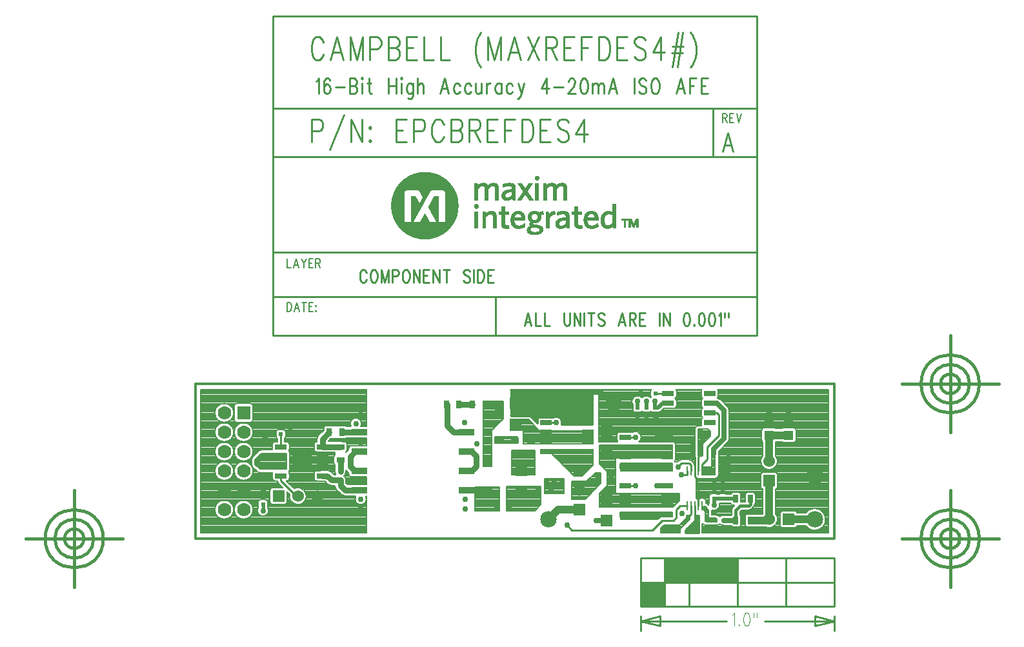
<source format=gbr>
*
*
G04 PADS 9.5 Build Number: 522968 generated Gerber (RS-274-X) file*
G04 PC Version=2.1*
*
%IN "MAXREFDES4_rev_A.pcb"*%
*
%MOIN*%
*
%FSLAX35Y35*%
*
*
*
*
G04 PC Standard Apertures*
*
*
G04 Thermal Relief Aperture macro.*
%AMTER*
1,1,$1,0,0*
1,0,$1-$2,0,0*
21,0,$3,$4,0,0,45*
21,0,$3,$4,0,0,135*
%
*
*
G04 Annular Aperture macro.*
%AMANN*
1,1,$1,0,0*
1,0,$2,0,0*
%
*
*
G04 Odd Aperture macro.*
%AMODD*
1,1,$1,0,0*
1,0,$1-0.005,0,0*
%
*
*
G04 PC Custom Aperture Macros*
*
*
*
*
*
*
G04 PC Aperture Table*
*
%ADD046C,0.015*%
%ADD048C,0.03*%
%ADD050C,0.04*%
%ADD054C,0.06*%
%ADD056C,0.07*%
%ADD059C,0.085*%
%ADD083R,0.05X0.05*%
%ADD084R,0.06X0.06*%
%ADD086R,0.07X0.07*%
%ADD090R,0.1X0.1*%
%ADD148C,0.02*%
%ADD159C,0.025*%
%ADD172C,0.012*%
%ADD176R,0.022X0.022*%
%ADD177C,0.01*%
%ADD180C,0.007*%
%ADD185C,0.001*%
%ADD189C,0*%
%ADD193C,0.008*%
%ADD227R,0.048X0.04*%
%ADD228R,0.084X0.034*%
%ADD229R,0.02X0.03*%
%ADD230R,0.06X0.025*%
%ADD231R,0.04X0.03*%
%ADD232R,0.03X0.04*%
%ADD233R,0.011X0.05*%
%ADD234R,0.025X0.04*%
%ADD235C,0.002*%
*
*
*
*
G04 PC Circuitry*
G04 Layer Name MAXREFDES4_rev_A.pcb - circuitry*
%LPD*%
*
*
G04 PC Custom Flashes*
G04 Layer Name MAXREFDES4_rev_A.pcb - flashes*
%LPD*%
*
*
G04 PC Circuitry*
G04 Layer Name MAXREFDES4_rev_A.pcb - circuitry*
%LPD*%
*
G54D46*
G01X1871250Y1503250D02*
Y1506500D01*
Y1511000D02*
Y1514250D01*
X2119250Y1498140D02*
Y1502250D01*
X2115510Y1498140D02*
Y1503510D01*
X2117750Y1505750*
X2122250*
X2122990Y1506490*
Y1509360*
X1885000Y1542750D02*
Y1546250D01*
X1885250*
X2066250Y1563750D02*
X2069500D01*
X2226250Y1553750D02*
Y1548750D01*
Y1543750*
Y1583750D02*
Y1553750D01*
X2206250Y1568750D02*
X2201250D01*
X2211250D02*
X2206250D01*
X2226250Y1583750D02*
Y1588750D01*
X2246250Y1568750D02*
X2251250D01*
X2241250D02*
X2246250D01*
X2211250D02*
X2241250D01*
X2231250D02*
G75*
G03X2231250I-5000J0D01*
G01X2241250D02*
G03X2241250I-15000J0D01*
G01X2236250D02*
G03X2236250I-10000J0D01*
G01X2226250Y1588750D02*
Y1593750D01*
Y1473750D02*
Y1468750D01*
Y1463750*
Y1503750D02*
Y1473750D01*
X2206250Y1488750D02*
X2201250D01*
X2211250D02*
X2206250D01*
X2226250Y1503750D02*
Y1508750D01*
X2246250Y1488750D02*
X2251250D01*
X2241250D02*
X2246250D01*
X2211250D02*
X2241250D01*
X2231250D02*
G03X2231250I-5000J0D01*
G01X2241250D02*
G03X2241250I-15000J0D01*
G01X2236250D02*
G03X2236250I-10000J0D01*
G01X2226250Y1508750D02*
Y1513750D01*
X1773750Y1473750D02*
Y1468750D01*
Y1463750*
Y1503750D02*
Y1473750D01*
X1753750Y1488750D02*
X1748750D01*
X1758750D02*
X1753750D01*
X1773750Y1503750D02*
Y1508750D01*
X1793750Y1488750D02*
X1798750D01*
X1788750D02*
X1793750D01*
X1758750D02*
X1788750D01*
X1778750D02*
G03X1778750I-5000J0D01*
G01X1788750D02*
G03X1788750I-15000J0D01*
G01X1783750D02*
G03X1783750I-10000J0D01*
G01X1773750Y1508750D02*
Y1513750D01*
G54D48*
X1911250Y1523500D02*
Y1529500D01*
Y1519000D02*
Y1516250D01*
X1913750Y1513750*
X1921150*
X1902000Y1521250D02*
X1904500D01*
X1906750Y1519000*
X1911250*
X1976350Y1523750D02*
X1979000D01*
X1981250Y1526000*
Y1531500*
X1976350Y1513750D02*
X1987238D01*
X1987250Y1513762*
X1966000Y1558250D02*
X1966250Y1558000D01*
Y1547250*
X1969750Y1543750*
X1976350*
X1972500Y1558250D02*
X1979500D01*
X1912000Y1543750D02*
X1912113Y1543874D01*
X1912238Y1543750*
X1921150*
X1916250Y1531250D02*
Y1526250D01*
X1918750Y1523750*
X1921150*
X1916250Y1531250D02*
X1918750Y1533750D01*
X1921150*
X1902000Y1536250D02*
X1911250D01*
Y1536000*
X1902000Y1536250D02*
Y1540250D01*
X1905500Y1543750*
X1976350Y1533750D02*
X1979000D01*
X1981250Y1531500*
X1871250Y1503250D03*
Y1514250D03*
X1870250Y1525750D03*
X1975750Y1504250D03*
Y1509250D03*
X1921750Y1519250D03*
Y1504750D03*
Y1509250D03*
X2025750Y1517750D03*
X2021750Y1518250D03*
X2017750Y1518750D03*
X2028250Y1495750D03*
X2043250Y1498250D03*
X2067750Y1526750D03*
X2071250Y1524750D03*
X2095250Y1496750D03*
X2087750Y1501750D03*
X2104250Y1502250D03*
Y1494250D03*
X2067250Y1499750D03*
X2085750Y1525750D03*
X2081250Y1494750D03*
X2119250Y1502250D03*
X2108750Y1517250D03*
X2063750Y1516250D03*
X2104250Y1506250D03*
X2085250Y1510750D03*
X2074750Y1501250D03*
X2063750Y1526250D03*
X2111750Y1528250D03*
X2104250Y1517250D03*
X2087250Y1521750D03*
X2070750Y1501250D03*
X2085250Y1493750D03*
X2077750Y1493250D03*
X2111750Y1523750D03*
X2094750Y1493250D03*
X2074750Y1516250D03*
X2063750Y1501250D03*
X2090750Y1493250D03*
X2074750Y1526250D03*
X1868250Y1529250D03*
X1885250Y1546250D03*
X1872250Y1541750D03*
X1975250Y1548750D03*
X1919250Y1548250D03*
X1921750Y1552750D03*
Y1538250D03*
X1906750Y1528750D03*
X2033750Y1548750D03*
X2048750Y1549750D03*
X2030750Y1552250D03*
X1981750Y1537750D03*
X2022750Y1548750D03*
X2007250Y1558750D03*
X2038750Y1552250D03*
X2074750Y1541250D03*
X2111750Y1532750D03*
X2101250Y1543250D03*
X2069250Y1559750D03*
X2073750Y1548750D03*
Y1559750D03*
X2097250Y1544250D03*
X2064750Y1559750D03*
Y1548750D03*
X2132750Y1554750D03*
X2098500Y1540250D03*
X2066250Y1563750D03*
X2093250Y1540250D03*
X2063750Y1541250D03*
X2142750Y1554750D03*
X2041250Y1564750D02*
X2045250D01*
G54D50*
X2018750Y1498750D02*
X2023750Y1503750D01*
X2034750*
X2132750Y1498750D02*
Y1498150D01*
X2124860*
X2124250Y1498140D02*
X2124860Y1498150D01*
X2132750Y1498750D02*
Y1518750D01*
X2142750Y1498750D02*
X2156250D01*
X2142750Y1542250D02*
X2132750D01*
Y1528750*
G54D54*
Y1498750D03*
Y1528750D03*
X1889250Y1510750D03*
X1899250D03*
X2034750Y1513750D03*
Y1523750D03*
G54D56*
X1861250Y1543750D03*
Y1533750D03*
Y1523750D03*
Y1513750D03*
Y1503750D03*
X1851250Y1553750D03*
Y1543750D03*
Y1533750D03*
Y1523750D03*
Y1513750D03*
Y1503750D03*
G54D59*
X2156250Y1521250D03*
X2052250Y1558750D03*
X2156250Y1498750D03*
X2018750D03*
G54D83*
X2132750Y1550250D03*
Y1542250D03*
X2142750Y1550250D03*
Y1542250D03*
G54D84*
Y1498750D03*
X2132750Y1518750D03*
X1879250Y1510750D03*
X2034750Y1503750D03*
X2004750Y1513250D03*
Y1524250D03*
X2048750Y1544250D03*
Y1533250D03*
Y1498250D03*
Y1509250D03*
X2001750Y1558750D03*
Y1547750D03*
G54D86*
X1861250Y1553750D03*
G54D90*
X1891250Y1528750D03*
G54D148*
X2104250Y1506250D02*
Y1509500D01*
X2108500Y1528250D02*
X2111750D01*
X2104250Y1509500D02*
X2108750D01*
X2104250Y1514000D02*
Y1517250D01*
X2108750Y1509500D02*
X2115370D01*
X2115510Y1509360*
X2108750Y1514000D02*
Y1517250D01*
X2108500Y1523750D02*
X2111750D01*
X2100750Y1494000D02*
X2101000Y1494250D01*
X2104250*
X2048750Y1544250D02*
Y1549750D01*
X2038750Y1552250D02*
X2039000D01*
Y1548750*
X2073750D02*
Y1552000D01*
X2064750Y1559750D02*
Y1556500D01*
Y1548750D02*
Y1552000D01*
X2073750Y1559750D02*
Y1556500D01*
X2075500*
X2077750Y1558750*
X2080500*
X2073750Y1552000D02*
X2075500D01*
X2077250Y1553750*
X2080500*
X2069250Y1556500D02*
Y1559750D01*
X2108500Y1532750D02*
X2111750D01*
X2097500Y1532250D02*
Y1536750D01*
X2093000Y1532250D02*
Y1536750D01*
G54D159*
X2043250Y1498250D02*
X2048750D01*
X2074750Y1501250D02*
X2080000D01*
X2058500D02*
X2063750D01*
X2058500Y1526250D02*
X2063750D01*
X2074750Y1516250D02*
X2080000D01*
X2074750Y1526250D02*
X2080000D01*
X2109500Y1498250D02*
X2110140D01*
X2110250Y1498140*
X2115510*
X2100750Y1498500D02*
X2104625D01*
X1872250Y1538000D02*
Y1541750D01*
X2001750Y1558750D02*
X2007250D01*
X2074750Y1541250D02*
X2080000D01*
X2132750Y1550250D02*
Y1554750D01*
X2102000Y1558750D02*
X2105750D01*
X2109500Y1555000*
X2104000Y1532750D02*
Y1535000D01*
X2109500Y1540500*
Y1555000*
X2142750Y1550250D02*
Y1554750D01*
G54D172*
X2080000Y1511250D02*
X2084750D01*
X2085250Y1510750*
X1836250Y1488750D02*
Y1568750D01*
X2166250*
Y1488750*
X1836250*
G54D176*
X2100750Y1494000D03*
Y1498500D03*
X2091000Y1500250D03*
X2095500D03*
X2093000Y1536750D03*
X2097500D03*
X2093000Y1532250D03*
X2097500D03*
X2064750Y1552000D03*
Y1556500D03*
X2108500Y1532750D03*
X2104000D03*
X2108500Y1523750D03*
X2104000D03*
X2069500Y1563750D03*
X2074000D03*
X2108750Y1514000D03*
Y1509500D03*
X2069250Y1552000D03*
Y1556500D03*
X1871250Y1511000D03*
Y1506500D03*
X1873750Y1521000D03*
Y1525500D03*
X2104250Y1514000D03*
Y1509500D03*
X2073750Y1552000D03*
Y1556500D03*
X2108500Y1528250D03*
X2104000D03*
X2105000Y1498250D03*
X2109500D03*
X1885000Y1542750D03*
X1880500D03*
X1911250Y1519000D03*
Y1523500D03*
G54D177*
X1880500Y1521250D02*
Y1518750D01*
X1888500Y1510750*
X1889250*
X2030750Y1493250D02*
X2072250D01*
X2004750Y1513250D02*
X2005250Y1513750D01*
X2028250Y1495750D02*
X2030750Y1493250D01*
X2122990Y1498140D02*
X2124250D01*
X2090313Y1505750D02*
X2086750D01*
X2084750Y1503750*
Y1499750*
X2083250Y1498250*
X2085750Y1525750D02*
X2085783Y1525783D01*
Y1526064*
X2087469Y1527750*
X2091281*
X2092281Y1526750*
Y1523750*
X2083250Y1498250D02*
X2077250D01*
X2072250Y1493250*
X2058500Y1516250D02*
X2063750D01*
X2087250Y1521750D02*
X2090313D01*
Y1523750*
X2104625Y1498500D02*
X2104750Y1498375D01*
X2104875*
X2105000Y1498250*
X2094250Y1523750D02*
Y1520750D01*
X2095250Y1519750*
Y1515250*
X2096219Y1514281*
Y1505750*
Y1523750D02*
Y1531000D01*
X2097469Y1532250*
X2097500*
X2098187Y1523750D02*
Y1527187D01*
X2100750Y1529750*
Y1536250*
X2106750Y1542250*
Y1552750*
X2094250Y1505750D02*
Y1501500D01*
X2095500Y1500250*
X2091000D02*
X2092281Y1501531D01*
Y1505750*
X1880500Y1536250D02*
Y1542750D01*
X2017500Y1548750D02*
X2022750D01*
X2058500Y1541250D02*
X2063750D01*
X2098350Y1540250D02*
X2098500D01*
X2102000Y1553750D02*
X2105750D01*
X2106750Y1552750*
X2074000Y1563750D02*
X2080500D01*
X2093000Y1532250D02*
X2094250Y1531000D01*
Y1523750*
X2093000Y1536750D02*
Y1540000D01*
X2093250Y1540250*
X2094250Y1500750D02*
Y1498043D01*
X2089250Y1493043*
Y1491750*
X2096250*
Y1500750*
X2094250*
Y1500749D02*
X2096250D01*
X2094250Y1499849D02*
X2096250D01*
X2094250Y1498949D02*
X2096250D01*
X2094250Y1498049D02*
X2096250D01*
X2093356Y1497149D02*
X2096250D01*
X2092456Y1496249D02*
X2096250D01*
X2091556Y1495349D02*
X2096250D01*
X2090656Y1494449D02*
X2096250D01*
X2089756Y1493549D02*
X2096250D01*
X2089250Y1492649D02*
X2096250D01*
X2041500Y1547800D02*
Y1565700D01*
G03X2041450Y1565750I-50J-0*
G01X1999300*
G03X1999250Y1565700I0J-50*
G01Y1552300*
G03X1999300Y1552250I50J0*
G01X2004750*
X2008334*
X2009678Y1551694D02*
G03X2008334Y1552250I-1344J-1344D01*
G01X2009678Y1551694D02*
X2012915Y1548457D01*
G03X2013000Y1548492I35J35*
G01Y1550000*
X2014500Y1551500D02*
G03X2013000Y1550000I0J-1500D01*
G01X2014500Y1551500D02*
X2020500D01*
X2021183Y1551336D02*
G03X2020500Y1551500I-683J-1336D01*
G01X2021183Y1551336D02*
G03X2021231Y1551337I23J44D01*
G01X2025601Y1547816D02*
G03X2021231Y1551337I-2851J934D01*
G01X2025601Y1547816D02*
G03X2025648Y1547750I47J-16D01*
G01X2041450*
G03X2041500Y1547800I0J50*
G01X1999250Y1564849D02*
X2041500D01*
X1999250Y1563949D02*
X2041500D01*
X1999250Y1563049D02*
X2041500D01*
X1999250Y1562149D02*
X2041500D01*
X1999250Y1561249D02*
X2041500D01*
X1999250Y1560349D02*
X2041500D01*
X1999250Y1559449D02*
X2041500D01*
X1999250Y1558549D02*
X2041500D01*
X1999250Y1557649D02*
X2041500D01*
X1999250Y1556749D02*
X2041500D01*
X1999250Y1555849D02*
X2041500D01*
X1999250Y1554949D02*
X2041500D01*
X1999250Y1554049D02*
X2041500D01*
X1999250Y1553149D02*
X2041500D01*
X2008406Y1552249D02*
X2041500D01*
X2024249Y1551349D02*
X2041500D01*
X2025223Y1550449D02*
X2041500D01*
X2025642Y1549549D02*
X2041500D01*
X2025748Y1548649D02*
X2041500D01*
X1999289Y1565749D02*
X2041461D01*
X2021157Y1551349D02*
X2021251D01*
X2010023D02*
X2013843D01*
X2010923Y1550449D02*
X2013069D01*
X2011823Y1549549D02*
X2013000D01*
X2012723Y1548649D02*
X2013000D01*
X2066250Y1453750D02*
X2166250D01*
Y1478750*
X2066250*
Y1453750*
Y1446250D02*
X2110750D01*
X2066250D02*
X2076250Y1448750D01*
Y1443750*
X2066250Y1446250*
X2166250D02*
X2130386D01*
X2166250D02*
X2156250Y1443750D01*
Y1448750*
X2166250Y1446250*
X2066250Y1448750D02*
Y1441250D01*
X2166250Y1448750D02*
Y1441250D01*
X2068250Y1453750D02*
Y1466250D01*
X2069250Y1453750D02*
Y1466250D01*
X2070250D02*
Y1453750D01*
X2071250Y1466250D02*
Y1453750D01*
X2072250Y1466250D02*
Y1453750D01*
X2073250Y1466250D02*
Y1453750D01*
X2074250Y1466250D02*
Y1453750D01*
X2075250Y1466250D02*
Y1453750D01*
X2076250D02*
Y1466250D01*
X2077250Y1453750D02*
Y1466250D01*
X2080250D02*
Y1478750D01*
X2081250Y1466250D02*
Y1478750D01*
X2082250D02*
Y1466250D01*
X2083250Y1478750D02*
Y1466250D01*
X2084250Y1478750D02*
Y1466250D01*
X2085250Y1478750D02*
Y1466250D01*
X2086250Y1478750D02*
Y1466250D01*
X2087250Y1478750D02*
Y1466250D01*
X2088250D02*
Y1478750D01*
X2089250Y1466250D02*
Y1478750D01*
X2078750Y1453750D02*
Y1478750D01*
X2091250Y1453750D02*
Y1478750D01*
X2066250Y1466250D02*
X2166250D01*
X2141250Y1453750D02*
Y1478750D01*
X2116250Y1453750D02*
Y1478750D01*
X2067250Y1453750D02*
Y1466250D01*
X2077750Y1453750D02*
Y1466250D01*
X2079750D02*
Y1478750D01*
X2090250Y1466250D02*
Y1478750D01*
X2093250Y1466250D02*
Y1478750D01*
X2092250Y1466250D02*
Y1478750D01*
X2094250Y1466250D02*
Y1478750D01*
X2095250D02*
Y1466250D01*
X2096250Y1478750D02*
Y1466250D01*
X2097250Y1478750D02*
Y1466250D01*
X2098250Y1478750D02*
Y1466250D01*
X2099250Y1478750D02*
Y1466250D01*
X2101250D02*
Y1478750D01*
X2100250D02*
Y1466250D01*
X2102250D02*
Y1478750D01*
X2103250Y1466250D02*
Y1478750D01*
X2105250Y1466250D02*
Y1478750D01*
X2104250Y1466250D02*
Y1478750D01*
X2106250Y1466250D02*
Y1478750D01*
X2107250D02*
Y1466250D01*
X2108250Y1478750D02*
Y1466250D01*
X2109250Y1478750D02*
Y1466250D01*
X2110250Y1478750D02*
Y1466250D01*
X2111250Y1478750D02*
Y1466250D01*
X2112250Y1478750D02*
Y1466250D01*
X2113250D02*
Y1478750D01*
X2114250Y1466250D02*
Y1478750D01*
X2115250Y1466250D02*
Y1478750D01*
X2126250Y1593750D02*
Y1758750D01*
X1876250*
Y1593750*
X2126250*
X2103750Y1711250D02*
Y1686250D01*
X2126250Y1711250D02*
X1876250D01*
X2126250Y1686250D02*
X1876250D01*
X2126250Y1613750D02*
X1876250D01*
X2126250Y1636950D02*
X1876250D01*
X1991250Y1593750D02*
Y1613750D01*
X1898750Y1725125D02*
X1899295Y1725500D01*
X1900114Y1726625*
Y1718750*
X1905841Y1725500D02*
X1905568Y1726250D01*
X1904750Y1726625*
X1904205*
X1903386Y1726250*
X1902841Y1725125*
X1902568Y1723250*
Y1721375*
X1902841Y1719875*
X1903386Y1719125*
X1904205Y1718750*
X1904477*
X1905295Y1719125*
X1905841Y1719875*
X1906114Y1721000*
Y1721375*
X1905841Y1722500*
X1905295Y1723250*
X1904477Y1723625*
X1904205*
X1903386Y1723250*
X1902841Y1722500*
X1902568Y1721375*
X1908568Y1722125D02*
X1913477D01*
X1915932Y1726625D02*
Y1718750D01*
Y1726625D02*
X1918386D01*
X1919205Y1726250*
X1919477Y1725875*
X1919750Y1725125*
Y1724375*
X1919477Y1723625*
X1919205Y1723250*
X1918386Y1722875*
X1915932D02*
X1918386D01*
X1919205Y1722500*
X1919477Y1722125*
X1919750Y1721375*
Y1720250*
X1919477Y1719500*
X1919205Y1719125*
X1918386Y1718750*
X1915932*
X1922205Y1726625D02*
X1922477Y1726250D01*
X1922750Y1726625*
X1922477Y1727000*
X1922205Y1726625*
X1922477Y1724000D02*
Y1718750D01*
X1926023Y1726625D02*
Y1720250D01*
X1926295Y1719125*
X1926841Y1718750*
X1927386*
X1925205Y1724000D02*
X1927114D01*
X1936114Y1726625D02*
Y1718750D01*
X1939932Y1726625D02*
Y1718750D01*
X1936114Y1722875D02*
X1939932D01*
X1942386Y1726625D02*
X1942659Y1726250D01*
X1942932Y1726625*
X1942659Y1727000*
X1942386Y1726625*
X1942659Y1724000D02*
Y1718750D01*
X1948659Y1724000D02*
Y1718000D01*
X1948386Y1716875*
X1948114Y1716500*
X1947568Y1716125*
X1946750*
X1946205Y1716500*
X1948659Y1722875D02*
X1948114Y1723625D01*
X1947568Y1724000*
X1946750*
X1946205Y1723625*
X1945659Y1722875*
X1945386Y1721750*
Y1721000*
X1945659Y1719875*
X1946205Y1719125*
X1946750Y1718750*
X1947568*
X1948114Y1719125*
X1948659Y1719875*
X1951114Y1726625D02*
Y1718750D01*
Y1722500D02*
X1951932Y1723625D01*
X1952477Y1724000*
X1953295*
X1953841Y1723625*
X1954114Y1722500*
Y1718750*
X1965023Y1726625D02*
X1962841Y1718750D01*
X1965023Y1726625D02*
X1967205Y1718750D01*
X1963659Y1721375D02*
X1966386D01*
X1972932Y1722875D02*
X1972386Y1723625D01*
X1971841Y1724000*
X1971023*
X1970477Y1723625*
X1969932Y1722875*
X1969659Y1721750*
Y1721000*
X1969932Y1719875*
X1970477Y1719125*
X1971023Y1718750*
X1971841*
X1972386Y1719125*
X1972932Y1719875*
X1978659Y1722875D02*
X1978114Y1723625D01*
X1977568Y1724000*
X1976750*
X1976205Y1723625*
X1975659Y1722875*
X1975386Y1721750*
Y1721000*
X1975659Y1719875*
X1976205Y1719125*
X1976750Y1718750*
X1977568*
X1978114Y1719125*
X1978659Y1719875*
X1981114Y1724000D02*
Y1720250D01*
X1981386Y1719125*
X1981932Y1718750*
X1982750*
X1983295Y1719125*
X1984114Y1720250*
Y1724000D02*
Y1718750D01*
X1986568Y1724000D02*
Y1718750D01*
Y1721750D02*
X1986841Y1722875D01*
X1987386Y1723625*
X1987932Y1724000*
X1988750*
X1994477D02*
Y1718750D01*
Y1722875D02*
X1993932Y1723625D01*
X1993386Y1724000*
X1992568*
X1992023Y1723625*
X1991477Y1722875*
X1991205Y1721750*
Y1721000*
X1991477Y1719875*
X1992023Y1719125*
X1992568Y1718750*
X1993386*
X1993932Y1719125*
X1994477Y1719875*
X2000205Y1722875D02*
X1999659Y1723625D01*
X1999114Y1724000*
X1998295*
X1997750Y1723625*
X1997205Y1722875*
X1996932Y1721750*
Y1721000*
X1997205Y1719875*
X1997750Y1719125*
X1998295Y1718750*
X1999114*
X1999659Y1719125*
X2000205Y1719875*
X2002932Y1724000D02*
X2004568Y1718750D01*
X2006205Y1724000D02*
X2004568Y1718750D01*
X2004023Y1717250*
X2003477Y1716500*
X2002932Y1716125*
X2002659*
X2017659Y1726625D02*
X2014932Y1721375D01*
X2019023*
X2017659Y1726625D02*
Y1718750D01*
X2021477Y1722125D02*
X2026386D01*
X2029114Y1724750D02*
Y1725125D01*
X2029386Y1725875*
X2029659Y1726250*
X2030205Y1726625*
X2031295*
X2031841Y1726250*
X2032114Y1725875*
X2032386Y1725125*
Y1724375*
X2032114Y1723625*
X2031568Y1722500*
X2028841Y1718750*
X2032659*
X2036750Y1726625D02*
X2035932Y1726250D01*
X2035386Y1725125*
X2035114Y1723250*
Y1722125*
X2035386Y1720250*
X2035932Y1719125*
X2036750Y1718750*
X2037295*
X2038114Y1719125*
X2038659Y1720250*
X2038932Y1722125*
Y1723250*
X2038659Y1725125*
X2038114Y1726250*
X2037295Y1726625*
X2036750*
X2041386Y1724000D02*
Y1718750D01*
Y1722500D02*
X2042205Y1723625D01*
X2042750Y1724000*
X2043568*
X2044114Y1723625*
X2044386Y1722500*
Y1718750*
Y1722500D02*
X2045205Y1723625D01*
X2045750Y1724000*
X2046568*
X2047114Y1723625*
X2047386Y1722500*
Y1718750*
X2052023Y1726625D02*
X2049841Y1718750D01*
X2052023Y1726625D02*
X2054205Y1718750D01*
X2050659Y1721375D02*
X2053386D01*
X2062932Y1726625D02*
Y1718750D01*
X2069205Y1725500D02*
X2068659Y1726250D01*
X2067841Y1726625*
X2066750*
X2065932Y1726250*
X2065386Y1725500*
Y1724750*
X2065659Y1724000*
X2065932Y1723625*
X2066477Y1723250*
X2068114Y1722500*
X2068659Y1722125*
X2068932Y1721750*
X2069205Y1721000*
Y1719875*
X2068659Y1719125*
X2067841Y1718750*
X2066750*
X2065932Y1719125*
X2065386Y1719875*
X2073295Y1726625D02*
X2072750Y1726250D01*
X2072205Y1725500*
X2071932Y1724750*
X2071659Y1723625*
Y1721750*
X2071932Y1720625*
X2072205Y1719875*
X2072750Y1719125*
X2073295Y1718750*
X2074386*
X2074932Y1719125*
X2075477Y1719875*
X2075750Y1720625*
X2076023Y1721750*
Y1723625*
X2075750Y1724750*
X2075477Y1725500*
X2074932Y1726250*
X2074386Y1726625*
X2073295*
X2086932D02*
X2084750Y1718750D01*
X2086932Y1726625D02*
X2089114Y1718750D01*
X2085568Y1721375D02*
X2088295D01*
X2091568Y1726625D02*
Y1718750D01*
Y1726625D02*
X2095114D01*
X2091568Y1722875D02*
X2093750D01*
X2097568Y1726625D02*
Y1718750D01*
Y1726625D02*
X2101114D01*
X2097568Y1722875D02*
X2099750D01*
X2097568Y1718750D02*
X2101114D01*
X1902386Y1745250D02*
X1901977Y1746375D01*
X1901159Y1747500*
X1900341Y1748063*
X1900341D02*
X1898705D01*
X1898705D02*
X1897886Y1747500D01*
X1897068Y1746375*
X1896659Y1745250*
X1896250Y1743563*
X1896250D02*
Y1740750D01*
X1896659Y1739063*
X1896659D02*
X1897068Y1737938D01*
X1897068D02*
X1897886Y1736813D01*
X1897886D02*
X1898705Y1736250D01*
X1900341*
X1901159Y1736813*
X1901159D02*
X1901977Y1737938D01*
X1901977D02*
X1902386Y1739063D01*
X1909341Y1748063D02*
X1906068Y1736250D01*
X1909341Y1748063D02*
X1912614Y1736250D01*
X1907295Y1740188D02*
X1911386D01*
X1916295Y1748063D02*
Y1736250D01*
Y1748063D02*
X1919568Y1736250D01*
X1922841Y1748063D02*
X1919568Y1736250D01*
X1922841Y1748063D02*
Y1736250D01*
X1926523Y1748063D02*
Y1736250D01*
Y1748063D02*
X1930205D01*
X1930205D02*
X1931432Y1747500D01*
X1931841Y1746938*
X1931841D02*
X1932250Y1745813D01*
X1932250D02*
Y1744125D01*
X1931841Y1743000*
X1931432Y1742438*
X1931432D02*
X1930205Y1741875D01*
X1926523*
X1935932Y1748063D02*
Y1736250D01*
Y1748063D02*
X1939614D01*
X1939614D02*
X1940841Y1747500D01*
X1941250Y1746938*
X1941250D02*
X1941659Y1745813D01*
X1941659D02*
Y1744688D01*
X1941659D02*
X1941250Y1743563D01*
X1941250D02*
X1940841Y1743000D01*
X1939614Y1742438*
X1935932D02*
X1939614D01*
X1939614D02*
X1940841Y1741875D01*
X1941250Y1741313*
X1941250D02*
X1941659Y1740188D01*
X1941659D02*
Y1738500D01*
X1941250Y1737375*
X1940841Y1736813*
X1940841D02*
X1939614Y1736250D01*
X1935932*
X1945341Y1748063D02*
Y1736250D01*
Y1748063D02*
X1950659D01*
X1945341Y1742438D02*
X1948614D01*
X1945341Y1736250D02*
X1950659D01*
X1954341Y1748063D02*
Y1736250D01*
X1959250*
X1962932Y1748063D02*
Y1736250D01*
X1967841*
X1983795Y1750313D02*
X1982977Y1749188D01*
X1982977D02*
X1982159Y1747500D01*
X1981341Y1745250*
X1980932Y1742438*
X1980932D02*
Y1740188D01*
X1980932D02*
X1981341Y1737375D01*
X1982159Y1735125*
X1982977Y1733437*
X1982977D02*
X1983795Y1732312D01*
X1987477Y1748063D02*
Y1736250D01*
Y1748063D02*
X1990750Y1736250D01*
X1994023Y1748063D02*
X1990750Y1736250D01*
X1994023Y1748063D02*
Y1736250D01*
X2000977Y1748063D02*
X1997705Y1736250D01*
X2000977Y1748063D02*
X2004250Y1736250D01*
X1998932Y1740188D02*
X2003023D01*
X2007932Y1748063D02*
X2013659Y1736250D01*
Y1748063D02*
X2007932Y1736250D01*
X2017341Y1748063D02*
Y1736250D01*
Y1748063D02*
X2021023D01*
X2021023D02*
X2022250Y1747500D01*
X2022659Y1746938*
X2022659D02*
X2023068Y1745813D01*
X2023068D02*
Y1744688D01*
X2023068D02*
X2022659Y1743563D01*
X2022659D02*
X2022250Y1743000D01*
X2021023Y1742438*
X2021023D02*
X2017341D01*
X2020205D02*
X2023068Y1736250D01*
X2026750Y1748063D02*
Y1736250D01*
Y1748063D02*
X2032068D01*
X2026750Y1742438D02*
X2030023D01*
X2026750Y1736250D02*
X2032068D01*
X2035750Y1748063D02*
Y1736250D01*
Y1748063D02*
X2041068D01*
X2035750Y1742438D02*
X2039023D01*
X2044750Y1748063D02*
Y1736250D01*
Y1748063D02*
X2047614D01*
X2047614D02*
X2048841Y1747500D01*
X2049659Y1746375*
X2050068Y1745250*
X2050477Y1743563*
X2050477D02*
Y1740750D01*
X2050068Y1739063*
X2050068D02*
X2049659Y1737938D01*
X2049659D02*
X2048841Y1736813D01*
X2048841D02*
X2047614Y1736250D01*
X2044750*
X2054159Y1748063D02*
Y1736250D01*
Y1748063D02*
X2059477D01*
X2054159Y1742438D02*
X2057432D01*
X2054159Y1736250D02*
X2059477D01*
X2068886Y1746375D02*
X2068068Y1747500D01*
X2066841Y1748063*
X2066841D02*
X2065205D01*
X2065205D02*
X2063977Y1747500D01*
X2063159Y1746375*
Y1745250*
X2063568Y1744125*
X2063977Y1743563*
X2063977D02*
X2064795Y1743000D01*
X2067250Y1741875*
X2068068Y1741313*
X2068068D02*
X2068477Y1740750D01*
X2068886Y1739625*
Y1737938*
X2068886D02*
X2068068Y1736813D01*
X2068068D02*
X2066841Y1736250D01*
X2065205*
X2063977Y1736813*
X2063977D02*
X2063159Y1737938D01*
X2076659Y1748063D02*
X2072568Y1740188D01*
X2072568D02*
X2078705D01*
X2076659Y1748063D02*
Y1736250D01*
X2085659Y1750313D02*
X2082795Y1732312D01*
X2088114Y1750313D02*
X2085250Y1732312D01*
X2082795Y1743000D02*
X2088523D01*
X2082386Y1739625D02*
X2088114D01*
X2092205Y1750313D02*
X2093023Y1749188D01*
X2093023D02*
X2093841Y1747500D01*
X2094659Y1745250*
X2095068Y1742438*
X2095068D02*
Y1740188D01*
X2095068D02*
X2094659Y1737375D01*
X2093841Y1735125*
X2093023Y1733437*
X2093023D02*
X2092205Y1732312D01*
X1896250Y1705563D02*
Y1693750D01*
Y1705563D02*
X1899932D01*
X1899932D02*
X1901159Y1705000D01*
X1901568Y1704438*
X1901568D02*
X1901977Y1703313D01*
X1901977D02*
Y1701625D01*
X1901568Y1700500*
X1901159Y1699938*
X1901159D02*
X1899932Y1699375D01*
X1896250*
X1913023Y1707813D02*
X1905659Y1689812D01*
X1916705Y1705563D02*
Y1693750D01*
Y1705563D02*
X1922432Y1693750D01*
Y1705563D02*
Y1693750D01*
X1926523Y1701625D02*
X1926114Y1701063D01*
X1926114D02*
X1926523Y1700500D01*
X1926932Y1701063*
X1926932D02*
X1926523Y1701625D01*
Y1694875D02*
X1926114Y1694313D01*
X1926114D02*
X1926523Y1693750D01*
X1926932Y1694313*
X1926932D02*
X1926523Y1694875D01*
X1940023Y1705563D02*
Y1693750D01*
Y1705563D02*
X1945341D01*
X1940023Y1699938D02*
X1943295D01*
X1940023Y1693750D02*
X1945341D01*
X1949023Y1705563D02*
Y1693750D01*
Y1705563D02*
X1952705D01*
X1952705D02*
X1953932Y1705000D01*
X1954341Y1704438*
X1954341D02*
X1954750Y1703313D01*
X1954750D02*
Y1701625D01*
X1954341Y1700500*
X1953932Y1699938*
X1953932D02*
X1952705Y1699375D01*
X1949023*
X1964568Y1702750D02*
X1964159Y1703875D01*
X1963341Y1705000*
X1962523Y1705563*
X1962523D02*
X1960886D01*
X1960886D02*
X1960068Y1705000D01*
X1959250Y1703875*
X1958841Y1702750*
X1958432Y1701063*
X1958432D02*
Y1698250D01*
X1958841Y1696563*
X1958841D02*
X1959250Y1695438D01*
X1959250D02*
X1960068Y1694313D01*
X1960068D02*
X1960886Y1693750D01*
X1962523*
X1963341Y1694313*
X1963341D02*
X1964159Y1695438D01*
X1964159D02*
X1964568Y1696563D01*
X1968250Y1705563D02*
Y1693750D01*
Y1705563D02*
X1971932D01*
X1971932D02*
X1973159Y1705000D01*
X1973568Y1704438*
X1973568D02*
X1973977Y1703313D01*
X1973977D02*
Y1702188D01*
X1973977D02*
X1973568Y1701063D01*
X1973568D02*
X1973159Y1700500D01*
X1971932Y1699938*
X1968250D02*
X1971932D01*
X1971932D02*
X1973159Y1699375D01*
X1973568Y1698813*
X1973568D02*
X1973977Y1697688D01*
X1973977D02*
Y1696000D01*
X1973568Y1694875*
X1973159Y1694313*
X1973159D02*
X1971932Y1693750D01*
X1968250*
X1977659Y1705563D02*
Y1693750D01*
Y1705563D02*
X1981341D01*
X1981341D02*
X1982568Y1705000D01*
X1982977Y1704438*
X1982977D02*
X1983386Y1703313D01*
X1983386D02*
Y1702188D01*
X1983386D02*
X1982977Y1701063D01*
X1982977D02*
X1982568Y1700500D01*
X1981341Y1699938*
X1981341D02*
X1977659D01*
X1980523D02*
X1983386Y1693750D01*
X1987068Y1705563D02*
Y1693750D01*
Y1705563D02*
X1992386D01*
X1987068Y1699938D02*
X1990341D01*
X1987068Y1693750D02*
X1992386D01*
X1996068Y1705563D02*
Y1693750D01*
Y1705563D02*
X2001386D01*
X1996068Y1699938D02*
X1999341D01*
X2005068Y1705563D02*
Y1693750D01*
Y1705563D02*
X2007932D01*
X2007932D02*
X2009159Y1705000D01*
X2009977Y1703875*
X2010386Y1702750*
X2010795Y1701063*
X2010795D02*
Y1698250D01*
X2010386Y1696563*
X2010386D02*
X2009977Y1695438D01*
X2009977D02*
X2009159Y1694313D01*
X2009159D02*
X2007932Y1693750D01*
X2005068*
X2014477Y1705563D02*
Y1693750D01*
Y1705563D02*
X2019795D01*
X2014477Y1699938D02*
X2017750D01*
X2014477Y1693750D02*
X2019795D01*
X2029205Y1703875D02*
X2028386Y1705000D01*
X2027159Y1705563*
X2027159D02*
X2025523D01*
X2025523D02*
X2024295Y1705000D01*
X2023477Y1703875*
Y1702750*
X2023886Y1701625*
X2024295Y1701063*
X2024295D02*
X2025114Y1700500D01*
X2027568Y1699375*
X2028386Y1698813*
X2028386D02*
X2028795Y1698250D01*
X2029205Y1697125*
Y1695438*
X2029205D02*
X2028386Y1694313D01*
X2028386D02*
X2027159Y1693750D01*
X2025523*
X2024295Y1694313*
X2024295D02*
X2023477Y1695438D01*
X2036977Y1705563D02*
X2032886Y1697688D01*
X2032886D02*
X2039023D01*
X2036977Y1705563D02*
Y1693750D01*
X2111477Y1698594D02*
X2108750Y1688750D01*
X2111477Y1698594D02*
X2114205Y1688750D01*
X2109773Y1692031D02*
X2113182D01*
X2008068Y1605313D02*
X2006250Y1598750D01*
X2008068Y1605313D02*
X2009886Y1598750D01*
X2006932Y1600938D02*
X2009205D01*
X2011932Y1605313D02*
Y1598750D01*
X2014659*
X2016705Y1605313D02*
Y1598750D01*
X2019432*
X2026705Y1605313D02*
Y1600625D01*
X2026932Y1599688*
X2026932D02*
X2027386Y1599063D01*
X2027386D02*
X2028068Y1598750D01*
X2028523*
X2029205Y1599063*
X2029205D02*
X2029659Y1599688D01*
X2029659D02*
X2029886Y1600625D01*
Y1605313*
X2031932D02*
Y1598750D01*
Y1605313D02*
X2035114Y1598750D01*
Y1605313D02*
Y1598750D01*
X2037159Y1605313D02*
Y1598750D01*
X2040795Y1605313D02*
Y1598750D01*
X2039205Y1605313D02*
X2042386D01*
X2047614Y1604375D02*
X2047159Y1605000D01*
X2046477Y1605313*
X2046477D02*
X2045568D01*
X2045568D02*
X2044886Y1605000D01*
X2044432Y1604375*
Y1603750*
X2044659Y1603125*
X2044886Y1602813*
X2044886D02*
X2045341Y1602500D01*
X2046705Y1601875*
X2047159Y1601563*
X2047159D02*
X2047386Y1601250D01*
X2047614Y1600625*
Y1599688*
X2047614D02*
X2047159Y1599063D01*
X2047159D02*
X2046477Y1598750D01*
X2045568*
X2044886Y1599063*
X2044886D02*
X2044432Y1599688D01*
X2056705Y1605313D02*
X2054886Y1598750D01*
X2056705Y1605313D02*
X2058523Y1598750D01*
X2055568Y1600938D02*
X2057841D01*
X2060568Y1605313D02*
Y1598750D01*
Y1605313D02*
X2062614D01*
X2062614D02*
X2063295Y1605000D01*
X2063523Y1604688*
X2063523D02*
X2063750Y1604063D01*
X2063750D02*
Y1603438D01*
X2063750D02*
X2063523Y1602813D01*
X2063523D02*
X2063295Y1602500D01*
X2062614Y1602188*
X2062614D02*
X2060568D01*
X2062159D02*
X2063750Y1598750D01*
X2065795Y1605313D02*
Y1598750D01*
Y1605313D02*
X2068750D01*
X2065795Y1602188D02*
X2067614D01*
X2065795Y1598750D02*
X2068750D01*
X2076023Y1605313D02*
Y1598750D01*
X2078068Y1605313D02*
Y1598750D01*
Y1605313D02*
X2081250Y1598750D01*
Y1605313D02*
Y1598750D01*
X2089886Y1605313D02*
X2089205Y1605000D01*
X2088750Y1604063*
X2088750D02*
X2088523Y1602500D01*
Y1601563*
X2088523D02*
X2088750Y1600000D01*
X2089205Y1599063*
X2089205D02*
X2089886Y1598750D01*
X2090341*
X2091023Y1599063*
X2091023D02*
X2091477Y1600000D01*
X2091705Y1601563*
X2091705D02*
Y1602500D01*
X2091477Y1604063*
X2091477D02*
X2091023Y1605000D01*
X2090341Y1605313*
X2090341D02*
X2089886D01*
X2093977Y1599375D02*
X2093750Y1599063D01*
X2093750D02*
X2093977Y1598750D01*
X2094205Y1599063*
X2094205D02*
X2093977Y1599375D01*
X2097614Y1605313D02*
X2096932Y1605000D01*
X2096477Y1604063*
X2096477D02*
X2096250Y1602500D01*
Y1601563*
X2096250D02*
X2096477Y1600000D01*
X2096932Y1599063*
X2096932D02*
X2097614Y1598750D01*
X2098068*
X2098750Y1599063*
X2098750D02*
X2099205Y1600000D01*
X2099432Y1601563*
X2099432D02*
Y1602500D01*
X2099205Y1604063*
X2099205D02*
X2098750Y1605000D01*
X2098068Y1605313*
X2098068D02*
X2097614D01*
X2102841D02*
X2102159Y1605000D01*
X2101705Y1604063*
X2101705D02*
X2101477Y1602500D01*
Y1601563*
X2101477D02*
X2101705Y1600000D01*
X2102159Y1599063*
X2102159D02*
X2102841Y1598750D01*
X2103295*
X2103977Y1599063*
X2103977D02*
X2104432Y1600000D01*
X2104659Y1601563*
X2104659D02*
Y1602500D01*
X2104432Y1604063*
X2104432D02*
X2103977Y1605000D01*
X2103295Y1605313*
X2103295D02*
X2102841D01*
X2106705Y1604063D02*
X2107159Y1604375D01*
X2107841Y1605313*
X2107841D02*
Y1598750D01*
X2109886Y1605313D02*
Y1603125D01*
X2111705Y1605313D02*
Y1603125D01*
X1924659Y1626250D02*
X1924432Y1626875D01*
X1923977Y1627500*
X1923523Y1627813*
X1923523D02*
X1922614D01*
X1922614D02*
X1922159Y1627500D01*
X1921705Y1626875*
X1921477Y1626250*
X1921250Y1625313*
X1921250D02*
Y1623750D01*
X1921477Y1622813*
X1921477D02*
X1921705Y1622188D01*
X1921705D02*
X1922159Y1621563D01*
X1922159D02*
X1922614Y1621250D01*
X1923523*
X1923977Y1621563*
X1923977D02*
X1924432Y1622188D01*
X1924432D02*
X1924659Y1622813D01*
X1928068Y1627813D02*
X1927614Y1627500D01*
X1927159Y1626875*
X1926932Y1626250*
X1926705Y1625313*
X1926705D02*
Y1623750D01*
X1926932Y1622813*
X1926932D02*
X1927159Y1622188D01*
X1927159D02*
X1927614Y1621563D01*
X1927614D02*
X1928068Y1621250D01*
X1928977*
X1929432Y1621563*
X1929432D02*
X1929886Y1622188D01*
X1929886D02*
X1930114Y1622813D01*
X1930114D02*
X1930341Y1623750D01*
Y1625313*
X1930341D02*
X1930114Y1626250D01*
X1929886Y1626875*
X1929432Y1627500*
X1928977Y1627813*
X1928977D02*
X1928068D01*
X1932386D02*
Y1621250D01*
Y1627813D02*
X1934205Y1621250D01*
X1936023Y1627813D02*
X1934205Y1621250D01*
X1936023Y1627813D02*
Y1621250D01*
X1938068Y1627813D02*
Y1621250D01*
Y1627813D02*
X1940114D01*
X1940114D02*
X1940795Y1627500D01*
X1941023Y1627188*
X1941023D02*
X1941250Y1626563D01*
X1941250D02*
Y1625625D01*
X1941023Y1625000*
X1940795Y1624688*
X1940795D02*
X1940114Y1624375D01*
X1938068*
X1944659Y1627813D02*
X1944205Y1627500D01*
X1943750Y1626875*
X1943523Y1626250*
X1943295Y1625313*
X1943295D02*
Y1623750D01*
X1943523Y1622813*
X1943523D02*
X1943750Y1622188D01*
X1943750D02*
X1944205Y1621563D01*
X1944205D02*
X1944659Y1621250D01*
X1945568*
X1946023Y1621563*
X1946023D02*
X1946477Y1622188D01*
X1946477D02*
X1946705Y1622813D01*
X1946705D02*
X1946932Y1623750D01*
Y1625313*
X1946932D02*
X1946705Y1626250D01*
X1946477Y1626875*
X1946023Y1627500*
X1945568Y1627813*
X1945568D02*
X1944659D01*
X1948977D02*
Y1621250D01*
Y1627813D02*
X1952159Y1621250D01*
Y1627813D02*
Y1621250D01*
X1954205Y1627813D02*
Y1621250D01*
Y1627813D02*
X1957159D01*
X1954205Y1624688D02*
X1956023D01*
X1954205Y1621250D02*
X1957159D01*
X1959205Y1627813D02*
Y1621250D01*
Y1627813D02*
X1962386Y1621250D01*
Y1627813D02*
Y1621250D01*
X1966023Y1627813D02*
Y1621250D01*
X1964432Y1627813D02*
X1967614D01*
X1978068Y1626875D02*
X1977614Y1627500D01*
X1976932Y1627813*
X1976932D02*
X1976023D01*
X1976023D02*
X1975341Y1627500D01*
X1974886Y1626875*
Y1626250*
X1975114Y1625625*
X1975341Y1625313*
X1975341D02*
X1975795Y1625000D01*
X1977159Y1624375*
X1977614Y1624063*
X1977614D02*
X1977841Y1623750D01*
X1978068Y1623125*
Y1622188*
X1978068D02*
X1977614Y1621563D01*
X1977614D02*
X1976932Y1621250D01*
X1976023*
X1975341Y1621563*
X1975341D02*
X1974886Y1622188D01*
X1980114Y1627813D02*
Y1621250D01*
X1982159Y1627813D02*
Y1621250D01*
Y1627813D02*
X1983750D01*
X1983750D02*
X1984432Y1627500D01*
X1984886Y1626875*
X1985114Y1626250*
X1985341Y1625313*
X1985341D02*
Y1623750D01*
X1985114Y1622813*
X1985114D02*
X1984886Y1622188D01*
X1984886D02*
X1984432Y1621563D01*
X1984432D02*
X1983750Y1621250D01*
X1982159*
X1987386Y1627813D02*
Y1621250D01*
Y1627813D02*
X1990341D01*
X1987386Y1624688D02*
X1989205D01*
X1987386Y1621250D02*
X1990341D01*
G54D180*
X1883750Y1610844D02*
Y1606250D01*
Y1610844D02*
X1884864D01*
X1885341Y1610625*
X1885659Y1610188*
X1885659D02*
X1885818Y1609750D01*
X1885977Y1609094*
Y1608000*
X1885818Y1607344*
X1885659Y1606906*
X1885341Y1606469*
X1884864Y1606250*
X1883750*
X1888682Y1610844D02*
X1887409Y1606250D01*
X1888682Y1610844D02*
X1889955Y1606250D01*
X1887886Y1607781D02*
X1889477D01*
X1892500Y1610844D02*
Y1606250D01*
X1891386Y1610844D02*
X1893614D01*
X1895045D02*
Y1606250D01*
Y1610844D02*
X1897114D01*
X1895045Y1608656D02*
X1896318D01*
X1895045Y1606250D02*
X1897114D01*
X1898705Y1609313D02*
X1898545Y1609094D01*
X1898705Y1608875*
X1898864Y1609094*
X1898705Y1609313*
Y1606688D02*
X1898545Y1606469D01*
X1898705Y1606250*
X1898864Y1606469*
X1898705Y1606688*
X1883750Y1633344D02*
Y1628750D01*
X1885659*
X1888364Y1633344D02*
X1887091Y1628750D01*
X1888364Y1633344D02*
X1889636Y1628750D01*
X1887568Y1630281D02*
X1889159D01*
X1891068Y1633344D02*
X1892341Y1631156D01*
Y1628750*
X1893614Y1633344D02*
X1892341Y1631156D01*
X1895045Y1633344D02*
Y1628750D01*
Y1633344D02*
X1897114D01*
X1895045Y1631156D02*
X1896318D01*
X1895045Y1628750D02*
X1897114D01*
X1898545Y1633344D02*
Y1628750D01*
Y1633344D02*
X1899977D01*
X1900455Y1633125*
X1900614Y1632906*
X1900773Y1632469*
Y1632031*
X1900614Y1631594*
X1900455Y1631375*
X1899977Y1631156*
X1898545*
X1899659D02*
X1900773Y1628750D01*
X2108750Y1708344D02*
Y1703750D01*
Y1708344D02*
X2110182D01*
X2110659Y1708125*
X2110818Y1707906*
X2110977Y1707469*
Y1707031*
X2110818Y1706594*
X2110659Y1706375*
X2110182Y1706156*
X2108750*
X2109864D02*
X2110977Y1703750D01*
X2112409Y1708344D02*
Y1703750D01*
Y1708344D02*
X2114477D01*
X2112409Y1706156D02*
X2113682D01*
X2112409Y1703750D02*
X2114477D01*
X2115909Y1708344D02*
X2117182Y1703750D01*
X2118455Y1708344D02*
X2117182Y1703750D01*
G54D185*
X2066250Y1453750D02*
X2066253D01*
X2166250D02*
X2166253D01*
G54D189*
X2113750Y1449063D02*
X2114205Y1449375D01*
X2114886Y1450313*
X2114886D02*
Y1443750D01*
X2117159Y1444375D02*
X2116932Y1444063D01*
X2116932D02*
X2117159Y1443750D01*
X2117386Y1444063*
X2117386D02*
X2117159Y1444375D01*
X2120795Y1450313D02*
X2120114Y1450000D01*
X2119659Y1449063*
X2119659D02*
X2119432Y1447500D01*
Y1446563*
X2119432D02*
X2119659Y1445000D01*
X2120114Y1444063*
X2120114D02*
X2120795Y1443750D01*
X2121250*
X2121932Y1444063*
X2121932D02*
X2122386Y1445000D01*
X2122614Y1446563*
X2122614D02*
Y1447500D01*
X2122386Y1449063*
X2122386D02*
X2121932Y1450000D01*
X2121250Y1450313*
X2121250D02*
X2120795D01*
X2124659D02*
Y1448125D01*
X2126477Y1450313D02*
Y1448125D01*
G54D193*
X2098650Y1525850D02*
Y1521650D01*
X2104850*
Y1533350*
X2103150*
Y1525850*
X2098650*
Y1505350D02*
X2099584D01*
X2101350Y1503584*
Y1497650*
X2099650*
Y1502916*
X2098916Y1503650*
X2098650*
Y1505350*
X1883350Y1532850D02*
Y1524650D01*
X1869666*
X1867150Y1527166*
Y1529584*
X1870416Y1532850*
X1883350*
X2041600Y1544600D02*
Y1537900D01*
X2005624*
X2005677Y1544650*
X1999150*
Y1550350*
X2008334*
X2014084Y1544600*
X2041600*
X2082600Y1537100D02*
Y1530400D01*
X2053350*
Y1512100*
X2086350*
Y1508416*
X2083084Y1505150*
X2045150*
Y1512084*
X2049150Y1516084*
Y1523416*
X2045150Y1527416*
Y1537100*
X2082600*
X2014900Y1534850D02*
Y1532650D01*
X2020416*
X2031916Y1521150*
X2036084*
X2041850Y1526916*
Y1534850*
X2014900*
X2102350Y1544084D02*
X2101084Y1545350D01*
X2096150*
Y1531650*
X2098350*
Y1537916*
X2102350Y1541916*
Y1544084*
X1993350Y1503150D02*
X1980650D01*
Y1515350*
X1993350*
Y1503150*
X2014850Y1506416D02*
X2011584Y1503150D01*
X1997150*
Y1515850*
X2014850*
Y1506416*
X2026850Y1519850D02*
Y1512150D01*
X2016650*
Y1519850*
X2026850*
X2011600Y1521650D02*
X1999650D01*
Y1534350*
X2011600*
Y1521650*
X2002850Y1538150D02*
X1991150D01*
Y1541350*
X2002850*
Y1538150*
X1995350Y1559850D02*
Y1550666D01*
X1989350Y1544666*
Y1526150*
X1984900*
Y1559850*
X1995350*
X2091850Y1500850D02*
X2090150D01*
Y1499584*
X2086416Y1495850*
X2078416*
X2076650Y1494084*
Y1491650*
X2086850*
Y1493916*
X2091850Y1498916*
Y1500850*
X2045850Y1522850D02*
X2042916D01*
X2038416Y1518350*
X2030650*
Y1509150*
X2037584*
X2045850Y1517416*
Y1522850*
X2103150Y1533169D02*
X2104850D01*
X2103150Y1532449D02*
X2104850D01*
X2103150Y1531729D02*
X2104850D01*
X2103150Y1531009D02*
X2104850D01*
X2103150Y1530289D02*
X2104850D01*
X2103150Y1529569D02*
X2104850D01*
X2103150Y1528849D02*
X2104850D01*
X2103150Y1528129D02*
X2104850D01*
X2103150Y1527409D02*
X2104850D01*
X2103150Y1526689D02*
X2104850D01*
X2103150Y1525969D02*
X2104850D01*
X2098650Y1525249D02*
X2104850D01*
X2098650Y1524529D02*
X2104850D01*
X2098650Y1523809D02*
X2104850D01*
X2098650Y1523089D02*
X2104850D01*
X2098650Y1522369D02*
X2104850D01*
X2099157Y1503409D02*
X2101350D01*
X2099650Y1502689D02*
X2101350D01*
X2099650Y1501969D02*
X2101350D01*
X2099650Y1501249D02*
X2101350D01*
X2099650Y1500529D02*
X2101350D01*
X2099650Y1499809D02*
X2101350D01*
X2099650Y1499089D02*
X2101350D01*
X2099650Y1498369D02*
X2101350D01*
X2098650Y1504129D02*
X2100806D01*
X2098650Y1504849D02*
X2100086D01*
X1870134Y1532569D02*
X1883350D01*
X1869414Y1531849D02*
X1883350D01*
X1868694Y1531129D02*
X1883350D01*
X1867974Y1530409D02*
X1883350D01*
X1867254Y1529689D02*
X1883350D01*
X1867150Y1528969D02*
X1883350D01*
X1867150Y1528249D02*
X1883350D01*
X1867150Y1527529D02*
X1883350D01*
X1867507Y1526809D02*
X1883350D01*
X1868227Y1526089D02*
X1883350D01*
X1868947Y1525369D02*
X1883350D01*
X2005675Y1544379D02*
X2041600D01*
X2005669Y1543659D02*
X2041600D01*
X2005663Y1542939D02*
X2041600D01*
X2005658Y1542219D02*
X2041600D01*
X2005652Y1541499D02*
X2041600D01*
X2005646Y1540779D02*
X2041600D01*
X2005641Y1540059D02*
X2041600D01*
X2005635Y1539339D02*
X2041600D01*
X2005629Y1538619D02*
X2041600D01*
X1999150Y1545099D02*
X2013586D01*
X1999150Y1545819D02*
X2012866D01*
X1999150Y1546539D02*
X2012146D01*
X1999150Y1547259D02*
X2011426D01*
X1999150Y1547979D02*
X2010706D01*
X1999150Y1548699D02*
X2009986D01*
X1999150Y1549419D02*
X2009266D01*
X1999150Y1550139D02*
X2008546D01*
X2045150Y1511629D02*
X2086350D01*
X2045150Y1510909D02*
X2086350D01*
X2045150Y1510189D02*
X2086350D01*
X2045150Y1509469D02*
X2086350D01*
X2045150Y1508749D02*
X2086350D01*
X2045150Y1508029D02*
X2085963D01*
X2045150Y1507309D02*
X2085243D01*
X2045150Y1506589D02*
X2084523D01*
X2045150Y1505869D02*
X2083803D01*
X2045150Y1536829D02*
X2082600D01*
X2045150Y1536109D02*
X2082600D01*
X2045150Y1535389D02*
X2082600D01*
X2045150Y1534669D02*
X2082600D01*
X2045150Y1533949D02*
X2082600D01*
X2045150Y1533229D02*
X2082600D01*
X2045150Y1532509D02*
X2082600D01*
X2045150Y1531789D02*
X2082600D01*
X2045150Y1531069D02*
X2082600D01*
X2045150Y1530349D02*
X2053350D01*
X2045150Y1529629D02*
X2053350D01*
X2045150Y1528909D02*
X2053350D01*
X2045150Y1528189D02*
X2053350D01*
X2045150Y1527469D02*
X2053350D01*
X2045817Y1526749D02*
X2053350D01*
X2046537Y1526029D02*
X2053350D01*
X2047257Y1525309D02*
X2053350D01*
X2047977Y1524589D02*
X2053350D01*
X2048697Y1523869D02*
X2053350D01*
X2049150Y1523149D02*
X2053350D01*
X2049150Y1522429D02*
X2053350D01*
X2049150Y1521709D02*
X2053350D01*
X2049150Y1520989D02*
X2053350D01*
X2049150Y1520269D02*
X2053350D01*
X2049150Y1519549D02*
X2053350D01*
X2049150Y1518829D02*
X2053350D01*
X2049150Y1518109D02*
X2053350D01*
X2049150Y1517389D02*
X2053350D01*
X2049150Y1516669D02*
X2053350D01*
X2049014Y1515949D02*
X2053350D01*
X2048294Y1515229D02*
X2053350D01*
X2047574Y1514509D02*
X2053350D01*
X2046854Y1513789D02*
X2053350D01*
X2046134Y1513069D02*
X2053350D01*
X2045414Y1512349D02*
X2053350D01*
X2014900Y1534829D02*
X2041850D01*
X2014900Y1534109D02*
X2041850D01*
X2014900Y1533389D02*
X2041850D01*
X2014900Y1532669D02*
X2041850D01*
X2021117Y1531949D02*
X2041850D01*
X2021837Y1531229D02*
X2041850D01*
X2022557Y1530509D02*
X2041850D01*
X2023277Y1529789D02*
X2041850D01*
X2023997Y1529069D02*
X2041850D01*
X2024717Y1528349D02*
X2041850D01*
X2025437Y1527629D02*
X2041850D01*
X2026157Y1526909D02*
X2041843D01*
X2026877Y1526189D02*
X2041123D01*
X2027597Y1525469D02*
X2040403D01*
X2028317Y1524749D02*
X2039683D01*
X2029037Y1524029D02*
X2038963D01*
X2029757Y1523309D02*
X2038243D01*
X2030477Y1522589D02*
X2037523D01*
X2031197Y1521869D02*
X2036803D01*
X2096150Y1543889D02*
X2102350D01*
X2096150Y1543169D02*
X2102350D01*
X2096150Y1542449D02*
X2102350D01*
X2096150Y1541729D02*
X2102163D01*
X2096150Y1544609D02*
X2101826D01*
X2096150Y1541009D02*
X2101443D01*
X2096150Y1545329D02*
X2101106D01*
X2096150Y1540289D02*
X2100723D01*
X2096150Y1539569D02*
X2100003D01*
X2096150Y1538849D02*
X2099283D01*
X2096150Y1538129D02*
X2098563D01*
X2096150Y1537409D02*
X2098350D01*
X2096150Y1536689D02*
X2098350D01*
X2096150Y1535969D02*
X2098350D01*
X2096150Y1535249D02*
X2098350D01*
X2096150Y1534529D02*
X2098350D01*
X2096150Y1533809D02*
X2098350D01*
X2096150Y1533089D02*
X2098350D01*
X2096150Y1532369D02*
X2098350D01*
X1980650Y1514669D02*
X1993350D01*
X1980650Y1513949D02*
X1993350D01*
X1980650Y1513229D02*
X1993350D01*
X1980650Y1512509D02*
X1993350D01*
X1980650Y1511789D02*
X1993350D01*
X1980650Y1511069D02*
X1993350D01*
X1980650Y1510349D02*
X1993350D01*
X1980650Y1509629D02*
X1993350D01*
X1980650Y1508909D02*
X1993350D01*
X1980650Y1508189D02*
X1993350D01*
X1980650Y1507469D02*
X1993350D01*
X1980650Y1506749D02*
X1993350D01*
X1980650Y1506029D02*
X1993350D01*
X1980650Y1505309D02*
X1993350D01*
X1980650Y1504589D02*
X1993350D01*
X1980650Y1503869D02*
X1993350D01*
X1997150Y1515389D02*
X2014850D01*
X1997150Y1514669D02*
X2014850D01*
X1997150Y1513949D02*
X2014850D01*
X1997150Y1513229D02*
X2014850D01*
X1997150Y1512509D02*
X2014850D01*
X1997150Y1511789D02*
X2014850D01*
X1997150Y1511069D02*
X2014850D01*
X1997150Y1510349D02*
X2014850D01*
X1997150Y1509629D02*
X2014850D01*
X1997150Y1508909D02*
X2014850D01*
X1997150Y1508189D02*
X2014850D01*
X1997150Y1507469D02*
X2014850D01*
X1997150Y1506749D02*
X2014850D01*
X1997150Y1506029D02*
X2014463D01*
X1997150Y1505309D02*
X2013743D01*
X1997150Y1504589D02*
X2013023D01*
X1997150Y1503869D02*
X2012303D01*
X2016650Y1519349D02*
X2026850D01*
X2016650Y1518629D02*
X2026850D01*
X2016650Y1517909D02*
X2026850D01*
X2016650Y1517189D02*
X2026850D01*
X2016650Y1516469D02*
X2026850D01*
X2016650Y1515749D02*
X2026850D01*
X2016650Y1515029D02*
X2026850D01*
X2016650Y1514309D02*
X2026850D01*
X2016650Y1513589D02*
X2026850D01*
X2016650Y1512869D02*
X2026850D01*
X1999650Y1533889D02*
X2011600D01*
X1999650Y1533169D02*
X2011600D01*
X1999650Y1532449D02*
X2011600D01*
X1999650Y1531729D02*
X2011600D01*
X1999650Y1531009D02*
X2011600D01*
X1999650Y1530289D02*
X2011600D01*
X1999650Y1529569D02*
X2011600D01*
X1999650Y1528849D02*
X2011600D01*
X1999650Y1528129D02*
X2011600D01*
X1999650Y1527409D02*
X2011600D01*
X1999650Y1526689D02*
X2011600D01*
X1999650Y1525969D02*
X2011600D01*
X1999650Y1525249D02*
X2011600D01*
X1999650Y1524529D02*
X2011600D01*
X1999650Y1523809D02*
X2011600D01*
X1999650Y1523089D02*
X2011600D01*
X1999650Y1522369D02*
X2011600D01*
X1991150Y1541029D02*
X2002850D01*
X1991150Y1540309D02*
X2002850D01*
X1991150Y1539589D02*
X2002850D01*
X1991150Y1538869D02*
X2002850D01*
X1984900Y1559269D02*
X1995350D01*
X1984900Y1558549D02*
X1995350D01*
X1984900Y1557829D02*
X1995350D01*
X1984900Y1557109D02*
X1995350D01*
X1984900Y1556389D02*
X1995350D01*
X1984900Y1555669D02*
X1995350D01*
X1984900Y1554949D02*
X1995350D01*
X1984900Y1554229D02*
X1995350D01*
X1984900Y1553509D02*
X1995350D01*
X1984900Y1552789D02*
X1995350D01*
X1984900Y1552069D02*
X1995350D01*
X1984900Y1551349D02*
X1995350D01*
X1984900Y1550629D02*
X1995313D01*
X1984900Y1549909D02*
X1994593D01*
X1984900Y1549189D02*
X1993873D01*
X1984900Y1548469D02*
X1993153D01*
X1984900Y1547749D02*
X1992433D01*
X1984900Y1547029D02*
X1991713D01*
X1984900Y1546309D02*
X1990993D01*
X1984900Y1545589D02*
X1990273D01*
X1984900Y1544869D02*
X1989553D01*
X1984900Y1544149D02*
X1989350D01*
X1984900Y1543429D02*
X1989350D01*
X1984900Y1542709D02*
X1989350D01*
X1984900Y1541989D02*
X1989350D01*
X1984900Y1541269D02*
X1989350D01*
X1984900Y1540549D02*
X1989350D01*
X1984900Y1539829D02*
X1989350D01*
X1984900Y1539109D02*
X1989350D01*
X1984900Y1538389D02*
X1989350D01*
X1984900Y1537669D02*
X1989350D01*
X1984900Y1536949D02*
X1989350D01*
X1984900Y1536229D02*
X1989350D01*
X1984900Y1535509D02*
X1989350D01*
X1984900Y1534789D02*
X1989350D01*
X1984900Y1534069D02*
X1989350D01*
X1984900Y1533349D02*
X1989350D01*
X1984900Y1532629D02*
X1989350D01*
X1984900Y1531909D02*
X1989350D01*
X1984900Y1531189D02*
X1989350D01*
X1984900Y1530469D02*
X1989350D01*
X1984900Y1529749D02*
X1989350D01*
X1984900Y1529029D02*
X1989350D01*
X1984900Y1528309D02*
X1989350D01*
X1984900Y1527589D02*
X1989350D01*
X1984900Y1526869D02*
X1989350D01*
X2090150Y1500289D02*
X2091850D01*
X2090134Y1499569D02*
X2091850D01*
X2089414Y1498849D02*
X2091783D01*
X2088694Y1498129D02*
X2091063D01*
X2087974Y1497409D02*
X2090343D01*
X2087254Y1496689D02*
X2089623D01*
X2086534Y1495969D02*
X2088903D01*
X2077814Y1495249D02*
X2088183D01*
X2077094Y1494529D02*
X2087463D01*
X2076650Y1493809D02*
X2086850D01*
X2076650Y1493089D02*
X2086850D01*
X2076650Y1492369D02*
X2086850D01*
X2042894Y1522829D02*
X2045850D01*
X2042174Y1522109D02*
X2045850D01*
X2041454Y1521389D02*
X2045850D01*
X2040734Y1520669D02*
X2045850D01*
X2040014Y1519949D02*
X2045850D01*
X2039294Y1519229D02*
X2045850D01*
X2038574Y1518509D02*
X2045850D01*
X2030650Y1517789D02*
X2045850D01*
X2030650Y1517069D02*
X2045503D01*
X2030650Y1516349D02*
X2044783D01*
X2030650Y1515629D02*
X2044063D01*
X2030650Y1514909D02*
X2043343D01*
X2030650Y1514189D02*
X2042623D01*
X2030650Y1513469D02*
X2041903D01*
X2030650Y1512749D02*
X2041183D01*
X2030650Y1512029D02*
X2040463D01*
X2030650Y1511309D02*
X2039743D01*
X2030650Y1510589D02*
X2039023D01*
X2030650Y1509869D02*
X2038303D01*
X1866150Y1533750D02*
G03X1866150I-4900J0D01*
G01Y1543750D02*
G03X1866150I-4900J0D01*
G01X1856150Y1503750D02*
G03X1856150I-4900J0D01*
G01Y1523750D02*
G03X1856150I-4900J0D01*
G01Y1533750D02*
G03X1856150I-4900J0D01*
G01Y1543750D02*
G03X1856150I-4900J0D01*
G01Y1553750D02*
G03X1856150I-4900J0D01*
G01X1866150Y1503750D02*
G03X1866150I-4900J0D01*
G01Y1523750D02*
G03X1866150I-4900J0D01*
G01X2082600Y1500304D02*
Y1502310D01*
G03X2082560Y1502350I-40J0*
G01X2055940*
G03X2055900Y1502310I0J-40*
G01Y1498690*
G03X2055940Y1498650I40J0*
G01X2074946*
G03X2074975Y1498662I0J40*
G01X2075906Y1499594*
X2077250Y1500150D02*
G03X2075906Y1499594I0J-1900D01*
G01X2077250Y1500150D02*
X2082446D01*
G03X2082475Y1500162I0J40*
G01X2082588Y1500275*
G03X2082600Y1500304I-28J29*
G01Y1523690D02*
Y1527810D01*
G03X2082560Y1527850I-40J0*
G01X2055940*
G03X2055900Y1527810I0J-40*
G01Y1523690*
G03X2055940Y1523650I40J0*
G01X2082560*
G03X2082600Y1523690I0J40*
G01X2163350Y1491690D02*
Y1565810D01*
G03X2163310Y1565850I-40J-0*
G01X2106191*
G03X2106158Y1565787I-0J-40*
G01X2106400Y1565000D02*
G03X2106158Y1565787I-1400J0D01*
G01X2106400Y1565000D02*
Y1562500D01*
X2105938Y1561461D02*
G03X2106400Y1562500I-938J1039D01*
G01X2105938Y1561461D02*
G03X2105962Y1561392I27J-30D01*
G01X2107624Y1560624D02*
G03X2105962Y1561392I-1874J-1874D01*
G01X2107624Y1560624D02*
X2111374Y1556874D01*
X2112150Y1555000D02*
G03X2111374Y1556874I-2650J0D01*
G01X2112150Y1555000D02*
Y1540500D01*
X2111374Y1538626D02*
G03X2112150Y1540500I-1874J1874D01*
G01X2111374Y1538626D02*
X2106662Y1533914D01*
G03X2106650Y1533886I28J-28*
G01Y1533350*
Y1532750*
Y1521650*
X2104850Y1519850D02*
G03X2106650Y1521650I0J1800D01*
G01X2104850Y1519850D02*
X2098650D01*
X2097637*
X2097215Y1519915D02*
G03X2097637Y1519850I422J1335D01*
G01X2097215Y1519915D02*
G03X2097191I-12J-38D01*
G01X2096769Y1519850D02*
G03X2097191Y1519915I-0J1400D01*
G01X2096769Y1519850D02*
X2095669D01*
X2095203Y1519930D02*
G03X2095669Y1519850I466J1320D01*
G01X2095203Y1519930D02*
G03X2095150Y1519892I-13J-38D01*
G01Y1509636*
G03X2095179Y1509598I40J0*
G01X2096179Y1508491D02*
G03X2095179Y1509598I-1379J-241D01*
G01X2096179Y1508491D02*
G03X2096258I39J7D01*
G01X2097637Y1509650D02*
G03X2096258Y1508491I-0J-1400D01*
G01X2097637Y1509650D02*
X2098737D01*
X2100137Y1508250D02*
G03X2098737Y1509650I-1400J0D01*
G01X2100137Y1508250D02*
Y1507092D01*
G03X2100164Y1507054I40J-0*
G01X2100857Y1506623D02*
G03X2100164Y1507054I-1273J-1273D01*
G01X2100857Y1506623D02*
X2101282Y1506198D01*
G03X2101350Y1506226I28J28*
G01Y1506227*
X2101839Y1507862D02*
G03X2101350Y1506227I2411J-1612D01*
G01X2101839Y1507862D02*
G03X2101843Y1507898I-33J22D01*
G01X2101750Y1508400D02*
G03X2101843Y1507898I1400J0D01*
G01X2101750Y1508400D02*
Y1510600D01*
X2103150Y1512000D02*
G03X2101750Y1510600I0J-1400D01*
G01X2103150Y1512000D02*
X2105350D01*
X2105863Y1511903D02*
G03X2105350Y1512000I-513J-1303D01*
G01X2105863Y1511903D02*
G03X2105877Y1511900I14J37D01*
G01X2107123*
G03X2107137Y1511903I-0J40*
G01X2107650Y1512000D02*
G03X2107137Y1511903I0J-1400D01*
G01X2107650Y1512000D02*
X2109850D01*
X2110363Y1511903D02*
G03X2109850Y1512000I-513J-1303D01*
G01X2110363Y1511903D02*
G03X2110377Y1511900I14J37D01*
G01X2112942*
G03X2112978Y1511924I-0J40*
G01X2114260Y1512760D02*
G03X2112978Y1511924I-0J-1400D01*
G01X2114260Y1512760D02*
X2116760D01*
X2118160Y1511360D02*
G03X2116760Y1512760I-1400J0D01*
G01X2118160Y1511360D02*
Y1507940D01*
G03X2118200Y1507900I40J0*
G01X2120300*
G03X2120340Y1507940I0J40*
G01Y1511360*
X2121740Y1512760D02*
G03X2120340Y1511360I0J-1400D01*
G01X2121740Y1512760D02*
X2124240D01*
X2125640Y1511360D02*
G03X2124240Y1512760I-1400J0D01*
G01X2125640Y1511360D02*
Y1507360D01*
X2125142Y1506290D02*
G03X2125640Y1507360I-902J1070D01*
G01X2125142Y1506290D02*
G03X2125128Y1506263I26J-31D01*
G01X2124510Y1504970D02*
G03X2125128Y1506263I-1520J1520D01*
G01X2124510Y1504970D02*
X2123770Y1504230D01*
X2122250Y1503600D02*
G03X2123770Y1504230I0J2150D01*
G01X2122250Y1503600D02*
X2118657D01*
G03X2118629Y1503588I0J-40*
G01X2117672Y1502631*
G03X2117660Y1502603I28J-28*
G01Y1501231*
G03X2117674Y1501200I40J-0*
G01X2118160Y1500140D02*
G03X2117674Y1501200I-1400J-0D01*
G01X2118160Y1500140D02*
Y1496140D01*
X2116760Y1494740D02*
G03X2118160Y1496140I-0J1400D01*
G01X2116760Y1494740D02*
X2114260D01*
X2113031Y1495469D02*
G03X2114260Y1494740I1229J671D01*
G01X2113031Y1495469D02*
G03X2112996Y1495490I-35J-19D01*
G01X2110250*
X2109499Y1495598D02*
G03X2110250Y1495490I751J2542D01*
G01X2109499Y1495598D02*
G03X2109488Y1495600I-11J-38D01*
G01X2108627Y1495748D02*
G03X2109488Y1495600I873J2502D01*
G01X2108627Y1495748D02*
G03X2108614Y1495750I-13J-38D01*
G01X2108400*
X2107282Y1496307D02*
G03X2108400Y1495750I1118J843D01*
G01X2107282Y1496307D02*
G03X2107218I-32J-24D01*
G01X2106100Y1495750D02*
G03X2107218Y1496307I0J1400D01*
G01X2106100Y1495750D02*
X2103900D01*
X2103387Y1495847D02*
G03X2103900Y1495750I513J1303D01*
G01X2103387Y1495847D02*
G03X2103373Y1495850I-14J-37D01*
G01X2100750*
X2099650*
X2098222Y1496554D02*
G03X2099650Y1495850I1428J1096D01*
G01X2098222Y1496554D02*
G03X2098150Y1496530I-32J-24D01*
G01Y1491750*
Y1491741D02*
G03Y1491750I-1900J9D01*
G01Y1491741D02*
X2098150D01*
Y1491690*
G03X2098190Y1491650I40J0*
G01X2163310*
G03X2163350Y1491690I-0J40*
G01X2098305Y1561215D02*
G03Y1561285I-20J35D01*
G01X2097600Y1562500D02*
G03X2098305Y1561285I1400J0D01*
G01X2097600Y1562500D02*
Y1565000D01*
X2097842Y1565787D02*
G03X2097600Y1565000I1158J-787D01*
G01X2097842Y1565787D02*
G03X2097809Y1565850I-33J23D01*
G01X2084691*
G03X2084658Y1565787I-0J-40*
G01X2084900Y1565000D02*
G03X2084658Y1565787I-1400J0D01*
G01X2084900Y1565000D02*
Y1562500D01*
X2084195Y1561285D02*
G03X2084900Y1562500I-695J1215D01*
G01X2084195Y1561285D02*
G03Y1561215I20J-35D01*
G01X2084900Y1560000D02*
G03X2084195Y1561215I-1400J0D01*
G01X2084900Y1560000D02*
Y1557500D01*
X2083500Y1556100D02*
G03X2084900Y1557500I0J1400D01*
G01X2083500Y1556100D02*
X2078511D01*
G03X2078482Y1556088I-0J-40*
G01X2077197Y1554803*
X2075500Y1554100D02*
G03X2077197Y1554803I0J2400D01*
G01X2075500Y1554100D02*
X2075377D01*
G03X2075363Y1554097I0J-40*
G01X2074850Y1554000D02*
G03X2075363Y1554097I0J1400D01*
G01X2074850Y1554000D02*
X2072650D01*
X2071532Y1554557D02*
G03X2072650Y1554000I1118J843D01*
G01X2071532Y1554557D02*
G03X2071468I-32J-24D01*
G01X2070350Y1554000D02*
G03X2071468Y1554557I0J1400D01*
G01X2070350Y1554000D02*
X2068150D01*
X2067032Y1554557D02*
G03X2068150Y1554000I1118J843D01*
G01X2067032Y1554557D02*
G03X2066968I-32J-24D01*
G01X2065850Y1554000D02*
G03X2066968Y1554557I0J1400D01*
G01X2065850Y1554000D02*
X2063650D01*
X2062250Y1555400D02*
G03X2063650Y1554000I1400J0D01*
G01X2062250Y1555400D02*
Y1557600D01*
X2062343Y1558102D02*
G03X2062250Y1557600I1307J-502D01*
G01X2062343Y1558102D02*
G03X2062339Y1558138I-37J14D01*
G01X2066969Y1561617D02*
G03X2062339Y1558138I-2219J-1867D01*
G01X2066969Y1561617D02*
G03X2067031I31J25D01*
G01X2071469D02*
G03X2067031I-2219J-1867D01*
G01X2071469D02*
G03X2071531I31J25D01*
G01X2071727Y1561827D02*
G03X2071531Y1561617I2023J-2077D01*
G01X2071727Y1561827D02*
G03X2071732Y1561878I-28J29D01*
G01X2071500Y1562650D02*
G03X2071732Y1561878I1400J0D01*
G01X2071500Y1562650D02*
Y1564850D01*
X2071856Y1565783D02*
G03X2071500Y1564850I1044J-933D01*
G01X2071856Y1565783D02*
G03X2071827Y1565850I-29J27D01*
G01X2044690*
G03X2044650Y1565810I0J-40*
G01Y1538882*
G03X2044700Y1538843I40J-0*
G01X2045150Y1538900D02*
G03X2044700Y1538843I0J-1800D01*
G01X2045150Y1538900D02*
X2054525D01*
G03X2054552Y1538969I0J40*
G01X2054100Y1540000D02*
G03X2054552Y1538969I1400J0D01*
G01X2054100Y1540000D02*
Y1542500D01*
X2055500Y1543900D02*
G03X2054100Y1542500I0J-1400D01*
G01X2055500Y1543900D02*
X2061500D01*
X2062189Y1543719D02*
G03X2061500Y1543900I-689J-1219D01*
G01X2062189Y1543719D02*
G03X2062230Y1543720I20J35D01*
G01X2065544Y1538971D02*
G03X2062230Y1543720I-1794J2279D01*
G01X2065544Y1538971D02*
G03X2065569Y1538900I25J-31D01*
G01X2082600*
X2083000*
X2084400Y1537500D02*
G03X2083000Y1538900I-1400J0D01*
G01X2084400Y1537500D02*
Y1537100D01*
Y1535000*
Y1532500*
Y1530400*
Y1530000*
X2084007Y1529028D02*
G03X2084400Y1530000I-1007J972D01*
G01X2084008Y1529028D02*
G03X2084005Y1528975I28J-28D01*
G01X2084333Y1528336D02*
G03X2084005Y1528975I-1733J-486D01*
G01X2084333Y1528336D02*
G03X2084390Y1528312I39J11D01*
G01X2085665Y1528649D02*
G03X2084390Y1528312I85J-2899D01*
G01X2085665Y1528649D02*
G03X2085692Y1528660I-1J40D01*
G01X2086125Y1529094*
X2087469Y1529650D02*
G03X2086125Y1529094I-0J-1900D01*
G01X2087469Y1529650D02*
X2091281D01*
X2092625Y1529094D02*
G03X2091281Y1529650I-1344J-1344D01*
G01X2092625Y1529094D02*
X2093625Y1528094D01*
X2094182Y1526750D02*
G03X2093625Y1528094I-1901J0D01*
G01X2094182Y1526750D02*
Y1526626D01*
G03X2094183Y1526616I40J0*
G01X2094211Y1526491D02*
G03X2094183Y1526616I-1380J-241D01*
G01X2094211Y1526491D02*
G03X2094289I39J7D01*
G01X2094317Y1526616D02*
G03X2094289Y1526491I1352J-366D01*
G01X2094317Y1526616D02*
G03X2094318Y1526626I-39J10D01*
G01Y1531000*
X2094363Y1531411D02*
G03X2094318Y1531000I1856J-411D01*
G01X2094363Y1531411D02*
G03X2094364Y1531425I-39J9D01*
G01X2094350Y1531650D02*
G03X2094364Y1531425I1800J0D01*
G01X2094350Y1531650D02*
Y1545350D01*
X2096150Y1547150D02*
G03X2094350Y1545350I0J-1800D01*
G01X2096150Y1547150D02*
X2097594D01*
G03X2097633Y1547199I-0J40*
G01X2097600Y1547500D02*
G03X2097633Y1547199I1400J0D01*
G01X2097600Y1547500D02*
Y1550000D01*
X2098305Y1551215D02*
G03X2097600Y1550000I695J-1215D01*
G01X2098305Y1551215D02*
G03Y1551285I-20J35D01*
G01X2097600Y1552500D02*
G03X2098305Y1551285I1400J0D01*
G01X2097600Y1552500D02*
Y1555000D01*
X2098305Y1556215D02*
G03X2097600Y1555000I695J-1215D01*
G01X2098305Y1556215D02*
G03Y1556285I-20J35D01*
G01X2097600Y1557500D02*
G03X2098305Y1556285I1400J0D01*
G01X2097600Y1557500D02*
Y1560000D01*
X2098305Y1561215D02*
G03X2097600Y1560000I695J-1215D01*
G01X2114851Y1505892D02*
G03X2114823Y1505960I-28J28D01*
G01X2114260*
X2112891Y1507068D02*
G03X2114260Y1505960I1369J292D01*
G01X2112891Y1507068D02*
G03X2112851Y1507100I-40J-8D01*
G01X2110377*
G03X2110363Y1507097I0J-40*
G01X2109850Y1507000D02*
G03X2110363Y1507097I0J1400D01*
G01X2109850Y1507000D02*
X2107650D01*
X2107137Y1507097D02*
G03X2107650Y1507000I513J1303D01*
G01X2107137Y1507097D02*
G03X2107123Y1507100I-14J-37D01*
G01X2107076*
G03X2107038Y1507049I0J-40*
G01X2103204Y1503545D02*
G03X2107038Y1507049I1046J2705D01*
G01X2103204Y1503545D02*
G03X2103150Y1503508I-14J-37D01*
G01Y1501190*
G03X2103190Y1501150I40J0*
G01X2104625*
X2106015Y1500756D02*
G03X2104625Y1501150I-1390J-2256D01*
G01X2106015Y1500756D02*
G03X2106036Y1500750I21J34D01*
G01X2106100*
X2107218Y1500193D02*
G03X2106100Y1500750I-1118J-843D01*
G01X2107218Y1500193D02*
G03X2107282I32J24D01*
G01X2108400Y1500750D02*
G03X2107282Y1500193I0J-1400D01*
G01X2108400Y1500750D02*
X2108614D01*
G03X2108627Y1500752I0J40*
G01X2109500Y1500900D02*
G03X2108627Y1500752I0J-2650D01*
G01X2109500Y1500900D02*
X2110140D01*
X2110891Y1500791D02*
G03X2110140Y1500900I-751J-2541D01*
G01X2110891Y1500791D02*
G03X2110902Y1500790I11J39D01*
G01X2112996*
G03X2113031Y1500811I-0J40*
G01X2113346Y1501200D02*
G03X2113031Y1500811I914J-1060D01*
G01X2113346Y1501200D02*
G03X2113360Y1501231I-26J31D01*
G01Y1503510*
X2113990Y1505030D02*
G03X2113360Y1503510I1520J-1520D01*
G01X2113990Y1505030D02*
X2114851Y1505892D01*
X1924850Y1516890D02*
Y1520610D01*
G03X1924810Y1520650I-40J-0*
G01X1916950*
X1915550Y1522050D02*
G03X1916950Y1520650I1400J0D01*
G01X1915550Y1522050D02*
Y1522832D01*
G03X1915538Y1522860I-40J0*
G01X1914218Y1524180*
G03X1914150Y1524152I-28J-28*
G01Y1523500*
X1913644Y1521863D02*
G03X1914150Y1523500I-2394J1637D01*
G01X1913644Y1521863D02*
G03X1913640Y1521856I33J-23D01*
G01X1913193Y1521282D02*
G03X1913640Y1521856I-843J1118D01*
G01X1913193Y1521282D02*
G03Y1521218I24J-32D01*
G01X1913640Y1520644D02*
G03X1913193Y1521218I-1290J-544D01*
G01X1913640Y1520644D02*
G03X1913644Y1520637I37J16D01*
G01X1914150Y1519000D02*
G03X1913644Y1520637I-2900J0D01*
G01X1914150Y1519000D02*
Y1517468D01*
G03X1914162Y1517440I40J-0*
G01X1914940Y1516662*
G03X1914968Y1516650I28J28*
G01X1916218*
G03X1916238Y1516656I-0J40*
G01X1916950Y1516850D02*
G03X1916238Y1516656I0J-1400D01*
G01X1916950Y1516850D02*
X1924810D01*
G03X1924850Y1516890I0J40*
G01Y1536890D02*
Y1540610D01*
G03X1924810Y1540650I-40J-0*
G01X1916950*
X1916238Y1540844D02*
G03X1916950Y1540650I712J1206D01*
G01X1916238Y1540844D02*
G03X1916218Y1540850I-20J-34D01*
G01X1914591*
G03X1914561Y1540836I-0J-40*
G01X1913500Y1540350D02*
G03X1914561Y1540836I0J1400D01*
G01X1913500Y1540350D02*
X1910500D01*
X1910343Y1540359D02*
G03X1910500Y1540350I157J1391D01*
G01X1910343Y1540359D02*
G03X1910331Y1540358I-4J-40D01*
G01X1910250Y1540350D02*
G03X1910331Y1540358I0J400D01*
G01X1910250Y1540350D02*
X1907250D01*
X1907169Y1540358D02*
G03X1907250Y1540350I81J392D01*
G01X1907169Y1540358D02*
G03X1907157Y1540359I-8J-39D01*
G01X1907000Y1540350D02*
G03X1907157Y1540359I0J1400D01*
G01X1907000Y1540350D02*
X1906218D01*
G03X1906190Y1540338I-0J-40*
G01X1905070Y1539218*
G03X1905098Y1539150I28J-28*
G01X1911250*
X1912420Y1538903D02*
G03X1911250Y1539150I-1170J-2653D01*
G01X1912420Y1538903D02*
G03X1912436Y1538900I16J37D01*
G01X1913250*
X1914650Y1537500D02*
G03X1913250Y1538900I-1400J0D01*
G01X1914650Y1537500D02*
Y1534500D01*
X1914164Y1533439D02*
G03X1914650Y1534500I-914J1061D01*
G01X1914164Y1533439D02*
G03X1914150Y1533409I26J-30D01*
G01Y1533348*
G03X1914218Y1533320I40J-0*
G01X1915538Y1534640*
G03X1915550Y1534668I-28J28*
G01Y1535450*
X1916950Y1536850D02*
G03X1915550Y1535450I0J-1400D01*
G01X1916950Y1536850D02*
X1924810D01*
G03X1924850Y1536890I0J40*
G01Y1546890D02*
Y1565810D01*
G03X1924810Y1565850I-40J-0*
G01X1839190*
G03X1839150Y1565810I0J-40*
G01Y1491690*
G03X1839190Y1491650I40J0*
G01X1924810*
G03X1924850Y1491690I0J40*
G01Y1510610*
G03X1924810Y1510650I-40J-0*
G01X1924357*
G03X1924321Y1510591I-0J-40*
G01X1919179D02*
G03X1924321I2571J-1341D01*
G01X1919179D02*
G03X1919143Y1510650I-36J19D01*
G01X1916950*
X1916238Y1510844D02*
G03X1916950Y1510650I712J1206D01*
G01X1916238Y1510844D02*
G03X1916218Y1510850I-20J-34D01*
G01X1913750*
X1911699Y1511699D02*
G03X1913750Y1510850I2051J2051D01*
G01X1911699Y1511699D02*
X1909199Y1514199D01*
X1908356Y1516063D02*
G03X1909199Y1514199I2894J187D01*
G01X1908356Y1516063D02*
G03X1908316Y1516100I-40J-3D01*
G01X1906750*
X1904699Y1516949D02*
G03X1906750Y1516100I2051J2051D01*
G01X1904699Y1516949D02*
X1903310Y1518338D01*
G03X1903282Y1518350I-28J-28*
G01X1902000*
X1900830Y1518597D02*
G03X1902000Y1518350I1170J2653D01*
G01X1900830Y1518597D02*
G03X1900814Y1518600I-16J-37D01*
G01X1899000*
X1897600Y1520000D02*
G03X1899000Y1518600I1400J0D01*
G01X1897600Y1520000D02*
Y1522500D01*
X1899000Y1523900D02*
G03X1897600Y1522500I0J-1400D01*
G01X1899000Y1523900D02*
X1900814D01*
G03X1900830Y1523903I-0J40*
G01X1902000Y1524150D02*
G03X1900830Y1523903I0J-2900D01*
G01X1902000Y1524150D02*
X1904500D01*
X1906551Y1523301D02*
G03X1904500Y1524150I-2051J-2051D01*
G01X1906551Y1523301D02*
X1907940Y1521912D01*
G03X1907968Y1521900I28J28*
G01X1908758*
G03X1908792Y1521961I-0J40*
G01X1908350Y1523500D02*
G03X1908792Y1521961I2900J0D01*
G01X1908350Y1523500D02*
Y1526909D01*
G03X1908336Y1526939I-40J0*
G01X1907850Y1528000D02*
G03X1908336Y1526939I1400J0D01*
G01X1907850Y1528000D02*
Y1531000D01*
X1908336Y1532061D02*
G03X1907850Y1531000I914J-1061D01*
G01X1908336Y1532061D02*
G03X1908350Y1532091I-26J30D01*
G01Y1533310*
G03X1908310Y1533350I-40J-0*
G01X1902000*
X1900830Y1533597D02*
G03X1902000Y1533350I1170J2653D01*
G01X1900830Y1533597D02*
G03X1900814Y1533600I-16J-37D01*
G01X1899000*
X1897600Y1535000D02*
G03X1899000Y1533600I1400J0D01*
G01X1897600Y1535000D02*
Y1537500D01*
X1899000Y1538900D02*
G03X1897600Y1537500I0J-1400D01*
G01X1899000Y1538900D02*
X1899060D01*
G03X1899100Y1538940I-0J40*
G01Y1540250*
X1899949Y1542301D02*
G03X1899100Y1540250I2051J-2051D01*
G01X1899949Y1542301D02*
X1902588Y1544940D01*
G03X1902600Y1544968I-28J28*
G01Y1545750*
X1904000Y1547150D02*
G03X1902600Y1545750I0J-1400D01*
G01X1904000Y1547150D02*
X1907000D01*
X1907157Y1547141D02*
G03X1907000Y1547150I-157J-1391D01*
G01X1907157Y1547141D02*
G03X1907169Y1547142I4J40D01*
G01X1907250Y1547150D02*
G03X1907169Y1547142I0J-400D01*
G01X1907250Y1547150D02*
X1910250D01*
X1910331Y1547142D02*
G03X1910250Y1547150I-81J-392D01*
G01X1910331Y1547142D02*
G03X1910343Y1547141I8J39D01*
G01X1910500Y1547150D02*
G03X1910343Y1547141I0J-1400D01*
G01X1910500Y1547150D02*
X1913500D01*
X1914561Y1546664D02*
G03X1913500Y1547150I-1061J-914D01*
G01X1914561Y1546664D02*
G03X1914591Y1546650I30J26D01*
G01X1916218*
G03X1916238Y1546656I-0J40*
G01X1916667Y1546821D02*
G03X1916238Y1546656I283J-1371D01*
G01X1916667Y1546821D02*
G03X1916694Y1546879I-8J39D01*
G01X1921821Y1546909D02*
G03X1916694Y1546879I-2571J1341D01*
G01X1921821Y1546909D02*
G03X1921857Y1546850I36J-19D01*
G01X1924810*
G03X1924850Y1546890I0J40*
G01X2151749Y1495334D02*
G03Y1502166I4501J3416D01*
G01Y1495334D02*
G03X2151718Y1495350I-31J-24D01*
G01X2147121*
G03X2147083Y1495322I0J-40*
G01X2145750Y1494350D02*
G03X2147083Y1495322I0J1400D01*
G01X2145750Y1494350D02*
X2139750D01*
X2138350Y1495750D02*
G03X2139750Y1494350I1400J0D01*
G01X2138350Y1495750D02*
Y1501750D01*
X2139750Y1503150D02*
G03X2138350Y1501750I0J-1400D01*
G01X2139750Y1503150D02*
X2145750D01*
X2147083Y1502178D02*
G03X2145750Y1503150I-1333J-428D01*
G01X2147083Y1502178D02*
G03X2147121Y1502150I38J12D01*
G01X2151718*
G03X2151749Y1502166I-0J40*
G01X2137150Y1521750D02*
Y1515750D01*
X2136178Y1514417D02*
G03X2137150Y1515750I-428J1333D01*
G01X2136178Y1514417D02*
G03X2136150Y1514379I12J-38D01*
G01Y1501557*
G03X2136159Y1501532I40J0*
G01X2130925Y1494746D02*
G03X2136159Y1501532I1825J4004D01*
G01X2130925Y1494746D02*
G03X2130908Y1494750I-17J-36D01*
G01X2124889*
X2124888*
X2124307Y1494740*
X2124244D02*
G03X2124307I6J3400D01*
G01X2124244D02*
X2124244D01*
X2124240*
X2121740*
X2120340Y1496140D02*
G03X2121740Y1494740I1400J-0D01*
G01X2120340Y1496140D02*
Y1500140D01*
X2121740Y1501540D02*
G03X2120340Y1500140I0J-1400D01*
G01X2121740Y1501540D02*
X2124221D01*
X2124222*
X2124803Y1501550*
X2124860D02*
G03X2124803I0J-3400D01*
G01X2124860D02*
X2129310D01*
G03X2129350Y1501590I-0J40*
G01Y1514379*
G03X2129322Y1514417I-40J-0*
G01X2128350Y1515750D02*
G03X2129322Y1514417I1400J0D01*
G01X2128350Y1515750D02*
Y1521750D01*
X2129750Y1523150D02*
G03X2128350Y1521750I0J-1400D01*
G01X2129750Y1523150D02*
X2135750D01*
X2137150Y1521750D02*
G03X2135750Y1523150I-1400J0D01*
G01X2146650Y1544750D02*
Y1539750D01*
X2145250Y1538350D02*
G03X2146650Y1539750I0J1400D01*
G01X2145250Y1538350D02*
X2140250D01*
X2139189Y1538836D02*
G03X2140250Y1538350I1061J914D01*
G01X2139189Y1538836D02*
G03X2139159Y1538850I-30J-26D01*
G01X2136341*
G03X2136311Y1538836I-0J-40*
G01X2136164Y1538689D02*
G03X2136311Y1538836I-914J1061D01*
G01X2136164Y1538689D02*
G03X2136150Y1538659I26J-30D01*
G01Y1531557*
G03X2136159Y1531532I40J0*
G01X2129341D02*
G03X2136159I3409J-2782D01*
G01X2129341D02*
G03X2129350Y1531557I-31J25D01*
G01Y1538659*
G03X2129336Y1538689I-40J0*
G01X2128850Y1539750D02*
G03X2129336Y1538689I1400J0D01*
G01X2128850Y1539750D02*
Y1544750D01*
X2130250Y1546150D02*
G03X2128850Y1544750I0J-1400D01*
G01X2130250Y1546150D02*
X2135250D01*
X2136311Y1545664D02*
G03X2135250Y1546150I-1061J-914D01*
G01X2136311Y1545664D02*
G03X2136341Y1545650I30J26D01*
G01X2139159*
G03X2139189Y1545664I0J40*
G01X2140250Y1546150D02*
G03X2139189Y1545664I0J-1400D01*
G01X2140250Y1546150D02*
X2145250D01*
X2146650Y1544750D02*
G03X2145250Y1546150I-1400J0D01*
G01X1884934Y1511604D02*
G03X1887288Y1514688I4316J-854D01*
G01X1884934Y1511604D02*
G03X1884923Y1511640I-40J8D01*
G01X1883718Y1512845*
G03X1883650Y1512816I-28J-29*
G01Y1507750*
X1882250Y1506350D02*
G03X1883650Y1507750I0J1400D01*
G01X1882250Y1506350D02*
X1876250D01*
X1874850Y1507750D02*
G03X1876250Y1506350I1400J0D01*
G01X1874850Y1507750D02*
Y1513750D01*
X1876250Y1515150D02*
G03X1874850Y1513750I0J-1400D01*
G01X1876250Y1515150D02*
X1881316D01*
G03X1881345Y1515218I0J40*
G01X1879156Y1517406*
X1878609Y1518564D02*
G03X1879156Y1517406I1891J186D01*
G01X1878609Y1518564D02*
G03X1878569Y1518600I-40J-4D01*
G01X1877500*
X1876100Y1520000D02*
G03X1877500Y1518600I1400J0D01*
G01X1876100Y1520000D02*
Y1522500D01*
X1876133Y1522801D02*
G03X1876100Y1522500I1367J-301D01*
G01X1876133Y1522801D02*
G03X1876094Y1522850I-39J9D01*
G01X1869666*
X1868393Y1523377D02*
G03X1869666Y1522850I1273J1273D01*
G01X1868393Y1523377D02*
X1865877Y1525893D01*
X1865350Y1527166D02*
G03X1865877Y1525893I1800J-0D01*
G01X1865350Y1527166D02*
Y1529584D01*
X1865740Y1530703D02*
G03X1865350Y1529584I1410J-1119D01*
G01X1865740Y1530703D02*
G03X1865743Y1530707I-32J25D01*
G01X1866751Y1531733D02*
G03X1865743Y1530707I1499J-2483D01*
G01X1866751Y1531733D02*
G03X1866759Y1531738I-21J34D01*
G01X1869143Y1534123*
X1870416Y1534650D02*
G03X1869143Y1534123I-0J-1800D01*
G01X1870416Y1534650D02*
X1876094D01*
G03X1876133Y1534699I-0J40*
G01X1876100Y1535000D02*
G03X1876133Y1534699I1400J0D01*
G01X1876100Y1535000D02*
Y1537500D01*
X1877500Y1538900D02*
G03X1876100Y1537500I0J-1400D01*
G01X1877500Y1538900D02*
X1878560D01*
G03X1878600Y1538940I-0J40*
G01Y1540480*
G03X1878583Y1540513I-40J0*
G01X1878000Y1541650D02*
G03X1878583Y1540513I1400J0D01*
G01X1878000Y1541650D02*
Y1543850D01*
X1879400Y1545250D02*
G03X1878000Y1543850I0J-1400D01*
G01X1879400Y1545250D02*
X1881600D01*
X1883000Y1543850D02*
G03X1881600Y1545250I-1400J0D01*
G01X1883000Y1543850D02*
Y1541650D01*
X1882417Y1540513D02*
G03X1883000Y1541650I-817J1137D01*
G01X1882417Y1540513D02*
G03X1882400Y1540480I23J-33D01*
G01Y1538940*
G03X1882440Y1538900I40J0*
G01X1883500*
X1884900Y1537500D02*
G03X1883500Y1538900I-1400J0D01*
G01X1884900Y1537500D02*
Y1535000D01*
X1884626Y1534168D02*
G03X1884900Y1535000I-1126J832D01*
G01X1884626Y1534168D02*
G03X1884630Y1534116I32J-24D01*
G01X1885150Y1532850D02*
G03X1884630Y1534116I-1800J0D01*
G01X1885150Y1532850D02*
Y1524650D01*
X1884630Y1523384D02*
G03X1885150Y1524650I-1280J1266D01*
G01X1884630Y1523384D02*
G03X1884626Y1523332I28J-28D01*
G01X1884900Y1522500D02*
G03X1884626Y1523332I-1400J0D01*
G01X1884900Y1522500D02*
Y1520000D01*
X1883500Y1518600D02*
G03X1884900Y1520000I0J1400D01*
G01X1883500Y1518600D02*
X1883434D01*
G03X1883405Y1518532I-0J-40*
G01X1887241Y1514696*
G03X1887288Y1514688I29J28*
G01X1866150Y1533750D02*
G03X1866150I-4900J0D01*
G01Y1543750D02*
G03X1866150I-4900J0D01*
G01Y1557250D02*
Y1550250D01*
X1864750Y1548850D02*
G03X1866150Y1550250I0J1400D01*
G01X1864750Y1548850D02*
X1857750D01*
X1856350Y1550250D02*
G03X1857750Y1548850I1400J0D01*
G01X1856350Y1550250D02*
Y1557250D01*
X1857750Y1558650D02*
G03X1856350Y1557250I0J-1400D01*
G01X1857750Y1558650D02*
X1864750D01*
X1866150Y1557250D02*
G03X1864750Y1558650I-1400J0D01*
G01X1856150Y1503750D02*
G03X1856150I-4900J0D01*
G01Y1523750D02*
G03X1856150I-4900J0D01*
G01Y1533750D02*
G03X1856150I-4900J0D01*
G01Y1543750D02*
G03X1856150I-4900J0D01*
G01Y1553750D02*
G03X1856150I-4900J0D01*
G01X1868839Y1504862D02*
G03X1873661I2411J-1612D01*
G01X1868839D02*
G03X1868843Y1504898I-33J22D01*
G01X1868750Y1505400D02*
G03X1868843Y1504898I1400J0D01*
G01X1868750Y1505400D02*
Y1507600D01*
X1870150Y1509000D02*
G03X1868750Y1507600I0J-1400D01*
G01X1870150Y1509000D02*
X1872350D01*
X1873750Y1507600D02*
G03X1872350Y1509000I-1400J0D01*
G01X1873750Y1507600D02*
Y1505400D01*
X1873657Y1504898D02*
G03X1873750Y1505400I-1307J502D01*
G01X1873657Y1504898D02*
G03X1873661Y1504862I37J-14D01*
G01X1866150Y1503750D02*
G03X1866150I-4900J0D01*
G01Y1523750D02*
G03X1866150I-4900J0D01*
G01X2055900Y1502249D02*
X2082600D01*
X2055900Y1501529D02*
X2082600D01*
X2055900Y1500809D02*
X2082600D01*
X2055900Y1500089D02*
X2076771D01*
X2055900Y1499369D02*
X2075682D01*
X2055900Y1527249D02*
X2082600D01*
X2055900Y1526529D02*
X2082600D01*
X2055900Y1525809D02*
X2082600D01*
X2055900Y1525089D02*
X2082600D01*
X2055900Y1524369D02*
X2082600D01*
X2106151Y1565809D02*
X2163350D01*
X2106397Y1565089D02*
X2163350D01*
X2106400Y1564369D02*
X2163350D01*
X2106400Y1563649D02*
X2163350D01*
X2106400Y1562929D02*
X2163350D01*
X2106369Y1562209D02*
X2163350D01*
X2105968Y1561489D02*
X2163350D01*
X2107467Y1560769D02*
X2163350D01*
X2108199Y1560049D02*
X2163350D01*
X2108919Y1559329D02*
X2163350D01*
X2109639Y1558609D02*
X2163350D01*
X2110359Y1557889D02*
X2163350D01*
X2111079Y1557169D02*
X2163350D01*
X2111719Y1556449D02*
X2163350D01*
X2112048Y1555729D02*
X2163350D01*
X2112150Y1555009D02*
X2163350D01*
X2112150Y1554289D02*
X2163350D01*
X2112150Y1553569D02*
X2163350D01*
X2112150Y1552849D02*
X2163350D01*
X2112150Y1552129D02*
X2163350D01*
X2112150Y1551409D02*
X2163350D01*
X2112150Y1550689D02*
X2163350D01*
X2112150Y1549969D02*
X2163350D01*
X2112150Y1549249D02*
X2163350D01*
X2112150Y1548529D02*
X2163350D01*
X2112150Y1547809D02*
X2163350D01*
X2112150Y1547089D02*
X2163350D01*
X2112150Y1546369D02*
X2163350D01*
X2146323Y1545649D02*
X2163350D01*
X2146639Y1544929D02*
X2163350D01*
X2146650Y1544209D02*
X2163350D01*
X2146650Y1543489D02*
X2163350D01*
X2146650Y1542769D02*
X2163350D01*
X2146650Y1542049D02*
X2163350D01*
X2146650Y1541329D02*
X2163350D01*
X2146650Y1540609D02*
X2163350D01*
X2146650Y1539889D02*
X2163350D01*
X2146524Y1539169D02*
X2163350D01*
X2145766Y1538449D02*
X2163350D01*
X2136150Y1537729D02*
X2163350D01*
X2136150Y1537009D02*
X2163350D01*
X2136150Y1536289D02*
X2163350D01*
X2136150Y1535569D02*
X2163350D01*
X2136150Y1534849D02*
X2163350D01*
X2136150Y1534129D02*
X2163350D01*
X2136150Y1533409D02*
X2163350D01*
X2136150Y1532689D02*
X2163350D01*
X2136150Y1531969D02*
X2163350D01*
X2136372Y1531249D02*
X2163350D01*
X2136774Y1530529D02*
X2163350D01*
X2137021Y1529809D02*
X2163350D01*
X2137137Y1529089D02*
X2163350D01*
X2137133Y1528369D02*
X2163350D01*
X2137010Y1527649D02*
X2163350D01*
X2136755Y1526929D02*
X2163350D01*
X2136342Y1526209D02*
X2163350D01*
X2135704Y1525489D02*
X2163350D01*
X2134623Y1524769D02*
X2163350D01*
X2106650Y1524049D02*
X2163350D01*
X2106650Y1523329D02*
X2163350D01*
X2136856Y1522609D02*
X2163350D01*
X2137143Y1521889D02*
X2163350D01*
X2137150Y1521169D02*
X2163350D01*
X2137150Y1520449D02*
X2163350D01*
X2137150Y1519729D02*
X2163350D01*
X2137150Y1519009D02*
X2163350D01*
X2137150Y1518289D02*
X2163350D01*
X2137150Y1517569D02*
X2163350D01*
X2137150Y1516849D02*
X2163350D01*
X2137150Y1516129D02*
X2163350D01*
X2137108Y1515409D02*
X2163350D01*
X2136663Y1514689D02*
X2163350D01*
X2136150Y1513969D02*
X2163350D01*
X2136150Y1513249D02*
X2163350D01*
X2136150Y1512529D02*
X2163350D01*
X2136150Y1511809D02*
X2163350D01*
X2136150Y1511089D02*
X2163350D01*
X2136150Y1510369D02*
X2163350D01*
X2136150Y1509649D02*
X2163350D01*
X2136150Y1508929D02*
X2163350D01*
X2136150Y1508209D02*
X2163350D01*
X2136150Y1507489D02*
X2163350D01*
X2136150Y1506769D02*
X2163350D01*
X2136150Y1506049D02*
X2163350D01*
X2136150Y1505329D02*
X2163350D01*
X2136150Y1504609D02*
X2163350D01*
X2158599Y1503889D02*
X2163350D01*
X2159771Y1503169D02*
X2163350D01*
X2160521Y1502449D02*
X2163350D01*
X2161051Y1501729D02*
X2163350D01*
X2161429Y1501009D02*
X2163350D01*
X2161686Y1500289D02*
X2163350D01*
X2161840Y1499569D02*
X2163350D01*
X2161899Y1498849D02*
X2163350D01*
X2161866Y1498129D02*
X2163350D01*
X2161739Y1497409D02*
X2163350D01*
X2161511Y1496689D02*
X2163350D01*
X2161168Y1495969D02*
X2163350D01*
X2160684Y1495249D02*
X2163350D01*
X2160005Y1494529D02*
X2163350D01*
X2158990Y1493809D02*
X2163350D01*
X2098150Y1493089D02*
X2163350D01*
X2098150Y1492369D02*
X2163350D01*
X2136150Y1503889D02*
X2153901D01*
X2098150Y1493809D02*
X2153510D01*
X2136150Y1503169D02*
X2152729D01*
X2146434Y1494529D02*
X2152495D01*
X2146963Y1502449D02*
X2151979D01*
X2147057Y1495249D02*
X2151816D01*
X2136150Y1538449D02*
X2139734D01*
X2133991Y1494529D02*
X2139066D01*
X2136150Y1502449D02*
X2138537D01*
X2135415Y1495249D02*
X2138443D01*
X2136150Y1501729D02*
X2138350D01*
X2136526Y1501009D02*
X2138350D01*
X2136872Y1500289D02*
X2138350D01*
X2137073Y1499569D02*
X2138350D01*
X2137149Y1498849D02*
X2138350D01*
X2137106Y1498129D02*
X2138350D01*
X2136941Y1497409D02*
X2138350D01*
X2136637Y1496689D02*
X2138350D01*
X2136159Y1495969D02*
X2138350D01*
X2098150Y1494529D02*
X2131509D01*
X2106650Y1524769D02*
X2130877D01*
X2106650Y1525489D02*
X2129796D01*
X2111196Y1538449D02*
X2129350D01*
X2110476Y1537729D02*
X2129350D01*
X2109756Y1537009D02*
X2129350D01*
X2109036Y1536289D02*
X2129350D01*
X2108316Y1535569D02*
X2129350D01*
X2107596Y1534849D02*
X2129350D01*
X2106876Y1534129D02*
X2129350D01*
X2106650Y1533409D02*
X2129350D01*
X2106650Y1532689D02*
X2129350D01*
X2106650Y1531969D02*
X2129350D01*
X2095150Y1513969D02*
X2129350D01*
X2095150Y1513249D02*
X2129350D01*
X2125011Y1512529D02*
X2129350D01*
X2125566Y1511809D02*
X2129350D01*
X2125640Y1511089D02*
X2129350D01*
X2125640Y1510369D02*
X2129350D01*
X2125640Y1509649D02*
X2129350D01*
X2125640Y1508929D02*
X2129350D01*
X2125640Y1508209D02*
X2129350D01*
X2125640Y1507489D02*
X2129350D01*
X2125509Y1506769D02*
X2129350D01*
X2125094Y1506049D02*
X2129350D01*
X2124799Y1505329D02*
X2129350D01*
X2124149Y1504609D02*
X2129350D01*
X2123326Y1503889D02*
X2129350D01*
X2118209Y1503169D02*
X2129350D01*
X2117660Y1502449D02*
X2129350D01*
X2117660Y1501729D02*
X2129350D01*
X2112150Y1545649D02*
X2129177D01*
X2106650Y1526209D02*
X2129158D01*
X2106650Y1531249D02*
X2129128D01*
X2111791Y1539169D02*
X2128976D01*
X2112150Y1544929D02*
X2128861D01*
X2112150Y1544209D02*
X2128850D01*
X2112150Y1543489D02*
X2128850D01*
X2112150Y1542769D02*
X2128850D01*
X2112150Y1542049D02*
X2128850D01*
X2112150Y1541329D02*
X2128850D01*
X2112150Y1540609D02*
X2128850D01*
X2112079Y1539889D02*
X2128850D01*
X2095150Y1514689D02*
X2128837D01*
X2106650Y1526929D02*
X2128745D01*
X2106650Y1530529D02*
X2128726D01*
X2106650Y1522609D02*
X2128644D01*
X2106650Y1527649D02*
X2128490D01*
X2106650Y1529809D02*
X2128479D01*
X2095150Y1515409D02*
X2128392D01*
X2106650Y1528369D02*
X2128367D01*
X2106650Y1529089D02*
X2128363D01*
X2106650Y1521889D02*
X2128357D01*
X2106584Y1521169D02*
X2128350D01*
X2106191Y1520449D02*
X2128350D01*
X2095150Y1519729D02*
X2128350D01*
X2095150Y1519009D02*
X2128350D01*
X2095150Y1518289D02*
X2128350D01*
X2095150Y1517569D02*
X2128350D01*
X2095150Y1516849D02*
X2128350D01*
X2095150Y1516129D02*
X2128350D01*
X2117531Y1512529D02*
X2120969D01*
X2117840Y1495249D02*
X2120660D01*
X2117858Y1501009D02*
X2120642D01*
X2118086Y1511809D02*
X2120414D01*
X2118149Y1495969D02*
X2120351D01*
X2118152Y1500289D02*
X2120348D01*
X2118160Y1511089D02*
X2120340D01*
X2118160Y1510369D02*
X2120340D01*
X2118160Y1509649D02*
X2120340D01*
X2118160Y1508929D02*
X2120340D01*
X2118160Y1508209D02*
X2120340D01*
X2118160Y1499569D02*
X2120340D01*
X2118160Y1498849D02*
X2120340D01*
X2118160Y1498129D02*
X2120340D01*
X2118160Y1497409D02*
X2120340D01*
X2118160Y1496689D02*
X2120340D01*
X2095150Y1512529D02*
X2113489D01*
X2098150Y1495249D02*
X2113180D01*
X2106851Y1495969D02*
X2107649D01*
X2095150Y1511809D02*
X2102444D01*
X2095150Y1511089D02*
X2101838D01*
X2100137Y1508209D02*
X2101763D01*
X2095150Y1510369D02*
X2101750D01*
X2098798Y1509649D02*
X2101750D01*
X2099961Y1508929D02*
X2101750D01*
X2100137Y1507489D02*
X2101628D01*
X2100692Y1506769D02*
X2101397D01*
X2098150Y1495969D02*
X2099007D01*
X2095150Y1509649D02*
X2097576D01*
X2096024Y1508929D02*
X2096412D01*
X2084462Y1561017D02*
X2098038D01*
X2078371Y1555977D02*
X2097997D01*
X2044650Y1550937D02*
X2097959D01*
X2044650Y1551657D02*
X2097882D01*
X2084647Y1556697D02*
X2097853D01*
X2084674Y1561737D02*
X2097826D01*
X2084859Y1565337D02*
X2097641D01*
X2084868Y1560297D02*
X2097632D01*
X2077651Y1555257D02*
X2097624D01*
X2044650Y1550217D02*
X2097617D01*
X2044650Y1547337D02*
X2097610D01*
X2044650Y1552377D02*
X2097605D01*
X2084898Y1557417D02*
X2097602D01*
X2084899Y1562457D02*
X2097601D01*
X2084900Y1564617D02*
X2097600D01*
X2084900Y1563897D02*
X2097600D01*
X2084900Y1563177D02*
X2097600D01*
X2084900Y1559577D02*
X2097600D01*
X2084900Y1558857D02*
X2097600D01*
X2084900Y1558137D02*
X2097600D01*
X2076880Y1554537D02*
X2097600D01*
X2044650Y1553817D02*
X2097600D01*
X2044650Y1553097D02*
X2097600D01*
X2044650Y1549497D02*
X2097600D01*
X2044650Y1548777D02*
X2097600D01*
X2044650Y1548057D02*
X2097600D01*
X2044650Y1546617D02*
X2094871D01*
X2044650Y1545897D02*
X2094435D01*
X2084400Y1531497D02*
X2094357D01*
X2044650Y1545177D02*
X2094350D01*
X2044650Y1544457D02*
X2094350D01*
X2065242Y1543737D02*
X2094350D01*
X2066050Y1543017D02*
X2094350D01*
X2066455Y1542297D02*
X2094350D01*
X2066632Y1541577D02*
X2094350D01*
X2066623Y1540857D02*
X2094350D01*
X2066428Y1540137D02*
X2094350D01*
X2065997Y1539417D02*
X2094350D01*
X2083727Y1538697D02*
X2094350D01*
X2084316Y1537977D02*
X2094350D01*
X2084400Y1537257D02*
X2094350D01*
X2084400Y1536537D02*
X2094350D01*
X2084400Y1535817D02*
X2094350D01*
X2084400Y1535097D02*
X2094350D01*
X2084400Y1534377D02*
X2094350D01*
X2084400Y1533657D02*
X2094350D01*
X2084400Y1532937D02*
X2094350D01*
X2084400Y1532217D02*
X2094350D01*
X2084400Y1530777D02*
X2094318D01*
X2084400Y1530057D02*
X2094318D01*
X2092327Y1529337D02*
X2094318D01*
X2093102Y1528617D02*
X2094318D01*
X2093796Y1527897D02*
X2094318D01*
X2094133Y1527177D02*
X2094318D01*
X2084233Y1529337D02*
X2086423D01*
X2084229Y1528617D02*
X2085312D01*
X2071363Y1561737D02*
X2071637D01*
X2044650Y1565337D02*
X2071587D01*
X2071452Y1554537D02*
X2071548D01*
X2070291Y1562457D02*
X2071513D01*
X2044650Y1564617D02*
X2071500D01*
X2044650Y1563897D02*
X2071500D01*
X2044650Y1563177D02*
X2071500D01*
X2065791Y1562457D02*
X2068209D01*
X2066863Y1561737D02*
X2067137D01*
X2066952Y1554537D02*
X2067048D01*
X2044650Y1562457D02*
X2063709D01*
X2044650Y1561737D02*
X2062637D01*
X2044650Y1554537D02*
X2062548D01*
X2044650Y1558137D02*
X2062340D01*
X2062156Y1543737D02*
X2062258D01*
X2044650Y1555257D02*
X2062257D01*
X2044650Y1557417D02*
X2062250D01*
X2044650Y1556697D02*
X2062250D01*
X2044650Y1555977D02*
X2062250D01*
X2044650Y1561017D02*
X2062141D01*
X2044650Y1558857D02*
X2061991D01*
X2044650Y1560297D02*
X2061902D01*
X2044650Y1559577D02*
X2061855D01*
X2044650Y1543737D02*
X2054844D01*
X2044650Y1539417D02*
X2054227D01*
X2044650Y1543017D02*
X2054199D01*
X2044650Y1542297D02*
X2054100D01*
X2044650Y1541577D02*
X2054100D01*
X2044650Y1540857D02*
X2054100D01*
X2044650Y1540137D02*
X2054100D01*
X2107133Y1505935D02*
X2114860D01*
X2106959Y1505215D02*
X2114175D01*
X2106559Y1504495D02*
X2113599D01*
X2105762Y1503775D02*
X2113376D01*
X2103150Y1503055D02*
X2113360D01*
X2103150Y1502335D02*
X2113360D01*
X2103150Y1501615D02*
X2113360D01*
X2110297Y1500895D02*
X2113081D01*
X2107122Y1506655D02*
X2113050D01*
X2105758Y1500895D02*
X2109343D01*
X1913867Y1520249D02*
X1924850D01*
X1914101Y1519529D02*
X1924850D01*
X1914150Y1518809D02*
X1924850D01*
X1914150Y1518089D02*
X1924850D01*
X1914233Y1517369D02*
X1924850D01*
X1913448Y1520969D02*
X1916061D01*
X1913556Y1521689D02*
X1915597D01*
X1913937Y1522409D02*
X1915550D01*
X1914126Y1523129D02*
X1915270D01*
X1914150Y1523849D02*
X1914550D01*
X1914143Y1540507D02*
X1924850D01*
X1905638Y1539787D02*
X1924850D01*
X1911941Y1539067D02*
X1924850D01*
X1914365Y1538347D02*
X1924850D01*
X1914644Y1537627D02*
X1924850D01*
X1914650Y1536907D02*
X1924850D01*
X1914650Y1536187D02*
X1915759D01*
X1914650Y1535467D02*
X1915550D01*
X1914650Y1534747D02*
X1915550D01*
X1914568Y1534027D02*
X1914925D01*
X1839150Y1565809D02*
X1924850D01*
X1839150Y1565089D02*
X1924850D01*
X1839150Y1564369D02*
X1924850D01*
X1839150Y1563649D02*
X1924850D01*
X1839150Y1562929D02*
X1924850D01*
X1839150Y1562209D02*
X1924850D01*
X1839150Y1561489D02*
X1924850D01*
X1839150Y1560769D02*
X1924850D01*
X1839150Y1560049D02*
X1924850D01*
X1839150Y1559329D02*
X1924850D01*
X1865088Y1558609D02*
X1924850D01*
X1865996Y1557889D02*
X1924850D01*
X1866150Y1557169D02*
X1924850D01*
X1866150Y1556449D02*
X1924850D01*
X1866150Y1555729D02*
X1924850D01*
X1866150Y1555009D02*
X1924850D01*
X1866150Y1554289D02*
X1924850D01*
X1866150Y1553569D02*
X1924850D01*
X1866150Y1552849D02*
X1924850D01*
X1866150Y1552129D02*
X1924850D01*
X1866150Y1551409D02*
X1924850D01*
X1920819Y1550689D02*
X1924850D01*
X1921586Y1549969D02*
X1924850D01*
X1921973Y1549249D02*
X1924850D01*
X1922137Y1548529D02*
X1924850D01*
X1922116Y1547809D02*
X1924850D01*
X1921907Y1547089D02*
X1924850D01*
X1924426Y1510369D02*
X1924850D01*
X1924622Y1509649D02*
X1924850D01*
X1924632Y1508929D02*
X1924850D01*
X1924457Y1508209D02*
X1924850D01*
X1924054Y1507489D02*
X1924850D01*
X1923251Y1506769D02*
X1924850D01*
X1873750Y1506049D02*
X1924850D01*
X1873748Y1505329D02*
X1924850D01*
X1873812Y1504609D02*
X1924850D01*
X1874079Y1503889D02*
X1924850D01*
X1874149Y1503169D02*
X1924850D01*
X1874037Y1502449D02*
X1924850D01*
X1873719Y1501729D02*
X1924850D01*
X1873090Y1501009D02*
X1924850D01*
X1864718Y1500289D02*
X1924850D01*
X1863805Y1499569D02*
X1924850D01*
X1839150Y1498849D02*
X1924850D01*
X1839150Y1498129D02*
X1924850D01*
X1839150Y1497409D02*
X1924850D01*
X1839150Y1496689D02*
X1924850D01*
X1839150Y1495969D02*
X1924850D01*
X1839150Y1495249D02*
X1924850D01*
X1839150Y1494529D02*
X1924850D01*
X1839150Y1493809D02*
X1924850D01*
X1839150Y1493089D02*
X1924850D01*
X1839150Y1492369D02*
X1924850D01*
X1891123Y1506769D02*
X1920249D01*
X1892204Y1507489D02*
X1919446D01*
X1893633Y1510369D02*
X1919074D01*
X1892842Y1508209D02*
X1919043D01*
X1893510Y1509649D02*
X1918878D01*
X1893255Y1508929D02*
X1918868D01*
X1866150Y1550689D02*
X1917681D01*
X1866121Y1549969D02*
X1916914D01*
X1913910Y1547089D02*
X1916593D01*
X1865729Y1549249D02*
X1916527D01*
X1863995Y1547809D02*
X1916384D01*
X1862334Y1548529D02*
X1916363D01*
X1893637Y1511089D02*
X1912598D01*
X1893521Y1511809D02*
X1911590D01*
X1893274Y1512529D02*
X1910870D01*
X1892872Y1513249D02*
X1910150D01*
X1892250Y1513969D02*
X1909430D01*
X1891211Y1514689D02*
X1908806D01*
X1907243Y1522609D02*
X1908490D01*
X1886528Y1515409D02*
X1908475D01*
X1906522Y1523329D02*
X1908355D01*
X1885150Y1532689D02*
X1908350D01*
X1885150Y1526209D02*
X1908350D01*
X1885150Y1525489D02*
X1908350D01*
X1885150Y1524769D02*
X1908350D01*
X1905260Y1524049D02*
X1908350D01*
X1885150Y1526929D02*
X1908345D01*
X1885150Y1531969D02*
X1908239D01*
X1885150Y1527649D02*
X1907895D01*
X1885150Y1531249D02*
X1907872D01*
X1885150Y1530529D02*
X1907850D01*
X1885150Y1529809D02*
X1907850D01*
X1885150Y1529089D02*
X1907850D01*
X1885150Y1528369D02*
X1907850D01*
X1885808Y1516129D02*
X1906343D01*
X1885088Y1516849D02*
X1904805D01*
X1884368Y1517569D02*
X1904080D01*
X1864837Y1547089D02*
X1903590D01*
X1883648Y1518289D02*
X1903360D01*
X1865392Y1546369D02*
X1902744D01*
X1865767Y1545649D02*
X1902600D01*
X1882492Y1544929D02*
X1902577D01*
X1882953Y1544209D02*
X1901857D01*
X1885061Y1533409D02*
X1901419D01*
X1885047Y1524049D02*
X1901240D01*
X1883000Y1543489D02*
X1901137D01*
X1883000Y1542769D02*
X1900417D01*
X1883000Y1542049D02*
X1899725D01*
X1882963Y1541329D02*
X1899308D01*
X1882536Y1540609D02*
X1899122D01*
X1882400Y1539889D02*
X1899100D01*
X1882400Y1539169D02*
X1899100D01*
X1884489Y1519009D02*
X1898011D01*
X1884530Y1538449D02*
X1897970D01*
X1884621Y1534129D02*
X1897904D01*
X1884628Y1523329D02*
X1897872D01*
X1884873Y1519729D02*
X1897627D01*
X1884881Y1537729D02*
X1897619D01*
X1884892Y1534849D02*
X1897608D01*
X1884896Y1522609D02*
X1897604D01*
X1884900Y1537009D02*
X1897600D01*
X1884900Y1536289D02*
X1897600D01*
X1884900Y1535569D02*
X1897600D01*
X1884900Y1521889D02*
X1897600D01*
X1884900Y1521169D02*
X1897600D01*
X1884900Y1520449D02*
X1897600D01*
X1883249Y1506769D02*
X1887377D01*
X1887251Y1514689D02*
X1887289D01*
X1883625Y1507489D02*
X1886296D01*
X1883650Y1508209D02*
X1885658D01*
X1883650Y1508929D02*
X1885245D01*
X1883650Y1509649D02*
X1884990D01*
X1883650Y1510369D02*
X1884867D01*
X1883650Y1511089D02*
X1884863D01*
X1883650Y1511809D02*
X1884754D01*
X1883650Y1512529D02*
X1884034D01*
X1839150Y1515409D02*
X1881154D01*
X1839150Y1516129D02*
X1880434D01*
X1839150Y1516849D02*
X1879714D01*
X1839150Y1517569D02*
X1879012D01*
X1839150Y1518289D02*
X1878657D01*
X1864267Y1539889D02*
X1878600D01*
X1862988Y1539169D02*
X1878600D01*
X1866006Y1544929D02*
X1878508D01*
X1865011Y1540609D02*
X1878464D01*
X1866129Y1544209D02*
X1878047D01*
X1865510Y1541329D02*
X1878037D01*
X1866143Y1543489D02*
X1878000D01*
X1866051Y1542769D02*
X1878000D01*
X1865845Y1542049D02*
X1878000D01*
X1862487Y1519009D02*
X1876511D01*
X1862640Y1538449D02*
X1876470D01*
X1864050Y1519729D02*
X1876127D01*
X1864110Y1537729D02*
X1876119D01*
X1866025Y1534849D02*
X1876108D01*
X1866015Y1522609D02*
X1876104D01*
X1864909Y1537009D02*
X1876100D01*
X1865441Y1536289D02*
X1876100D01*
X1865800Y1535569D02*
X1876100D01*
X1865783Y1521889D02*
X1876100D01*
X1865415Y1521169D02*
X1876100D01*
X1864871Y1520449D02*
X1876100D01*
X1873750Y1506769D02*
X1875251D01*
X1839150Y1514689D02*
X1875211D01*
X1873750Y1507489D02*
X1874875D01*
X1839150Y1513969D02*
X1874867D01*
X1839150Y1513249D02*
X1874850D01*
X1839150Y1512529D02*
X1874850D01*
X1839150Y1511809D02*
X1874850D01*
X1839150Y1511089D02*
X1874850D01*
X1839150Y1510369D02*
X1874850D01*
X1839150Y1509649D02*
X1874850D01*
X1872791Y1508929D02*
X1874850D01*
X1873611Y1508209D02*
X1874850D01*
X1839150Y1508929D02*
X1869709D01*
X1865311Y1501009D02*
X1869410D01*
X1866135Y1534129D02*
X1869149D01*
X1863282Y1508209D02*
X1868889D01*
X1865714Y1501729D02*
X1868781D01*
X1865889Y1505329D02*
X1868752D01*
X1864417Y1507489D02*
X1868750D01*
X1865110Y1506769D02*
X1868750D01*
X1865577Y1506049D02*
X1868750D01*
X1866074Y1504609D02*
X1868688D01*
X1865974Y1502449D02*
X1868463D01*
X1866132Y1523329D02*
X1868443D01*
X1866138Y1533409D02*
X1868429D01*
X1866148Y1503889D02*
X1868421D01*
X1866115Y1503169D02*
X1868351D01*
X1866141Y1524049D02*
X1867721D01*
X1866034Y1532689D02*
X1867709D01*
X1866043Y1524769D02*
X1867001D01*
X1865815Y1531969D02*
X1866989D01*
X1865831Y1525489D02*
X1866281D01*
X1865464Y1531249D02*
X1866149D01*
X1865489Y1526209D02*
X1865625D01*
X1864942Y1530529D02*
X1865618D01*
X1864979Y1526929D02*
X1865366D01*
X1864161Y1529809D02*
X1865364D01*
X1862761Y1529089D02*
X1865350D01*
X1862886Y1528369D02*
X1865350D01*
X1864218Y1527649D02*
X1865350D01*
X1852334Y1548529D02*
X1860166D01*
X1852487Y1519009D02*
X1860013D01*
X1852640Y1538449D02*
X1859860D01*
X1852761Y1529089D02*
X1859739D01*
X1852886Y1528369D02*
X1859614D01*
X1852988Y1539169D02*
X1859512D01*
X1853282Y1508209D02*
X1859218D01*
X1853805Y1499569D02*
X1858695D01*
X1853995Y1547809D02*
X1858505D01*
X1854050Y1519729D02*
X1858450D01*
X1854110Y1537729D02*
X1858390D01*
X1854161Y1529809D02*
X1858339D01*
X1854218Y1527649D02*
X1858282D01*
X1854267Y1539889D02*
X1858233D01*
X1854417Y1507489D02*
X1858083D01*
X1854718Y1500289D02*
X1857782D01*
X1854837Y1547089D02*
X1857663D01*
X1854871Y1520449D02*
X1857629D01*
X1854909Y1537009D02*
X1857591D01*
X1854942Y1530529D02*
X1857558D01*
X1854979Y1526929D02*
X1857521D01*
X1855011Y1540609D02*
X1857489D01*
X1851885Y1558609D02*
X1857412D01*
X1855110Y1506769D02*
X1857390D01*
X1855311Y1501009D02*
X1857189D01*
X1855392Y1546369D02*
X1857108D01*
X1855415Y1521169D02*
X1857085D01*
X1855441Y1536289D02*
X1857059D01*
X1855464Y1531249D02*
X1857036D01*
X1855489Y1526209D02*
X1857011D01*
X1855510Y1541329D02*
X1856990D01*
X1855577Y1506049D02*
X1856923D01*
X1855714Y1501729D02*
X1856786D01*
X1853186Y1549249D02*
X1856771D01*
X1855767Y1545649D02*
X1856733D01*
X1855783Y1521889D02*
X1856717D01*
X1855800Y1535569D02*
X1856700D01*
X1855815Y1531969D02*
X1856685D01*
X1855831Y1525489D02*
X1856669D01*
X1855845Y1542049D02*
X1856655D01*
X1855889Y1505329D02*
X1856611D01*
X1855974Y1502449D02*
X1856526D01*
X1853873Y1557889D02*
X1856504D01*
X1856006Y1544929D02*
X1856494D01*
X1856015Y1522609D02*
X1856485D01*
X1856025Y1534849D02*
X1856475D01*
X1856034Y1532689D02*
X1856466D01*
X1856043Y1524769D02*
X1856457D01*
X1856051Y1542769D02*
X1856449D01*
X1856074Y1504609D02*
X1856426D01*
X1856115Y1503169D02*
X1856385D01*
X1854366Y1549969D02*
X1856379D01*
X1856129Y1544209D02*
X1856371D01*
X1856132Y1523329D02*
X1856368D01*
X1856135Y1534129D02*
X1856365D01*
X1856138Y1533409D02*
X1856362D01*
X1856141Y1524049D02*
X1856359D01*
X1856143Y1543489D02*
X1856357D01*
X1856148Y1503889D02*
X1856352D01*
X1854760Y1557169D02*
X1856350D01*
X1855340Y1556449D02*
X1856350D01*
X1855733Y1555729D02*
X1856350D01*
X1855986Y1555009D02*
X1856350D01*
X1856120Y1554289D02*
X1856350D01*
X1856147Y1553569D02*
X1856350D01*
X1856066Y1552849D02*
X1856350D01*
X1855874Y1552129D02*
X1856350D01*
X1855554Y1551409D02*
X1856350D01*
X1855076Y1550689D02*
X1856350D01*
X1839150Y1558609D02*
X1850615D01*
X1839150Y1548529D02*
X1850166D01*
X1839150Y1519009D02*
X1850013D01*
X1839150Y1538449D02*
X1849860D01*
X1839150Y1529089D02*
X1849739D01*
X1839150Y1528369D02*
X1849614D01*
X1839150Y1539169D02*
X1849512D01*
X1839150Y1549249D02*
X1849314D01*
X1839150Y1508209D02*
X1849218D01*
X1839150Y1499569D02*
X1848695D01*
X1839150Y1557889D02*
X1848627D01*
X1839150Y1547809D02*
X1848505D01*
X1839150Y1519729D02*
X1848450D01*
X1839150Y1537729D02*
X1848390D01*
X1839150Y1529809D02*
X1848339D01*
X1839150Y1527649D02*
X1848282D01*
X1839150Y1539889D02*
X1848233D01*
X1839150Y1549969D02*
X1848134D01*
X1839150Y1507489D02*
X1848083D01*
X1839150Y1500289D02*
X1847782D01*
X1839150Y1557169D02*
X1847740D01*
X1839150Y1547089D02*
X1847663D01*
X1839150Y1520449D02*
X1847629D01*
X1839150Y1537009D02*
X1847591D01*
X1839150Y1530529D02*
X1847558D01*
X1839150Y1526929D02*
X1847521D01*
X1839150Y1540609D02*
X1847489D01*
X1839150Y1550689D02*
X1847424D01*
X1839150Y1506769D02*
X1847390D01*
X1839150Y1501009D02*
X1847189D01*
X1839150Y1556449D02*
X1847160D01*
X1839150Y1546369D02*
X1847108D01*
X1839150Y1521169D02*
X1847085D01*
X1839150Y1536289D02*
X1847059D01*
X1839150Y1531249D02*
X1847036D01*
X1839150Y1526209D02*
X1847011D01*
X1839150Y1541329D02*
X1846990D01*
X1839150Y1551409D02*
X1846946D01*
X1839150Y1506049D02*
X1846923D01*
X1839150Y1501729D02*
X1846786D01*
X1839150Y1555729D02*
X1846767D01*
X1839150Y1545649D02*
X1846733D01*
X1839150Y1521889D02*
X1846717D01*
X1839150Y1535569D02*
X1846700D01*
X1839150Y1531969D02*
X1846685D01*
X1839150Y1525489D02*
X1846669D01*
X1839150Y1542049D02*
X1846655D01*
X1839150Y1552129D02*
X1846626D01*
X1839150Y1505329D02*
X1846611D01*
X1839150Y1502449D02*
X1846526D01*
X1839150Y1555009D02*
X1846514D01*
X1839150Y1544929D02*
X1846494D01*
X1839150Y1522609D02*
X1846485D01*
X1839150Y1534849D02*
X1846475D01*
X1839150Y1532689D02*
X1846466D01*
X1839150Y1524769D02*
X1846457D01*
X1839150Y1542769D02*
X1846449D01*
X1839150Y1552849D02*
X1846434D01*
X1839150Y1504609D02*
X1846426D01*
X1839150Y1503169D02*
X1846385D01*
X1839150Y1554289D02*
X1846380D01*
X1839150Y1544209D02*
X1846371D01*
X1839150Y1523329D02*
X1846368D01*
X1839150Y1534129D02*
X1846365D01*
X1839150Y1533409D02*
X1846362D01*
X1839150Y1524049D02*
X1846359D01*
X1839150Y1543489D02*
X1846357D01*
X1839150Y1553569D02*
X1846353D01*
X1839150Y1503889D02*
X1846352D01*
G54D227*
X1987250Y1527738D03*
Y1513762D03*
X1993250Y1539762D03*
Y1553738D03*
G54D228*
X1921150Y1543750D03*
Y1533750D03*
Y1523750D03*
Y1513750D03*
X1976350D03*
Y1523750D03*
Y1533750D03*
Y1543750D03*
G54D229*
X2009750Y1545329D03*
Y1555171D03*
G54D230*
X1880500Y1536250D03*
Y1531250D03*
Y1526250D03*
Y1521250D03*
X1902000D03*
Y1526250D03*
Y1531250D03*
Y1536250D03*
X2080500Y1563750D03*
Y1558750D03*
Y1553750D03*
Y1548750D03*
X2102000D03*
Y1553750D03*
Y1558750D03*
Y1563750D03*
X2017500Y1548750D03*
Y1543750D03*
Y1538750D03*
Y1533750D03*
X2039000D03*
Y1538750D03*
Y1543750D03*
Y1548750D03*
X2058500Y1541250D03*
Y1536250D03*
Y1531250D03*
Y1526250D03*
X2080000D03*
Y1531250D03*
Y1536250D03*
Y1541250D03*
X2058500Y1516250D03*
Y1511250D03*
Y1506250D03*
Y1501250D03*
X2080000D03*
Y1506250D03*
Y1511250D03*
Y1516250D03*
G54D231*
X1872250Y1538000D03*
Y1531500D03*
X2001250Y1533000D03*
Y1539500D03*
X1911250Y1529500D03*
Y1536000D03*
X2009750Y1539500D03*
Y1533000D03*
G54D232*
X1979500Y1558250D03*
X1986000D03*
X1998500Y1504750D03*
X1992000D03*
X1912000Y1543750D03*
X1905500D03*
X1972500Y1558250D03*
X1966000D03*
X2020000Y1513750D03*
X2013500D03*
X2051000Y1521250D03*
X2044500D03*
G54D233*
X2090313Y1505750D03*
X2092281D03*
X2094250D03*
X2096219D03*
X2098187D03*
Y1523750D03*
X2096219D03*
X2094250D03*
X2092281D03*
X2090313D03*
G54D234*
X2115510Y1498140D03*
X2119250D03*
X2122990D03*
Y1509360D03*
X2115510D03*
G54D235*
X1953750Y1643750D02*
X1955766D01*
X1952675Y1643840D02*
X1956752D01*
X1952048Y1643929D02*
X1957468D01*
X1951511Y1644019D02*
X1957916D01*
X1951063Y1644108D02*
X1958362D01*
X1950704Y1644198D02*
X1958812D01*
X1950346Y1644287D02*
X1959170D01*
X1949988Y1644377D02*
X1959439D01*
X1949719Y1644467D02*
X1959797D01*
X1949361Y1644556D02*
X1960066D01*
X1949092Y1644646D02*
X1960335D01*
X1948913Y1644735D02*
X1960604D01*
X1948644Y1644825D02*
X1960783D01*
X1948375Y1644915D02*
X1961052D01*
X1948196Y1645004D02*
X1961320D01*
X1947927Y1645094D02*
X1961499D01*
X1947748Y1645183D02*
X1961679D01*
X1947569Y1645273D02*
X1961858D01*
X1947390Y1645362D02*
X1962126D01*
X1947211Y1645452D02*
X1962306D01*
X1947032Y1645542D02*
X1962485D01*
X1946852Y1645631D02*
X1962662D01*
X1946673Y1645721D02*
X1962841D01*
X1946494Y1645810D02*
X1962931D01*
X1946315Y1645900D02*
X1963110D01*
X1946136Y1645989D02*
X1963289D01*
X1946046Y1646079D02*
X1963468D01*
X2010632D02*
X2012290D01*
X1945867Y1646169D02*
X1963558D01*
X2010005D02*
X2013007D01*
X1945688Y1646258D02*
X1963737D01*
X2009557D02*
X2013365D01*
X1945598Y1646348D02*
X1963918D01*
X2009288D02*
X2013723D01*
X1945419Y1646437D02*
X1964008D01*
X2009020D02*
X2013903D01*
X1945330Y1646527D02*
X1964187D01*
X2008751D02*
X2014171D01*
X1945150Y1646617D02*
X1964276D01*
X2008572D02*
X2014351D01*
X1945061Y1646706D02*
X1964456D01*
X2008482D02*
X2014530D01*
X1944882Y1646796D02*
X1964545D01*
X2008303D02*
X2014619D01*
X1944792Y1646885D02*
X1964724D01*
X2008214D02*
X2014798D01*
X1944613Y1646975D02*
X1964814D01*
X2008124D02*
X2014888D01*
X1944523Y1647064D02*
X1964903D01*
X2008034D02*
X2014978D01*
X1944434Y1647154D02*
X1965083D01*
X2007945D02*
X2015067D01*
X1944255Y1647244D02*
X1965172D01*
X2007855D02*
X2015157D01*
X1944165Y1647333D02*
X1965262D01*
X2007766D02*
X2010767D01*
X2012424D02*
X2015246D01*
X1944076Y1647423D02*
X1965441D01*
X2007766D02*
X2010320D01*
X2012872D02*
X2015336D01*
X1943896Y1647512D02*
X1965530D01*
X2007676D02*
X2009961D01*
X2013140D02*
X2015425D01*
X1943807Y1647602D02*
X1965620D01*
X2007676D02*
X2009782D01*
X2013409D02*
X2015425D01*
X1943717Y1647691D02*
X1965710D01*
X2007586D02*
X2009603D01*
X2013588D02*
X2015515D01*
X1943628Y1647781D02*
X1965889D01*
X2007586D02*
X2009424D01*
X2013678D02*
X2015515D01*
X1943538Y1647871D02*
X1965978D01*
X2007586D02*
X2009334D01*
X2013857D02*
X2015605D01*
X1943359Y1647960D02*
X1966068D01*
X2007497D02*
X2009245D01*
X2013947D02*
X2015605D01*
X1943269Y1648050D02*
X1966157D01*
X2007497D02*
X2009245D01*
X2014036D02*
X2015605D01*
X1943180Y1648139D02*
X1966247D01*
X2007497D02*
X2009155D01*
X2014036D02*
X2015694D01*
X1943090Y1648229D02*
X1966337D01*
X2007497D02*
X2009155D01*
X2014126D02*
X2015694D01*
X1943001Y1648318D02*
X1966426D01*
X2007497D02*
X2009065D01*
X2014126D02*
X2015694D01*
X1942911Y1648408D02*
X1966516D01*
X2007497D02*
X2009065D01*
X2014126D02*
X2015694D01*
X1942821Y1648498D02*
X1966605D01*
X2007497D02*
X2009065D01*
X2014215D02*
X2015694D01*
X1942732Y1648587D02*
X1966785D01*
X2007497D02*
X2009065D01*
X2014215D02*
X2015694D01*
X1942642Y1648677D02*
X1966874D01*
X2007586D02*
X2009155D01*
X2014126D02*
X2015694D01*
X1942553Y1648766D02*
X1966964D01*
X2007586D02*
X2009155D01*
X2014126D02*
X2015694D01*
X1942463Y1648856D02*
X1967053D01*
X2007586D02*
X2009155D01*
X2014126D02*
X2015694D01*
X1942374Y1648946D02*
X1967143D01*
X2007586D02*
X2009245D01*
X2014036D02*
X2015694D01*
X1942284Y1649035D02*
X1967143D01*
X2007676D02*
X2009334D01*
X2013947D02*
X2015694D01*
X1942194Y1649125D02*
X1967232D01*
X2007676D02*
X2009334D01*
X2013857D02*
X2015694D01*
X1942105Y1649214D02*
X1967322D01*
X1996120D02*
X1997958D01*
X2002122D02*
X2004228D01*
X2007766D02*
X2009424D01*
X2013678D02*
X2015694D01*
X2024069D02*
X2025725D01*
X2033922D02*
X2035670D01*
X2039924D02*
X2041941D01*
X2048255D02*
X2049823D01*
X1942015Y1649304D02*
X1967412D01*
X1995762D02*
X1998316D01*
X2001764D02*
X2004586D01*
X2007766D02*
X2009513D01*
X2013499D02*
X2015694D01*
X2023711D02*
X2026083D01*
X2033564D02*
X2036028D01*
X2039566D02*
X2042388D01*
X2047897D02*
X2050182D01*
X1941926Y1649393D02*
X1967501D01*
X1980534D02*
X1982192D01*
X1984565D02*
X1986223D01*
X1989940D02*
X1991596D01*
X1995493D02*
X1998316D01*
X2001495D02*
X2004945D01*
X2007855D02*
X2009603D01*
X2013319D02*
X2015605D01*
X2017261D02*
X2018919D01*
X2023531D02*
X2026352D01*
X2028010D02*
X2029308D01*
X2033295D02*
X2036028D01*
X2039297D02*
X2042657D01*
X2047717D02*
X2050361D01*
X2052017D02*
X2053317D01*
X1941836Y1649483D02*
X1967591D01*
X1980534D02*
X1982192D01*
X1984565D02*
X1986223D01*
X1989940D02*
X1991596D01*
X1995314D02*
X1998316D01*
X2001316D02*
X2005214D01*
X2007945D02*
X2009782D01*
X2012961D02*
X2015605D01*
X2017261D02*
X2018919D01*
X2023352D02*
X2026531D01*
X2028010D02*
X2029308D01*
X2033116D02*
X2036028D01*
X2039028D02*
X2042926D01*
X2047538D02*
X2050540D01*
X2052017D02*
X2053317D01*
X1941747Y1649573D02*
X1967680D01*
X1980534D02*
X1982192D01*
X1984565D02*
X1986223D01*
X1989940D02*
X1991596D01*
X1995225D02*
X1998226D01*
X2001137D02*
X2005393D01*
X2008034D02*
X2009872D01*
X2012603D02*
X2015515D01*
X2017261D02*
X2018919D01*
X2023263D02*
X2026710D01*
X2028010D02*
X2029308D01*
X2032937D02*
X2036028D01*
X2038849D02*
X2043195D01*
X2047359D02*
X2050719D01*
X2051928D02*
X2053317D01*
X1941657Y1649662D02*
X1967770D01*
X1980534D02*
X1982192D01*
X1984565D02*
X1986223D01*
X1989940D02*
X1991596D01*
X1995046D02*
X1998226D01*
X2000958D02*
X2005572D01*
X2008124D02*
X2009961D01*
X2012065D02*
X2015515D01*
X2017261D02*
X2018919D01*
X2023083D02*
X2026890D01*
X2027921D02*
X2029308D01*
X2032847D02*
X2036028D01*
X2038760D02*
X2043374D01*
X2047180D02*
X2050898D01*
X2051928D02*
X2053317D01*
X1941657Y1649752D02*
X1967859D01*
X1980534D02*
X1982192D01*
X1984565D02*
X1986223D01*
X1989940D02*
X1991596D01*
X1994956D02*
X1998226D01*
X2000779D02*
X2005751D01*
X2008214D02*
X2010140D01*
X2011528D02*
X2015425D01*
X2017261D02*
X2018919D01*
X2022994D02*
X2027069D01*
X2027921D02*
X2029308D01*
X2032758D02*
X2036028D01*
X2038580D02*
X2043553D01*
X2047090D02*
X2050988D01*
X2051928D02*
X2053317D01*
X1941567Y1649841D02*
X1967949D01*
X1980534D02*
X1982192D01*
X1984565D02*
X1986223D01*
X1989940D02*
X1991596D01*
X1994866D02*
X1998226D01*
X2000689D02*
X2005930D01*
X2008303D02*
X2010320D01*
X2011080D02*
X2015425D01*
X2017261D02*
X2018919D01*
X2022904D02*
X2027158D01*
X2027921D02*
X2029308D01*
X2032668D02*
X2035939D01*
X2038491D02*
X2043732D01*
X2047001D02*
X2051167D01*
X2051928D02*
X2053317D01*
X1941478Y1649931D02*
X1967949D01*
X1980534D02*
X1982192D01*
X1984565D02*
X1986223D01*
X1989940D02*
X1991596D01*
X1994777D02*
X1998226D01*
X2000599D02*
X2006109D01*
X2008393D02*
X2010499D01*
X2010632D02*
X2015336D01*
X2017261D02*
X2018919D01*
X2022815D02*
X2027248D01*
X2027921D02*
X2029308D01*
X2032579D02*
X2035939D01*
X2038312D02*
X2043822D01*
X2046911D02*
X2051257D01*
X2051928D02*
X2053317D01*
X1941388Y1650020D02*
X1968039D01*
X1980534D02*
X1982192D01*
X1984565D02*
X1986223D01*
X1989940D02*
X1991596D01*
X1994777D02*
X1998226D01*
X2000510D02*
X2006199D01*
X2008482D02*
X2015246D01*
X2017261D02*
X2018919D01*
X2022725D02*
X2027427D01*
X2027921D02*
X2029308D01*
X2032489D02*
X2035939D01*
X2038222D02*
X2044001D01*
X2046822D02*
X2051346D01*
X2051928D02*
X2053317D01*
X1941299Y1650110D02*
X1968128D01*
X1980534D02*
X1982192D01*
X1984565D02*
X1986223D01*
X1989940D02*
X1991596D01*
X1994687D02*
X1998226D01*
X2000331D02*
X2006378D01*
X2008661D02*
X2015157D01*
X2017261D02*
X2018919D01*
X2022725D02*
X2027517D01*
X2027921D02*
X2029308D01*
X2032489D02*
X2035939D01*
X2038133D02*
X2044090D01*
X2046732D02*
X2051436D01*
X2051838D02*
X2053317D01*
X1941209Y1650200D02*
X1968218D01*
X1980534D02*
X1982192D01*
X1984565D02*
X1986223D01*
X1989940D02*
X1991596D01*
X1994687D02*
X1998137D01*
X2000241D02*
X2006468D01*
X2008751D02*
X2014978D01*
X2017261D02*
X2018919D01*
X2022636D02*
X2027606D01*
X2027831D02*
X2029308D01*
X2032400D02*
X2035939D01*
X2038043D02*
X2044270D01*
X2046643D02*
X2051525D01*
X2051838D02*
X2053317D01*
X1941209Y1650289D02*
X1968307D01*
X1980534D02*
X1982192D01*
X1984565D02*
X1986223D01*
X1989940D02*
X1991596D01*
X1994598D02*
X1998137D01*
X2000151D02*
X2006557D01*
X2008930D02*
X2014888D01*
X2017261D02*
X2018919D01*
X2022636D02*
X2027696D01*
X2027831D02*
X2029308D01*
X2032400D02*
X2035939D01*
X2037953D02*
X2044359D01*
X2046553D02*
X2051615D01*
X2051838D02*
X2053317D01*
X1941119Y1650379D02*
X1968307D01*
X1980534D02*
X1982192D01*
X1984565D02*
X1986223D01*
X1989940D02*
X1991596D01*
X1994598D02*
X1998137D01*
X2000151D02*
X2006557D01*
X2009020D02*
X2014709D01*
X2017261D02*
X2018919D01*
X2022546D02*
X2029308D01*
X2032310D02*
X2035939D01*
X2037864D02*
X2044359D01*
X2046463D02*
X2051705D01*
X2051838D02*
X2053317D01*
X1941030Y1650468D02*
X1968397D01*
X1980534D02*
X1982192D01*
X1984565D02*
X1986223D01*
X1989940D02*
X1991596D01*
X1994508D02*
X1998137D01*
X2000062D02*
X2006557D01*
X2009199D02*
X2014619D01*
X2017261D02*
X2018919D01*
X2022546D02*
X2029308D01*
X2032310D02*
X2035849D01*
X2037774D02*
X2044270D01*
X2046374D02*
X2053317D01*
X1940940Y1650558D02*
X1968487D01*
X1980534D02*
X1982192D01*
X1984565D02*
X1986223D01*
X1989940D02*
X1991596D01*
X1994508D02*
X1998137D01*
X1999972D02*
X2006557D01*
X2009199D02*
X2014351D01*
X2017261D02*
X2018919D01*
X2022456D02*
X2024919D01*
X2025502D02*
X2029308D01*
X2032310D02*
X2035849D01*
X2037774D02*
X2044270D01*
X2046374D02*
X2053317D01*
X1940940Y1650648D02*
X1968576D01*
X1980534D02*
X1982192D01*
X1984565D02*
X1986223D01*
X1989940D02*
X1991596D01*
X1994508D02*
X1998137D01*
X1999883D02*
X2002616D01*
X2004003D02*
X2006557D01*
X2009109D02*
X2014171D01*
X2017261D02*
X2018919D01*
X2022456D02*
X2024561D01*
X2025950D02*
X2029308D01*
X2032220D02*
X2035849D01*
X2037685D02*
X2040328D01*
X2041805D02*
X2044270D01*
X2046284D02*
X2049017D01*
X2049509D02*
X2053317D01*
X1940851Y1650737D02*
X1968576D01*
X1980534D02*
X1982192D01*
X1984565D02*
X1986223D01*
X1989940D02*
X1991596D01*
X1994508D02*
X1996614D01*
X1999883D02*
X2002347D01*
X2004362D02*
X2006468D01*
X2009020D02*
X2013903D01*
X2017261D02*
X2018919D01*
X2022456D02*
X2024381D01*
X2026219D02*
X2029308D01*
X2032220D02*
X2034416D01*
X2037595D02*
X2040059D01*
X2042164D02*
X2044270D01*
X2046284D02*
X2048659D01*
X2049957D02*
X2053317D01*
X1940761Y1650827D02*
X1968666D01*
X1980534D02*
X1982192D01*
X1984565D02*
X1986223D01*
X1989940D02*
X1991596D01*
X1994418D02*
X1996435D01*
X1999793D02*
X2002078D01*
X2004630D02*
X2006468D01*
X2008930D02*
X2013544D01*
X2017261D02*
X2018919D01*
X2022367D02*
X2024292D01*
X2026398D02*
X2029308D01*
X2032220D02*
X2034235D01*
X2037595D02*
X2039880D01*
X2042432D02*
X2044270D01*
X2046195D02*
X2048480D01*
X2050226D02*
X2053317D01*
X1940672Y1650916D02*
X1968755D01*
X1980534D02*
X1982192D01*
X1984565D02*
X1986223D01*
X1989940D02*
X1991596D01*
X1994418D02*
X1996345D01*
X1999704D02*
X2001899D01*
X2004899D02*
X2006468D01*
X2008930D02*
X2013186D01*
X2017261D02*
X2018919D01*
X2022367D02*
X2024202D01*
X2026577D02*
X2029308D01*
X2032220D02*
X2034056D01*
X2037506D02*
X2039701D01*
X2042611D02*
X2044270D01*
X2046195D02*
X2048301D01*
X2050405D02*
X2053317D01*
X1940672Y1651006D02*
X1968845D01*
X1980534D02*
X1982192D01*
X1984565D02*
X1986223D01*
X1989940D02*
X1991596D01*
X1994418D02*
X1996256D01*
X1999704D02*
X2001810D01*
X2005078D02*
X2006468D01*
X2008841D02*
X2012738D01*
X2017261D02*
X2018919D01*
X2022367D02*
X2024115D01*
X2026756D02*
X2029308D01*
X2032220D02*
X2033966D01*
X2037416D02*
X2039522D01*
X2042791D02*
X2044180D01*
X2046105D02*
X2048211D01*
X2050494D02*
X2053317D01*
X1940582Y1651095D02*
X1968845D01*
X1980534D02*
X1982192D01*
X1984565D02*
X1986223D01*
X1989940D02*
X1991596D01*
X1994418D02*
X1996166D01*
X1999614D02*
X2001720D01*
X2005257D02*
X2006468D01*
X2008841D02*
X2012201D01*
X2017261D02*
X2018919D01*
X2022367D02*
X2024115D01*
X2026935D02*
X2029308D01*
X2032220D02*
X2033966D01*
X2037416D02*
X2039432D01*
X2042970D02*
X2044180D01*
X2046105D02*
X2048121D01*
X2050674D02*
X2053317D01*
X1940492Y1651185D02*
X1968934D01*
X1980534D02*
X1982192D01*
X1984565D02*
X1986223D01*
X1989940D02*
X1991596D01*
X1994418D02*
X1996166D01*
X1999614D02*
X2001630D01*
X2005437D02*
X2006468D01*
X2008841D02*
X2011663D01*
X2017261D02*
X2018919D01*
X2022367D02*
X2024025D01*
X2027025D02*
X2029308D01*
X2032131D02*
X2033877D01*
X2037326D02*
X2039343D01*
X2043149D02*
X2044180D01*
X2046015D02*
X2048032D01*
X2050763D02*
X2053317D01*
X1940492Y1651275D02*
X1969024D01*
X1980534D02*
X1982192D01*
X1984565D02*
X1986223D01*
X1989940D02*
X1991596D01*
X1994418D02*
X1996077D01*
X1999524D02*
X2001541D01*
X2005526D02*
X2006378D01*
X2008751D02*
X2011215D01*
X2017261D02*
X2018919D01*
X2022277D02*
X2024025D01*
X2027204D02*
X2029308D01*
X2032131D02*
X2033877D01*
X2037326D02*
X2039253D01*
X2043328D02*
X2044180D01*
X2046015D02*
X2047942D01*
X2050853D02*
X2053317D01*
X1940403Y1651364D02*
X1969024D01*
X1980534D02*
X1982192D01*
X1984565D02*
X1986223D01*
X1989940D02*
X1991596D01*
X1994418D02*
X1996077D01*
X1999524D02*
X2001451D01*
X2005705D02*
X2006378D01*
X2008751D02*
X2010857D01*
X2017261D02*
X2018919D01*
X2022277D02*
X2023935D01*
X2027294D02*
X2029308D01*
X2032131D02*
X2033787D01*
X2037326D02*
X2039164D01*
X2043418D02*
X2044180D01*
X2045926D02*
X2047853D01*
X2051032D02*
X2053317D01*
X1940313Y1651454D02*
X1969114D01*
X1980534D02*
X1982192D01*
X1984565D02*
X1986223D01*
X1989940D02*
X1991596D01*
X1994418D02*
X1996077D01*
X1999524D02*
X2001362D01*
X2005795D02*
X2006378D01*
X2008751D02*
X2010588D01*
X2017261D02*
X2018919D01*
X2022277D02*
X2023935D01*
X2027383D02*
X2029308D01*
X2032131D02*
X2033787D01*
X2037237D02*
X2039074D01*
X2043597D02*
X2044180D01*
X2045926D02*
X2047853D01*
X2051121D02*
X2053317D01*
X1940313Y1651543D02*
X1969203D01*
X1980534D02*
X1982192D01*
X1984565D02*
X1986223D01*
X1989940D02*
X1991596D01*
X1994418D02*
X1995987D01*
X1999435D02*
X2001272D01*
X2005974D02*
X2006378D01*
X2008841D02*
X2010499D01*
X2017261D02*
X2018919D01*
X2022277D02*
X2023935D01*
X2027473D02*
X2029308D01*
X2032131D02*
X2033787D01*
X2037237D02*
X2039074D01*
X2043686D02*
X2044090D01*
X2045926D02*
X2047763D01*
X2051211D02*
X2053317D01*
X1940224Y1651633D02*
X1969203D01*
X1980534D02*
X1982192D01*
X1984565D02*
X1986223D01*
X1989940D02*
X1991596D01*
X1994418D02*
X1995987D01*
X1999435D02*
X2001272D01*
X2006064D02*
X2006378D01*
X2008841D02*
X2010409D01*
X2017261D02*
X2018919D01*
X2022277D02*
X2023935D01*
X2027562D02*
X2029308D01*
X2032131D02*
X2033787D01*
X2037147D02*
X2038984D01*
X2043866D02*
X2044090D01*
X2045836D02*
X2047674D01*
X2051301D02*
X2053317D01*
X1940134Y1651722D02*
X1969293D01*
X1980534D02*
X1982192D01*
X1984565D02*
X1986223D01*
X1989940D02*
X1991596D01*
X1994418D02*
X1995987D01*
X1999435D02*
X2001183D01*
X2006153D02*
X2006378D01*
X2008841D02*
X2010409D01*
X2017261D02*
X2018919D01*
X2022277D02*
X2023935D01*
X2027652D02*
X2029308D01*
X2032131D02*
X2033787D01*
X2037147D02*
X2038984D01*
X2043955D02*
X2044090D01*
X2045836D02*
X2047674D01*
X2051390D02*
X2053317D01*
X1940134Y1651812D02*
X1969382D01*
X1980534D02*
X1982192D01*
X1984565D02*
X1986223D01*
X1989940D02*
X1991596D01*
X1994418D02*
X1995987D01*
X1999345D02*
X2001183D01*
X2008841D02*
X2010409D01*
X2017261D02*
X2018919D01*
X2022277D02*
X2023935D01*
X2027742D02*
X2029308D01*
X2032131D02*
X2033787D01*
X2037147D02*
X2038895D01*
X2045836D02*
X2047584D01*
X2051390D02*
X2053317D01*
X1940045Y1651902D02*
X1969382D01*
X1980534D02*
X1982192D01*
X1984565D02*
X1986223D01*
X1989940D02*
X1991596D01*
X1994418D02*
X1995987D01*
X1999345D02*
X2001093D01*
X2008930D02*
X2010499D01*
X2017261D02*
X2018919D01*
X2022367D02*
X2023935D01*
X2027742D02*
X2029308D01*
X2032131D02*
X2033787D01*
X2037147D02*
X2038895D01*
X2045836D02*
X2047584D01*
X2051480D02*
X2053317D01*
X1939955Y1651991D02*
X1969472D01*
X1980534D02*
X1982192D01*
X1984565D02*
X1986223D01*
X1989940D02*
X1991596D01*
X1994418D02*
X1995987D01*
X1999345D02*
X2001093D01*
X2009020D02*
X2010588D01*
X2017261D02*
X2018919D01*
X2022367D02*
X2024025D01*
X2027742D02*
X2029308D01*
X2032131D02*
X2033787D01*
X2037058D02*
X2038805D01*
X2045747D02*
X2047584D01*
X2051569D02*
X2053317D01*
X1939955Y1652081D02*
X1969472D01*
X1980534D02*
X1982192D01*
X1984565D02*
X1986223D01*
X1989940D02*
X1991596D01*
X1994418D02*
X1995987D01*
X1999345D02*
X2001003D01*
X2009020D02*
X2010678D01*
X2017261D02*
X2018919D01*
X2022367D02*
X2024025D01*
X2027742D02*
X2029308D01*
X2032131D02*
X2033787D01*
X2037058D02*
X2038805D01*
X2045747D02*
X2047494D01*
X2051659D02*
X2053317D01*
X1939865Y1652170D02*
X1969561D01*
X1980534D02*
X1982192D01*
X1984565D02*
X1986223D01*
X1989940D02*
X1991596D01*
X1994418D02*
X1995987D01*
X1999256D02*
X2001003D01*
X2009109D02*
X2012111D01*
X2017261D02*
X2018919D01*
X2022367D02*
X2024025D01*
X2027742D02*
X2029308D01*
X2032131D02*
X2033787D01*
X2037058D02*
X2038716D01*
X2045747D02*
X2047494D01*
X2051659D02*
X2053317D01*
X1939865Y1652260D02*
X1969651D01*
X1980534D02*
X1982192D01*
X1984565D02*
X1986223D01*
X1989940D02*
X1991596D01*
X1994418D02*
X1995987D01*
X1999256D02*
X2001003D01*
X2009199D02*
X2012469D01*
X2017261D02*
X2018919D01*
X2022367D02*
X2024115D01*
X2027742D02*
X2029308D01*
X2032131D02*
X2033787D01*
X2037058D02*
X2038716D01*
X2045747D02*
X2047494D01*
X2051659D02*
X2053317D01*
X1939776Y1652350D02*
X1969651D01*
X1980534D02*
X1982192D01*
X1984565D02*
X1986223D01*
X1989940D02*
X1991596D01*
X1994418D02*
X1995987D01*
X1999256D02*
X2000914D01*
X2009288D02*
X2012738D01*
X2017261D02*
X2018919D01*
X2022367D02*
X2024115D01*
X2027742D02*
X2029308D01*
X2032131D02*
X2033787D01*
X2036968D02*
X2038716D01*
X2045747D02*
X2047405D01*
X2051659D02*
X2053317D01*
X1939776Y1652439D02*
X1969741D01*
X1980534D02*
X1982192D01*
X1984565D02*
X1986223D01*
X1989940D02*
X1991596D01*
X1994418D02*
X1995987D01*
X1999256D02*
X2000914D01*
X2009468D02*
X2013007D01*
X2017261D02*
X2018919D01*
X2022456D02*
X2024202D01*
X2027742D02*
X2029308D01*
X2032131D02*
X2033787D01*
X2036968D02*
X2038716D01*
X2045747D02*
X2047405D01*
X2051659D02*
X2053317D01*
X1939686Y1652529D02*
X1969741D01*
X1980534D02*
X1982192D01*
X1984565D02*
X1986223D01*
X1989940D02*
X1991596D01*
X1994418D02*
X1995987D01*
X1999256D02*
X2000914D01*
X2009557D02*
X2013186D01*
X2017261D02*
X2018919D01*
X2022456D02*
X2024292D01*
X2027742D02*
X2029308D01*
X2032131D02*
X2033787D01*
X2036968D02*
X2038626D01*
X2045747D02*
X2047405D01*
X2051659D02*
X2053317D01*
X1939597Y1652618D02*
X1944032D01*
X1947659D02*
X1948598D01*
X1952406D02*
X1957021D01*
X1960827D02*
X1961768D01*
X1965395D02*
X1969830D01*
X1980534D02*
X1982192D01*
X1984565D02*
X1986223D01*
X1989940D02*
X1991596D01*
X1994418D02*
X1995987D01*
X1999166D02*
X2000914D01*
X2009468D02*
X2013365D01*
X2017261D02*
X2018919D01*
X2022456D02*
X2024381D01*
X2027742D02*
X2029308D01*
X2032131D02*
X2033787D01*
X2036968D02*
X2038626D01*
X2045657D02*
X2047405D01*
X2051659D02*
X2053317D01*
X1939597Y1652708D02*
X1944032D01*
X1947659D02*
X1948688D01*
X1952496D02*
X1957021D01*
X1960827D02*
X1961768D01*
X1965395D02*
X1969830D01*
X1980534D02*
X1982192D01*
X1984565D02*
X1986223D01*
X1989940D02*
X1991596D01*
X1994418D02*
X1995987D01*
X1999166D02*
X2000824D01*
X2009378D02*
X2013455D01*
X2017261D02*
X2018919D01*
X2022546D02*
X2024471D01*
X2027742D02*
X2029308D01*
X2032131D02*
X2033787D01*
X2036968D02*
X2038626D01*
X2045657D02*
X2047405D01*
X2051659D02*
X2053317D01*
X1939507Y1652797D02*
X1944032D01*
X1947659D02*
X1948688D01*
X1952496D02*
X1956931D01*
X1960737D02*
X1961768D01*
X1965395D02*
X1969920D01*
X1980534D02*
X1982192D01*
X1984565D02*
X1986223D01*
X1989940D02*
X1991596D01*
X1994418D02*
X1995987D01*
X1999166D02*
X2000824D01*
X2009199D02*
X2013634D01*
X2017261D02*
X2018919D01*
X2022546D02*
X2024561D01*
X2027742D02*
X2029308D01*
X2032131D02*
X2033787D01*
X2036968D02*
X2038626D01*
X2045657D02*
X2047405D01*
X2051659D02*
X2053317D01*
X1939507Y1652887D02*
X1944032D01*
X1947659D02*
X1948779D01*
X1952585D02*
X1956931D01*
X1960737D02*
X1961768D01*
X1965395D02*
X1970009D01*
X1980534D02*
X1982192D01*
X1984565D02*
X1986223D01*
X1989940D02*
X1991596D01*
X1994418D02*
X1995987D01*
X1999166D02*
X2000824D01*
X2009109D02*
X2013723D01*
X2017261D02*
X2018919D01*
X2022636D02*
X2024740D01*
X2027742D02*
X2029308D01*
X2032131D02*
X2033787D01*
X2036968D02*
X2038626D01*
X2045657D02*
X2047315D01*
X2051659D02*
X2053317D01*
X1939417Y1652977D02*
X1944032D01*
X1947659D02*
X1948779D01*
X1952585D02*
X1956841D01*
X1960648D02*
X1961768D01*
X1965395D02*
X1970009D01*
X1980534D02*
X1982192D01*
X1984565D02*
X1986223D01*
X1989940D02*
X1991596D01*
X1994418D02*
X1995987D01*
X1999166D02*
X2000824D01*
X2009020D02*
X2013813D01*
X2017261D02*
X2018919D01*
X2022636D02*
X2024919D01*
X2027742D02*
X2029308D01*
X2032131D02*
X2033787D01*
X2036968D02*
X2038537D01*
X2045657D02*
X2047315D01*
X2051659D02*
X2053317D01*
X1939417Y1653066D02*
X1944032D01*
X1947659D02*
X1948869D01*
X1952675D02*
X1956752D01*
X1960558D02*
X1961768D01*
X1965395D02*
X1970099D01*
X1980534D02*
X1982192D01*
X1984565D02*
X1986223D01*
X1989940D02*
X1991596D01*
X1994418D02*
X1995987D01*
X1999166D02*
X2000824D01*
X2008930D02*
X2013903D01*
X2017261D02*
X2018919D01*
X2022725D02*
X2025098D01*
X2027742D02*
X2029308D01*
X2032131D02*
X2033787D01*
X2036879D02*
X2038537D01*
X2045657D02*
X2047315D01*
X2051659D02*
X2053317D01*
X1939328Y1653156D02*
X1944032D01*
X1947659D02*
X1948869D01*
X1952675D02*
X1956752D01*
X1960558D02*
X1961768D01*
X1965395D02*
X1970099D01*
X1980534D02*
X1982192D01*
X1984565D02*
X1986223D01*
X1989940D02*
X1991596D01*
X1994418D02*
X1995987D01*
X1999166D02*
X2000824D01*
X2008841D02*
X2013992D01*
X2017261D02*
X2018919D01*
X2022815D02*
X2025277D01*
X2027742D02*
X2029308D01*
X2032131D02*
X2033787D01*
X2036879D02*
X2038537D01*
X2045657D02*
X2047315D01*
X2051659D02*
X2053317D01*
X1939328Y1653245D02*
X1944032D01*
X1947659D02*
X1948958D01*
X1952765D02*
X1956662D01*
X1960468D02*
X1961768D01*
X1965395D02*
X1970189D01*
X1980534D02*
X1982192D01*
X1984565D02*
X1986223D01*
X1989940D02*
X1991596D01*
X1994418D02*
X1995987D01*
X1999166D02*
X2000824D01*
X2008751D02*
X2014082D01*
X2017261D02*
X2018919D01*
X2022815D02*
X2025546D01*
X2027742D02*
X2029308D01*
X2032131D02*
X2033787D01*
X2036879D02*
X2038537D01*
X2045657D02*
X2047315D01*
X2051659D02*
X2053317D01*
X1939238Y1653335D02*
X1944032D01*
X1947659D02*
X1949048D01*
X1952854D02*
X1956662D01*
X1960468D02*
X1961768D01*
X1965395D02*
X1970189D01*
X1980534D02*
X1982192D01*
X1984565D02*
X1986223D01*
X1989940D02*
X1991596D01*
X1994418D02*
X1995987D01*
X1999166D02*
X2000824D01*
X2008661D02*
X2014171D01*
X2017261D02*
X2018919D01*
X2022904D02*
X2025904D01*
X2027742D02*
X2029308D01*
X2032131D02*
X2033787D01*
X2036879D02*
X2038537D01*
X2045657D02*
X2047315D01*
X2051659D02*
X2053317D01*
X1939238Y1653424D02*
X1944032D01*
X1947659D02*
X1949048D01*
X1952854D02*
X1956573D01*
X1960379D02*
X1961768D01*
X1965395D02*
X1970278D01*
X1980534D02*
X1982192D01*
X1984565D02*
X1986223D01*
X1989940D02*
X1991596D01*
X1994418D02*
X1995987D01*
X1999166D02*
X2006557D01*
X2008572D02*
X2010857D01*
X2011976D02*
X2014261D01*
X2017261D02*
X2018919D01*
X2022994D02*
X2026263D01*
X2027742D02*
X2029308D01*
X2032131D02*
X2033787D01*
X2036879D02*
X2044359D01*
X2045657D02*
X2047315D01*
X2051659D02*
X2053317D01*
X1939149Y1653514D02*
X1944032D01*
X1947659D02*
X1949138D01*
X1952944D02*
X1956573D01*
X1960379D02*
X1961768D01*
X1965395D02*
X1970278D01*
X1980534D02*
X1982192D01*
X1984565D02*
X1986223D01*
X1989940D02*
X1991596D01*
X1994418D02*
X1995987D01*
X1999166D02*
X2006557D01*
X2008572D02*
X2010588D01*
X2012155D02*
X2014261D01*
X2017261D02*
X2018919D01*
X2023083D02*
X2026710D01*
X2027742D02*
X2029308D01*
X2032131D02*
X2033787D01*
X2036879D02*
X2044359D01*
X2045657D02*
X2047315D01*
X2051659D02*
X2053317D01*
X1939149Y1653604D02*
X1944032D01*
X1947659D02*
X1949138D01*
X1952944D02*
X1956483D01*
X1960289D02*
X1961768D01*
X1965395D02*
X1970368D01*
X1980534D02*
X1982192D01*
X1984565D02*
X1986223D01*
X1989940D02*
X1991596D01*
X1994418D02*
X1995987D01*
X1999166D02*
X2006557D01*
X2008482D02*
X2010409D01*
X2012334D02*
X2014351D01*
X2017261D02*
X2018919D01*
X2023173D02*
X2027427D01*
X2027742D02*
X2029308D01*
X2032131D02*
X2033787D01*
X2036879D02*
X2044359D01*
X2045657D02*
X2047315D01*
X2051659D02*
X2053317D01*
X1939059Y1653693D02*
X1944032D01*
X1947659D02*
X1949227D01*
X1953033D02*
X1956483D01*
X1960289D02*
X1961768D01*
X1965395D02*
X1970368D01*
X1980534D02*
X1982192D01*
X1984565D02*
X1986223D01*
X1989940D02*
X1991596D01*
X1994418D02*
X1995987D01*
X1999166D02*
X2006557D01*
X2008393D02*
X2010320D01*
X2012513D02*
X2014351D01*
X2017261D02*
X2018919D01*
X2023352D02*
X2029308D01*
X2032131D02*
X2033787D01*
X2036879D02*
X2044359D01*
X2045657D02*
X2047315D01*
X2051659D02*
X2053317D01*
X1939059Y1653783D02*
X1944032D01*
X1947659D02*
X1949227D01*
X1953033D02*
X1956393D01*
X1960200D02*
X1961768D01*
X1965395D02*
X1970368D01*
X1980534D02*
X1982192D01*
X1984565D02*
X1986223D01*
X1989940D02*
X1991596D01*
X1994418D02*
X1995987D01*
X1999166D02*
X2006557D01*
X2008393D02*
X2010230D01*
X2012603D02*
X2014440D01*
X2017261D02*
X2018919D01*
X2023442D02*
X2029308D01*
X2032131D02*
X2033787D01*
X2036879D02*
X2044359D01*
X2045657D02*
X2047315D01*
X2051659D02*
X2053317D01*
X1938970Y1653872D02*
X1944032D01*
X1947659D02*
X1949317D01*
X1953123D02*
X1956304D01*
X1960110D02*
X1961768D01*
X1965395D02*
X1970457D01*
X1980534D02*
X1982192D01*
X1984565D02*
X1986223D01*
X1989940D02*
X1991596D01*
X1994418D02*
X1995987D01*
X1999166D02*
X2006557D01*
X2008303D02*
X2010140D01*
X2012692D02*
X2014440D01*
X2017261D02*
X2018919D01*
X2023531D02*
X2029308D01*
X2032131D02*
X2033787D01*
X2036879D02*
X2044359D01*
X2045657D02*
X2047315D01*
X2051659D02*
X2053317D01*
X1938970Y1653962D02*
X1944032D01*
X1947659D02*
X1949317D01*
X1953123D02*
X1956304D01*
X1960110D02*
X1961768D01*
X1965395D02*
X1970457D01*
X1980534D02*
X1982192D01*
X1984565D02*
X1986223D01*
X1989940D02*
X1991596D01*
X1994418D02*
X1995987D01*
X1999166D02*
X2006557D01*
X2008303D02*
X2010051D01*
X2012782D02*
X2014530D01*
X2017261D02*
X2018919D01*
X2023711D02*
X2029308D01*
X2032131D02*
X2033787D01*
X2036879D02*
X2044359D01*
X2045657D02*
X2047315D01*
X2051659D02*
X2053317D01*
X1938970Y1654051D02*
X1944032D01*
X1947659D02*
X1949405D01*
X1953213D02*
X1956212D01*
X1960020D02*
X1961768D01*
X1965395D02*
X1970547D01*
X1980534D02*
X1982192D01*
X1984565D02*
X1986223D01*
X1989940D02*
X1991596D01*
X1994418D02*
X1995987D01*
X1999166D02*
X2006557D01*
X2008303D02*
X2009961D01*
X2012782D02*
X2014530D01*
X2017261D02*
X2018919D01*
X2023890D02*
X2029308D01*
X2032131D02*
X2033787D01*
X2036879D02*
X2044359D01*
X2045657D02*
X2047315D01*
X2051659D02*
X2053317D01*
X1938880Y1654141D02*
X1944032D01*
X1947659D02*
X1949494D01*
X1953302D02*
X1956212D01*
X1960020D02*
X1961768D01*
X1965395D02*
X1970547D01*
X1980534D02*
X1982192D01*
X1984565D02*
X1986223D01*
X1989940D02*
X1991596D01*
X1994418D02*
X1995987D01*
X1999166D02*
X2006557D01*
X2008214D02*
X2009961D01*
X2012872D02*
X2014619D01*
X2017261D02*
X2018919D01*
X2024069D02*
X2029308D01*
X2032131D02*
X2033787D01*
X2036879D02*
X2044359D01*
X2045657D02*
X2047405D01*
X2051659D02*
X2053317D01*
X1938880Y1654231D02*
X1944032D01*
X1947659D02*
X1949494D01*
X1953302D02*
X1956123D01*
X1959931D02*
X1961768D01*
X1965395D02*
X1970636D01*
X1980534D02*
X1982192D01*
X1984565D02*
X1986223D01*
X1989940D02*
X1991596D01*
X1994418D02*
X1995987D01*
X1999166D02*
X2006557D01*
X2008214D02*
X2009872D01*
X2012961D02*
X2014619D01*
X2017261D02*
X2018919D01*
X2024248D02*
X2029308D01*
X2032131D02*
X2033787D01*
X2036879D02*
X2044359D01*
X2045747D02*
X2047405D01*
X2051659D02*
X2053317D01*
X1938790Y1654320D02*
X1944032D01*
X1947659D02*
X1949584D01*
X1953392D02*
X1956123D01*
X1959931D02*
X1961768D01*
X1965395D02*
X1970636D01*
X1980534D02*
X1982192D01*
X1984565D02*
X1986223D01*
X1989940D02*
X1991596D01*
X1994418D02*
X1995987D01*
X1999166D02*
X2006557D01*
X2008214D02*
X2009872D01*
X2012961D02*
X2014619D01*
X2017261D02*
X2018919D01*
X2024517D02*
X2029308D01*
X2032131D02*
X2033787D01*
X2036968D02*
X2044359D01*
X2045747D02*
X2047405D01*
X2051659D02*
X2053317D01*
X1938790Y1654410D02*
X1944032D01*
X1947659D02*
X1949584D01*
X1953392D02*
X1956033D01*
X1959841D02*
X1961768D01*
X1965395D02*
X1970726D01*
X1980534D02*
X1982192D01*
X1984565D02*
X1986223D01*
X1989940D02*
X1991596D01*
X1994418D02*
X1995987D01*
X1999166D02*
X2006557D01*
X2008124D02*
X2009782D01*
X2012961D02*
X2014619D01*
X2017261D02*
X2018919D01*
X2024785D02*
X2029308D01*
X2032131D02*
X2033787D01*
X2036968D02*
X2044359D01*
X2045747D02*
X2047405D01*
X2051659D02*
X2053317D01*
X1938701Y1654499D02*
X1944032D01*
X1947659D02*
X1949673D01*
X1953481D02*
X1956033D01*
X1959841D02*
X1961768D01*
X1965395D02*
X1970726D01*
X1980534D02*
X1982192D01*
X1984565D02*
X1986223D01*
X1989940D02*
X1991596D01*
X1994418D02*
X1995987D01*
X1999166D02*
X2006557D01*
X2008124D02*
X2009782D01*
X2013051D02*
X2014709D01*
X2017261D02*
X2018919D01*
X2025054D02*
X2029308D01*
X2032131D02*
X2033787D01*
X2036968D02*
X2044270D01*
X2045747D02*
X2047405D01*
X2051659D02*
X2053317D01*
X1938701Y1654589D02*
X1944032D01*
X1947659D02*
X1949673D01*
X1953481D02*
X1955946D01*
X1959752D02*
X1961768D01*
X1965395D02*
X1970726D01*
X1980534D02*
X1982192D01*
X1984565D02*
X1986223D01*
X1989940D02*
X1991596D01*
X1994418D02*
X1995987D01*
X1999166D02*
X2006557D01*
X2008124D02*
X2009782D01*
X2013051D02*
X2014709D01*
X2017261D02*
X2019009D01*
X2025413D02*
X2029308D01*
X2032131D02*
X2033787D01*
X2036968D02*
X2044270D01*
X2045747D02*
X2047405D01*
X2051659D02*
X2053317D01*
X1938701Y1654679D02*
X1944032D01*
X1947659D02*
X1949763D01*
X1953571D02*
X1955946D01*
X1959662D02*
X1961768D01*
X1965395D02*
X1970816D01*
X1980534D02*
X1982192D01*
X1984565D02*
X1986223D01*
X1989940D02*
X1991596D01*
X1994418D02*
X1995987D01*
X1999256D02*
X2006557D01*
X2008124D02*
X2009692D01*
X2013051D02*
X2014709D01*
X2017261D02*
X2019098D01*
X2025860D02*
X2029308D01*
X2032131D02*
X2033787D01*
X2036968D02*
X2044270D01*
X2045747D02*
X2047494D01*
X2051659D02*
X2053317D01*
X1938611Y1654768D02*
X1944032D01*
X1947659D02*
X1949763D01*
X1953571D02*
X1955856D01*
X1959662D02*
X1961768D01*
X1965395D02*
X1970816D01*
X1980534D02*
X1982192D01*
X1984565D02*
X1986223D01*
X1989940D02*
X1991596D01*
X1994418D02*
X1995987D01*
X1999256D02*
X2000914D01*
X2004899D02*
X2006557D01*
X2008124D02*
X2009692D01*
X2013140D02*
X2014709D01*
X2017261D02*
X2019098D01*
X2026308D02*
X2029308D01*
X2032131D02*
X2033787D01*
X2036968D02*
X2038626D01*
X2042701D02*
X2044270D01*
X2045747D02*
X2047494D01*
X2051659D02*
X2053317D01*
X1938611Y1654858D02*
X1944032D01*
X1947659D02*
X1949852D01*
X1953660D02*
X1955766D01*
X1959573D02*
X1961768D01*
X1965395D02*
X1970816D01*
X1980534D02*
X1982192D01*
X1984565D02*
X1986223D01*
X1989940D02*
X1991596D01*
X1994418D02*
X1995987D01*
X1999256D02*
X2000914D01*
X2004899D02*
X2006468D01*
X2008124D02*
X2009692D01*
X2013140D02*
X2014709D01*
X2017261D02*
X2019188D01*
X2026935D02*
X2029308D01*
X2032131D02*
X2033787D01*
X2036968D02*
X2038626D01*
X2042611D02*
X2044270D01*
X2045836D02*
X2047494D01*
X2051659D02*
X2053317D01*
X1938522Y1654947D02*
X1944032D01*
X1947659D02*
X1949942D01*
X1953660D02*
X1955766D01*
X1959573D02*
X1961768D01*
X1965395D02*
X1970905D01*
X1980534D02*
X1982192D01*
X1984565D02*
X1986223D01*
X1989940D02*
X1991596D01*
X1994418D02*
X1995987D01*
X1999256D02*
X2000914D01*
X2004899D02*
X2006468D01*
X2008124D02*
X2009692D01*
X2013140D02*
X2014709D01*
X2017261D02*
X2019277D01*
X2027652D02*
X2029308D01*
X2032131D02*
X2033787D01*
X2037058D02*
X2038716D01*
X2042611D02*
X2044270D01*
X2045836D02*
X2047494D01*
X2051659D02*
X2053317D01*
X1938522Y1655037D02*
X1944032D01*
X1947659D02*
X1949942D01*
X1953750D02*
X1955677D01*
X1959483D02*
X1961768D01*
X1965395D02*
X1970905D01*
X1980534D02*
X1982192D01*
X1984565D02*
X1986223D01*
X1989940D02*
X1991596D01*
X1994418D02*
X1995987D01*
X1999256D02*
X2000914D01*
X2004810D02*
X2006468D01*
X2008124D02*
X2009692D01*
X2013140D02*
X2014709D01*
X2017261D02*
X2019277D01*
X2027742D02*
X2029308D01*
X2032131D02*
X2033787D01*
X2037058D02*
X2038716D01*
X2042611D02*
X2044270D01*
X2045836D02*
X2047584D01*
X2051659D02*
X2053317D01*
X1938522Y1655126D02*
X1944032D01*
X1947659D02*
X1950032D01*
X1953840D02*
X1955677D01*
X1959483D02*
X1961768D01*
X1965395D02*
X1970995D01*
X1980534D02*
X1982192D01*
X1984565D02*
X1986223D01*
X1989940D02*
X1991596D01*
X1994418D02*
X1995987D01*
X1999345D02*
X2001003D01*
X2004810D02*
X2006468D01*
X2008124D02*
X2009692D01*
X2013140D02*
X2014709D01*
X2017261D02*
X2019367D01*
X2027742D02*
X2029308D01*
X2032131D02*
X2033787D01*
X2037058D02*
X2038716D01*
X2042611D02*
X2044180D01*
X2045836D02*
X2047584D01*
X2051659D02*
X2053317D01*
X1938432Y1655216D02*
X1944032D01*
X1947659D02*
X1950032D01*
X1953840D02*
X1955587D01*
X1959393D02*
X1961768D01*
X1965395D02*
X1970995D01*
X1980534D02*
X1982192D01*
X1984565D02*
X1986223D01*
X1989940D02*
X1991596D01*
X1994418D02*
X1995987D01*
X1999345D02*
X2001003D01*
X2004810D02*
X2006468D01*
X2008124D02*
X2009692D01*
X2013140D02*
X2014709D01*
X2017261D02*
X2019456D01*
X2027742D02*
X2029308D01*
X2032131D02*
X2033787D01*
X2037058D02*
X2038805D01*
X2042522D02*
X2044180D01*
X2045926D02*
X2047674D01*
X2051659D02*
X2053317D01*
X1938432Y1655306D02*
X1944032D01*
X1947659D02*
X1950121D01*
X1953929D02*
X1955587D01*
X1959393D02*
X1961768D01*
X1965395D02*
X1970995D01*
X1980534D02*
X1982192D01*
X1984565D02*
X1986313D01*
X1989940D02*
X1991596D01*
X1994418D02*
X1995987D01*
X1999345D02*
X2001003D01*
X2004810D02*
X2006378D01*
X2008124D02*
X2009692D01*
X2013140D02*
X2014709D01*
X2017261D02*
X2019546D01*
X2027742D02*
X2029308D01*
X2032131D02*
X2033787D01*
X2037147D02*
X2038805D01*
X2042522D02*
X2044180D01*
X2045926D02*
X2047674D01*
X2051659D02*
X2053317D01*
X1938432Y1655395D02*
X1944032D01*
X1947659D02*
X1950121D01*
X1953929D02*
X1955498D01*
X1959304D02*
X1961768D01*
X1965395D02*
X1971084D01*
X1980534D02*
X1982192D01*
X1984565D02*
X1986402D01*
X1989940D02*
X1991596D01*
X1994418D02*
X1995987D01*
X1999345D02*
X2001093D01*
X2004720D02*
X2006378D01*
X2008124D02*
X2009692D01*
X2013140D02*
X2014709D01*
X2017261D02*
X2019636D01*
X2027742D02*
X2029308D01*
X2032131D02*
X2033787D01*
X2037147D02*
X2038805D01*
X2042522D02*
X2044180D01*
X2045926D02*
X2047674D01*
X2051659D02*
X2053317D01*
X1938343Y1655485D02*
X1944032D01*
X1947659D02*
X1950211D01*
X1954019D02*
X1955498D01*
X1959214D02*
X1961768D01*
X1965395D02*
X1971084D01*
X1980534D02*
X1982192D01*
X1984565D02*
X1986492D01*
X1989940D02*
X1991596D01*
X1994418D02*
X1995987D01*
X1999435D02*
X2001093D01*
X2004720D02*
X2006378D01*
X2008124D02*
X2009692D01*
X2013140D02*
X2014709D01*
X2017261D02*
X2019725D01*
X2027652D02*
X2029308D01*
X2032131D02*
X2033787D01*
X2037147D02*
X2038895D01*
X2042432D02*
X2044090D01*
X2046015D02*
X2047763D01*
X2051659D02*
X2053317D01*
X1938343Y1655574D02*
X1944032D01*
X1947659D02*
X1950211D01*
X1954019D02*
X1955408D01*
X1959214D02*
X1961768D01*
X1965395D02*
X1971084D01*
X1980534D02*
X1982192D01*
X1984565D02*
X1986581D01*
X1989940D02*
X1991596D01*
X1994418D02*
X1995987D01*
X1999435D02*
X2001183D01*
X2004720D02*
X2006378D01*
X2008124D02*
X2009782D01*
X2013051D02*
X2014709D01*
X2017261D02*
X2019815D01*
X2027652D02*
X2029308D01*
X2032131D02*
X2033787D01*
X2037237D02*
X2038895D01*
X2042432D02*
X2044090D01*
X2046015D02*
X2047853D01*
X2051659D02*
X2053317D01*
X1938343Y1655664D02*
X1944032D01*
X1947659D02*
X1950300D01*
X1954108D02*
X1955319D01*
X1959125D02*
X1961768D01*
X1965395D02*
X1971174D01*
X1980534D02*
X1982192D01*
X1984565D02*
X1986671D01*
X1989850D02*
X1991596D01*
X1994418D02*
X1995987D01*
X1999435D02*
X2001183D01*
X2004630D02*
X2006288D01*
X2008124D02*
X2009782D01*
X2013051D02*
X2014709D01*
X2017261D02*
X2019904D01*
X2027652D02*
X2029308D01*
X2032131D02*
X2033787D01*
X2037237D02*
X2038984D01*
X2042432D02*
X2044090D01*
X2046015D02*
X2047853D01*
X2051659D02*
X2053317D01*
X1938253Y1655753D02*
X1944032D01*
X1947659D02*
X1950390D01*
X1954108D02*
X1955319D01*
X1959125D02*
X1961768D01*
X1965395D02*
X1971174D01*
X1980534D02*
X1982192D01*
X1984565D02*
X1986760D01*
X1989850D02*
X1991596D01*
X1994418D02*
X1995987D01*
X1999524D02*
X2001272D01*
X2004630D02*
X2006288D01*
X2008124D02*
X2009782D01*
X2013051D02*
X2014709D01*
X2017261D02*
X2020084D01*
X2027652D02*
X2029308D01*
X2032131D02*
X2033787D01*
X2037237D02*
X2038984D01*
X2042343D02*
X2044090D01*
X2046105D02*
X2047942D01*
X2051659D02*
X2053317D01*
X1938253Y1655843D02*
X1944032D01*
X1947659D02*
X1950390D01*
X1954198D02*
X1955229D01*
X1959035D02*
X1961768D01*
X1965395D02*
X1971174D01*
X1980534D02*
X1982192D01*
X1984565D02*
X1986850D01*
X1989850D02*
X1991596D01*
X1994418D02*
X1995987D01*
X1999524D02*
X2001272D01*
X2004541D02*
X2006288D01*
X2008124D02*
X2009872D01*
X2012961D02*
X2014619D01*
X2017261D02*
X2020173D01*
X2027652D02*
X2029308D01*
X2032131D02*
X2033787D01*
X2037326D02*
X2039074D01*
X2042343D02*
X2044001D01*
X2046105D02*
X2048032D01*
X2051659D02*
X2053317D01*
X1938253Y1655933D02*
X1944032D01*
X1947659D02*
X1950479D01*
X1954287D02*
X1955229D01*
X1959035D02*
X1961768D01*
X1965395D02*
X1971263D01*
X1980534D02*
X1982192D01*
X1984565D02*
X1987029D01*
X1989760D02*
X1991596D01*
X1994418D02*
X1995987D01*
X1999614D02*
X2001362D01*
X2004541D02*
X2006199D01*
X2008214D02*
X2009872D01*
X2012961D02*
X2014619D01*
X2017261D02*
X2020352D01*
X2027562D02*
X2029308D01*
X2032131D02*
X2033787D01*
X2037326D02*
X2039074D01*
X2042253D02*
X2044001D01*
X2046195D02*
X2048032D01*
X2051659D02*
X2053317D01*
X1938163Y1656022D02*
X1944032D01*
X1947659D02*
X1950479D01*
X1954287D02*
X1955139D01*
X1958946D02*
X1961768D01*
X1965395D02*
X1971263D01*
X1980534D02*
X1982192D01*
X1984565D02*
X1987119D01*
X1989760D02*
X1991596D01*
X1994418D02*
X1995987D01*
X1999614D02*
X2001451D01*
X2004451D02*
X2006199D01*
X2008214D02*
X2009961D01*
X2012872D02*
X2014619D01*
X2017261D02*
X2020442D01*
X2023083D02*
X2023398D01*
X2027562D02*
X2029308D01*
X2032131D02*
X2033787D01*
X2037416D02*
X2039164D01*
X2042164D02*
X2043911D01*
X2046195D02*
X2048121D01*
X2051659D02*
X2053317D01*
X1938163Y1656112D02*
X1944032D01*
X1947659D02*
X1950569D01*
X1954377D02*
X1955139D01*
X1958946D02*
X1961768D01*
X1965395D02*
X1971263D01*
X1980534D02*
X1982192D01*
X1984565D02*
X1987208D01*
X1989671D02*
X1991596D01*
X1994418D02*
X1995987D01*
X1999704D02*
X2001451D01*
X2004362D02*
X2006109D01*
X2008214D02*
X2009961D01*
X2012872D02*
X2014530D01*
X2017261D02*
X2020621D01*
X2023083D02*
X2023577D01*
X2027473D02*
X2029308D01*
X2032131D02*
X2033787D01*
X2037416D02*
X2039253D01*
X2042164D02*
X2043911D01*
X2046284D02*
X2048211D01*
X2051659D02*
X2053317D01*
X1938163Y1656201D02*
X1944032D01*
X1947659D02*
X1950569D01*
X1954377D02*
X1955050D01*
X1958856D02*
X1961768D01*
X1965395D02*
X1971263D01*
X1980534D02*
X1982192D01*
X1984565D02*
X1987388D01*
X1989671D02*
X1991506D01*
X1994418D02*
X1995987D01*
X1999704D02*
X2001541D01*
X2004272D02*
X2006109D01*
X2008303D02*
X2010051D01*
X2012782D02*
X2014530D01*
X2017261D02*
X2020800D01*
X2023083D02*
X2023846D01*
X2027383D02*
X2029308D01*
X2032131D02*
X2033787D01*
X2037506D02*
X2039343D01*
X2042074D02*
X2043822D01*
X2046284D02*
X2048390D01*
X2051569D02*
X2053317D01*
X1938163Y1656291D02*
X1944032D01*
X1947659D02*
X1950659D01*
X1954467D02*
X1955050D01*
X1958856D02*
X1961768D01*
X1965395D02*
X1971353D01*
X1980534D02*
X1982192D01*
X1984565D02*
X1987567D01*
X1989581D02*
X1991506D01*
X1994418D02*
X1995987D01*
X1999793D02*
X2001630D01*
X2004182D02*
X2006020D01*
X2008303D02*
X2010140D01*
X2012692D02*
X2014530D01*
X2017261D02*
X2020979D01*
X2023083D02*
X2024025D01*
X2027294D02*
X2029219D01*
X2032131D02*
X2033787D01*
X2037506D02*
X2039432D01*
X2041984D02*
X2043822D01*
X2046374D02*
X2048480D01*
X2051390D02*
X2053317D01*
X1938074Y1656381D02*
X1944032D01*
X1947659D02*
X1950659D01*
X1954467D02*
X1954958D01*
X1958766D02*
X1961768D01*
X1965395D02*
X1971353D01*
X1980534D02*
X1982192D01*
X1984565D02*
X1987746D01*
X1989402D02*
X1991506D01*
X1994418D02*
X1995987D01*
X1999793D02*
X2001810D01*
X2004093D02*
X2006020D01*
X2008393D02*
X2010230D01*
X2012603D02*
X2014440D01*
X2017261D02*
X2021338D01*
X2023083D02*
X2024292D01*
X2027204D02*
X2029219D01*
X2032131D02*
X2033787D01*
X2037595D02*
X2039522D01*
X2041895D02*
X2043732D01*
X2046374D02*
X2048659D01*
X2051121D02*
X2053317D01*
X1938074Y1656470D02*
X1944032D01*
X1947659D02*
X1950748D01*
X1954556D02*
X1954869D01*
X1958677D02*
X1961768D01*
X1965395D02*
X1971353D01*
X1980534D02*
X1982192D01*
X1984565D02*
X1987925D01*
X1989313D02*
X1991506D01*
X1994418D02*
X1995987D01*
X1999883D02*
X2001899D01*
X2004003D02*
X2005930D01*
X2008393D02*
X2010320D01*
X2012513D02*
X2015246D01*
X2017261D02*
X2018740D01*
X2018963D02*
X2021696D01*
X2022994D02*
X2024650D01*
X2027114D02*
X2029219D01*
X2032131D02*
X2033787D01*
X2037595D02*
X2039612D01*
X2041716D02*
X2043732D01*
X2046463D02*
X2048838D01*
X2050853D02*
X2053317D01*
X1938074Y1656560D02*
X1944032D01*
X1947659D02*
X1950838D01*
X1954556D02*
X1954869D01*
X1958677D02*
X1961768D01*
X1965395D02*
X1971441D01*
X1980534D02*
X1982192D01*
X1984565D02*
X1988283D01*
X1989044D02*
X1991417D01*
X1992985D02*
X1998137D01*
X1999883D02*
X2002078D01*
X2003824D02*
X2005930D01*
X2008482D02*
X2010409D01*
X2012424D02*
X2016053D01*
X2017261D02*
X2018740D01*
X2019052D02*
X2022054D01*
X2022994D02*
X2025008D01*
X2026846D02*
X2029129D01*
X2030698D02*
X2035849D01*
X2037685D02*
X2039791D01*
X2041626D02*
X2043643D01*
X2046553D02*
X2049107D01*
X2050405D02*
X2053317D01*
X1938074Y1656649D02*
X1944032D01*
X1947659D02*
X1950838D01*
X1954646D02*
X1954781D01*
X1958587D02*
X1961768D01*
X1965395D02*
X1971441D01*
X1980534D02*
X1982192D01*
X1984565D02*
X1991417D01*
X1992985D02*
X1998137D01*
X1999972D02*
X2002257D01*
X2003645D02*
X2005841D01*
X2008482D02*
X2010499D01*
X2012245D02*
X2016053D01*
X2017261D02*
X2018740D01*
X2019052D02*
X2022054D01*
X2022994D02*
X2025636D01*
X2026487D02*
X2029129D01*
X2030698D02*
X2035849D01*
X2037774D02*
X2039970D01*
X2041447D02*
X2043643D01*
X2046643D02*
X2053317D01*
X1937984Y1656739D02*
X1944032D01*
X1947659D02*
X1950927D01*
X1954735D02*
X1954781D01*
X1958587D02*
X1961768D01*
X1965395D02*
X1971441D01*
X1980534D02*
X1982192D01*
X1984565D02*
X1991417D01*
X1992985D02*
X1998137D01*
X2000062D02*
X2002526D01*
X2003376D02*
X2005751D01*
X2008572D02*
X2010767D01*
X2012065D02*
X2015963D01*
X2017261D02*
X2018740D01*
X2019142D02*
X2022054D01*
X2022994D02*
X2029129D01*
X2030698D02*
X2035849D01*
X2037774D02*
X2040328D01*
X2041089D02*
X2043553D01*
X2046643D02*
X2053317D01*
X1937984Y1656828D02*
X1944032D01*
X1947659D02*
X1950927D01*
X1958498D02*
X1961768D01*
X1965395D02*
X1971441D01*
X1980534D02*
X1982192D01*
X1984565D02*
X1986044D01*
X1986177D02*
X1991327D01*
X1992985D02*
X1998137D01*
X2000151D02*
X2005751D01*
X2008572D02*
X2011036D01*
X2011797D02*
X2015963D01*
X2017261D02*
X2018740D01*
X2019232D02*
X2022054D01*
X2022994D02*
X2029039D01*
X2030698D02*
X2035849D01*
X2037864D02*
X2043463D01*
X2046732D02*
X2053317D01*
X1937984Y1656918D02*
X1944032D01*
X1947659D02*
X1951017D01*
X1958498D02*
X1961768D01*
X1965395D02*
X1971530D01*
X1980534D02*
X1982192D01*
X1984565D02*
X1986044D01*
X1986267D02*
X1991327D01*
X1992985D02*
X1998137D01*
X2000241D02*
X2005661D01*
X2008661D02*
X2015963D01*
X2017261D02*
X2018740D01*
X2019321D02*
X2022054D01*
X2022994D02*
X2029039D01*
X2030698D02*
X2035849D01*
X2037953D02*
X2043463D01*
X2046822D02*
X2053317D01*
X1937984Y1657008D02*
X1944032D01*
X1947659D02*
X1951017D01*
X1958408D02*
X1961768D01*
X1965395D02*
X1971530D01*
X1980534D02*
X1982192D01*
X1984565D02*
X1986044D01*
X1986356D02*
X1991238D01*
X1992985D02*
X1998137D01*
X2000241D02*
X2005572D01*
X2008751D02*
X2015963D01*
X2017261D02*
X2018740D01*
X2019411D02*
X2021965D01*
X2022994D02*
X2028950D01*
X2030698D02*
X2035849D01*
X2038043D02*
X2043374D01*
X2046911D02*
X2053317D01*
X1937895Y1657097D02*
X1944032D01*
X1947659D02*
X1951107D01*
X1958408D02*
X1961768D01*
X1965395D02*
X1971530D01*
X1980534D02*
X1982192D01*
X1984565D02*
X1986044D01*
X1986536D02*
X1991238D01*
X1992985D02*
X1998137D01*
X2000331D02*
X2005482D01*
X2008841D02*
X2015963D01*
X2017261D02*
X2018650D01*
X2019500D02*
X2021965D01*
X2022904D02*
X2028950D01*
X2030698D02*
X2035849D01*
X2038133D02*
X2043284D01*
X2047001D02*
X2053317D01*
X1937895Y1657187D02*
X1944032D01*
X1947659D02*
X1951107D01*
X1958318D02*
X1961768D01*
X1965395D02*
X1971530D01*
X1980534D02*
X1982192D01*
X1984565D02*
X1986044D01*
X1986625D02*
X1991148D01*
X1992985D02*
X1998137D01*
X2000420D02*
X2005393D01*
X2008930D02*
X2015963D01*
X2017261D02*
X2018650D01*
X2019590D02*
X2021965D01*
X2022904D02*
X2028860D01*
X2030698D02*
X2035849D01*
X2038222D02*
X2043195D01*
X2047090D02*
X2053317D01*
X1937895Y1657276D02*
X1944032D01*
X1947659D02*
X1951196D01*
X1958229D02*
X1961768D01*
X1965395D02*
X1971530D01*
X1980534D02*
X1982192D01*
X1984565D02*
X1985954D01*
X1986715D02*
X1991058D01*
X1992985D02*
X1998137D01*
X2000599D02*
X2005303D01*
X2009020D02*
X2015873D01*
X2017261D02*
X2018650D01*
X2019680D02*
X2021965D01*
X2022904D02*
X2028771D01*
X2030698D02*
X2035849D01*
X2038312D02*
X2043105D01*
X2047180D02*
X2053317D01*
X1937895Y1657366D02*
X1944032D01*
X1947659D02*
X1951288D01*
X1958229D02*
X1961768D01*
X1965395D02*
X1971620D01*
X1980534D02*
X1982192D01*
X1984565D02*
X1985954D01*
X1986894D02*
X1991058D01*
X1992985D02*
X1998137D01*
X2000689D02*
X2005214D01*
X2009109D02*
X2015873D01*
X2017261D02*
X2018650D01*
X2019769D02*
X2021965D01*
X2022904D02*
X2028681D01*
X2030698D02*
X2035849D01*
X2038401D02*
X2043016D01*
X2047359D02*
X2053317D01*
X1937805Y1657455D02*
X1944032D01*
X1947659D02*
X1951288D01*
X1958139D02*
X1961768D01*
X1965395D02*
X1971620D01*
X1980534D02*
X1982192D01*
X1984565D02*
X1985954D01*
X1986983D02*
X1990969D01*
X1992985D02*
X1998137D01*
X2000779D02*
X2005124D01*
X2009199D02*
X2013544D01*
X2013767D02*
X2015873D01*
X2017261D02*
X2018650D01*
X2019948D02*
X2021965D01*
X2022994D02*
X2028592D01*
X2030698D02*
X2035849D01*
X2038580D02*
X2042836D01*
X2047449D02*
X2053317D01*
X1937805Y1657545D02*
X1944032D01*
X1947659D02*
X1951377D01*
X1958139D02*
X1961768D01*
X1965395D02*
X1971620D01*
X1980534D02*
X1982192D01*
X1984565D02*
X1985954D01*
X1987163D02*
X1990879D01*
X1992985D02*
X1998137D01*
X2000868D02*
X2004945D01*
X2009378D02*
X2013455D01*
X2014036D02*
X2015873D01*
X2017261D02*
X2018650D01*
X2020038D02*
X2021875D01*
X2023263D02*
X2028502D01*
X2030698D02*
X2035849D01*
X2038670D02*
X2042747D01*
X2047628D02*
X2053317D01*
X1937805Y1657635D02*
X1944032D01*
X1947659D02*
X1951377D01*
X1958050D02*
X1961768D01*
X1965395D02*
X1971620D01*
X1980534D02*
X1982192D01*
X1984565D02*
X1985954D01*
X1987252D02*
X1990700D01*
X1992985D02*
X1998137D01*
X2001047D02*
X2004855D01*
X2009468D02*
X2013276D01*
X2014305D02*
X2015873D01*
X2017261D02*
X2018561D01*
X2020217D02*
X2021875D01*
X2023531D02*
X2028323D01*
X2030698D02*
X2035849D01*
X2038849D02*
X2042568D01*
X2047807D02*
X2053317D01*
X1937805Y1657724D02*
X1944032D01*
X1947659D02*
X1951467D01*
X1958050D02*
X1961768D01*
X1965395D02*
X1971620D01*
X1980534D02*
X1982192D01*
X1984565D02*
X1985954D01*
X1987431D02*
X1990610D01*
X1992985D02*
X1998137D01*
X2001226D02*
X2004676D01*
X2009647D02*
X2013096D01*
X2014574D02*
X2015873D01*
X2017261D02*
X2018561D01*
X2020307D02*
X2021875D01*
X2023800D02*
X2028233D01*
X2030698D02*
X2035849D01*
X2038939D02*
X2042478D01*
X2047986D02*
X2053317D01*
X1937805Y1657814D02*
X1944032D01*
X1947659D02*
X1951467D01*
X1957960D02*
X1961768D01*
X1965395D02*
X1971709D01*
X1980534D02*
X1982192D01*
X1984565D02*
X1985865D01*
X1987700D02*
X1990431D01*
X1992985D02*
X1998137D01*
X2001406D02*
X2004497D01*
X2009826D02*
X2012917D01*
X2014932D02*
X2015784D01*
X2017261D02*
X2018561D01*
X2020486D02*
X2021875D01*
X2024069D02*
X2028054D01*
X2030698D02*
X2035849D01*
X2039118D02*
X2042299D01*
X2048165D02*
X2051346D01*
X2051659D02*
X2053317D01*
X1937805Y1657903D02*
X1944032D01*
X1947659D02*
X1951554D01*
X1957960D02*
X1961768D01*
X1965395D02*
X1971709D01*
X1980534D02*
X1982192D01*
X1984565D02*
X1985865D01*
X1987879D02*
X1990252D01*
X1992985D02*
X1998137D01*
X2001585D02*
X2004318D01*
X2010095D02*
X2012738D01*
X2015201D02*
X2015784D01*
X2017261D02*
X2018561D01*
X2020754D02*
X2021875D01*
X2024338D02*
X2027785D01*
X2030698D02*
X2035849D01*
X2039387D02*
X2042030D01*
X2048434D02*
X2050988D01*
X2051659D02*
X2053317D01*
X1937716Y1657993D02*
X1944032D01*
X1947659D02*
X1951554D01*
X1957871D02*
X1961768D01*
X1965395D02*
X1971709D01*
X1988148D02*
X1990073D01*
X1994418D02*
X1995987D01*
X2001943D02*
X2003959D01*
X2010363D02*
X2012469D01*
X2015469D02*
X2015784D01*
X2021023D02*
X2021875D01*
X2024785D02*
X2027517D01*
X2032131D02*
X2033787D01*
X2039655D02*
X2041761D01*
X2048792D02*
X2050450D01*
X2051659D02*
X2053317D01*
X1937716Y1658083D02*
X1944032D01*
X1947659D02*
X1951644D01*
X1957781D02*
X1961768D01*
X1965395D02*
X1971709D01*
X1988596D02*
X1989625D01*
X1994418D02*
X1995987D01*
X2002301D02*
X2003512D01*
X2010811D02*
X2012021D01*
X2021381D02*
X2021786D01*
X2025413D02*
X2026979D01*
X2032131D02*
X2033787D01*
X2040103D02*
X2041314D01*
X2051659D02*
X2053317D01*
X1937716Y1658172D02*
X1944032D01*
X1947659D02*
X1951734D01*
X1957781D02*
X1961768D01*
X1965395D02*
X1971709D01*
X1994418D02*
X1995987D01*
X2032131D02*
X2033787D01*
X2051659D02*
X2053317D01*
X1937716Y1658262D02*
X1944032D01*
X1947659D02*
X1951734D01*
X1957691D02*
X1961768D01*
X1965395D02*
X1971709D01*
X1994418D02*
X1995987D01*
X2032131D02*
X2033787D01*
X2051659D02*
X2053317D01*
X1937716Y1658351D02*
X1944032D01*
X1947659D02*
X1951823D01*
X1957691D02*
X1961768D01*
X1965395D02*
X1971799D01*
X1994418D02*
X1995987D01*
X2032131D02*
X2033787D01*
X2051659D02*
X2053317D01*
X1937716Y1658441D02*
X1944032D01*
X1947659D02*
X1951823D01*
X1957602D02*
X1961768D01*
X1965395D02*
X1971799D01*
X1994418D02*
X1995987D01*
X2032131D02*
X2033787D01*
X2051659D02*
X2053317D01*
X1937626Y1658530D02*
X1944032D01*
X1947659D02*
X1951913D01*
X1957602D02*
X1961768D01*
X1965395D02*
X1971799D01*
X1994418D02*
X1995987D01*
X2032131D02*
X2033787D01*
X2051659D02*
X2053317D01*
X1937626Y1658620D02*
X1944032D01*
X1947659D02*
X1951913D01*
X1957512D02*
X1961768D01*
X1965395D02*
X1971799D01*
X1994418D02*
X1995987D01*
X2032131D02*
X2033787D01*
X2051659D02*
X2053317D01*
X1937626Y1658710D02*
X1944032D01*
X1947659D02*
X1952002D01*
X1957512D02*
X1961768D01*
X1965395D02*
X1971799D01*
X1994418D02*
X1995987D01*
X2032131D02*
X2033787D01*
X2051659D02*
X2053317D01*
X1937626Y1658799D02*
X1944032D01*
X1947659D02*
X1952002D01*
X1957423D02*
X1961768D01*
X1965395D02*
X1971799D01*
X1994418D02*
X1995987D01*
X2032131D02*
X2033787D01*
X2051659D02*
X2053317D01*
X1937626Y1658889D02*
X1944032D01*
X1947659D02*
X1952092D01*
X1957333D02*
X1961768D01*
X1965395D02*
X1971799D01*
X1994418D02*
X1995987D01*
X2032131D02*
X2033787D01*
X2051659D02*
X2053317D01*
X1937626Y1658978D02*
X1944032D01*
X1947659D02*
X1952181D01*
X1957333D02*
X1961768D01*
X1965395D02*
X1971889D01*
X1994418D02*
X1995987D01*
X2032131D02*
X2033787D01*
X2051659D02*
X2053317D01*
X1937626Y1659068D02*
X1944032D01*
X1947659D02*
X1952181D01*
X1957244D02*
X1961768D01*
X1965395D02*
X1971889D01*
X1994418D02*
X1995987D01*
X2032131D02*
X2033787D01*
X2051659D02*
X2053317D01*
X1937626Y1659157D02*
X1944032D01*
X1947659D02*
X1952271D01*
X1957244D02*
X1961768D01*
X1965395D02*
X1971889D01*
X1994418D02*
X1995987D01*
X2032131D02*
X2033787D01*
X2051659D02*
X2053317D01*
X1937536Y1659247D02*
X1944032D01*
X1947659D02*
X1952271D01*
X1957154D02*
X1961768D01*
X1965395D02*
X1971889D01*
X1994418D02*
X1995987D01*
X2032131D02*
X2033787D01*
X2051659D02*
X2053317D01*
X1937536Y1659337D02*
X1944032D01*
X1947659D02*
X1952361D01*
X1957154D02*
X1961768D01*
X1965395D02*
X1971889D01*
X1994418D02*
X1995987D01*
X2032131D02*
X2033787D01*
X2051659D02*
X2053317D01*
X1937536Y1659426D02*
X1944032D01*
X1947659D02*
X1952361D01*
X1957064D02*
X1961768D01*
X1965395D02*
X1971889D01*
X1994418D02*
X1995987D01*
X2032131D02*
X2033787D01*
X2051659D02*
X2053317D01*
X1937536Y1659516D02*
X1944032D01*
X1947659D02*
X1952450D01*
X1957064D02*
X1961768D01*
X1965395D02*
X1971889D01*
X1994418D02*
X1995987D01*
X2032131D02*
X2033787D01*
X2051659D02*
X2053317D01*
X1937536Y1659605D02*
X1944032D01*
X1947659D02*
X1952450D01*
X1956975D02*
X1961768D01*
X1965395D02*
X1971889D01*
X1981071D02*
X1981655D01*
X1994418D02*
X1995987D01*
X2032131D02*
X2033787D01*
X2051659D02*
X2053317D01*
X1937536Y1659695D02*
X1944032D01*
X1947659D02*
X1952542D01*
X1956885D02*
X1961768D01*
X1965395D02*
X1971889D01*
X1980803D02*
X1981834D01*
X1994418D02*
X1995987D01*
X2032131D02*
X2033787D01*
X2051659D02*
X2053317D01*
X1937536Y1659784D02*
X1944032D01*
X1947659D02*
X1952631D01*
X1956885D02*
X1961768D01*
X1965395D02*
X1971889D01*
X1980713D02*
X1982013D01*
X1994418D02*
X1995987D01*
X2032131D02*
X2033787D01*
X2051659D02*
X2053317D01*
X1937536Y1659874D02*
X1944032D01*
X1947659D02*
X1952631D01*
X1956796D02*
X1961768D01*
X1965395D02*
X1971889D01*
X1980623D02*
X1982102D01*
X1994418D02*
X1995987D01*
X2032131D02*
X2033787D01*
X2051659D02*
X2053317D01*
X1937536Y1659964D02*
X1944032D01*
X1947659D02*
X1952719D01*
X1956796D02*
X1961768D01*
X1965395D02*
X1971889D01*
X1980534D02*
X1982192D01*
X1994418D02*
X1995987D01*
X2032131D02*
X2033787D01*
X2051659D02*
X2053317D01*
X1937536Y1660053D02*
X1944032D01*
X1947659D02*
X1952719D01*
X1956706D02*
X1961768D01*
X1965395D02*
X1971978D01*
X1980444D02*
X1982192D01*
X1994418D02*
X1995987D01*
X2032131D02*
X2033787D01*
X2051659D02*
X2053317D01*
X1937536Y1660143D02*
X1944032D01*
X1947659D02*
X1952809D01*
X1956706D02*
X1961768D01*
X1965395D02*
X1971978D01*
X1980444D02*
X1982282D01*
X1994418D02*
X1995987D01*
X2032131D02*
X2033787D01*
X2051659D02*
X2053317D01*
X1937536Y1660232D02*
X1944032D01*
X1947659D02*
X1952809D01*
X1956617D02*
X1961768D01*
X1965395D02*
X1971978D01*
X1980355D02*
X1982282D01*
X1994418D02*
X1995987D01*
X2032131D02*
X2033787D01*
X2051659D02*
X2053317D01*
X1937536Y1660322D02*
X1944032D01*
X1947659D02*
X1952898D01*
X1956617D02*
X1961768D01*
X1965395D02*
X1971978D01*
X1980355D02*
X1982371D01*
X1994418D02*
X1995987D01*
X2032131D02*
X2033787D01*
X2051659D02*
X2053317D01*
X1937536Y1660412D02*
X1944032D01*
X1947659D02*
X1952898D01*
X1956706D02*
X1961768D01*
X1965395D02*
X1971978D01*
X1980355D02*
X1982371D01*
X1994418D02*
X1995987D01*
X2032131D02*
X2033787D01*
X2051659D02*
X2053317D01*
X1937536Y1660501D02*
X1944032D01*
X1947659D02*
X1952988D01*
X1956796D02*
X1961768D01*
X1965395D02*
X1971978D01*
X1980265D02*
X1982371D01*
X1994418D02*
X1995987D01*
X2032131D02*
X2033787D01*
X2051659D02*
X2053317D01*
X1937536Y1660591D02*
X1944032D01*
X1947659D02*
X1953077D01*
X1956796D02*
X1961768D01*
X1965395D02*
X1971978D01*
X1980265D02*
X1982371D01*
X1994418D02*
X1995987D01*
X2032131D02*
X2033787D01*
X2051659D02*
X2053317D01*
X1937536Y1660680D02*
X1944032D01*
X1947659D02*
X1953077D01*
X1956885D02*
X1961768D01*
X1965395D02*
X1971978D01*
X1980265D02*
X1982371D01*
X2051659D02*
X2053317D01*
X1937536Y1660770D02*
X1944032D01*
X1947659D02*
X1953169D01*
X1956885D02*
X1961768D01*
X1965395D02*
X1971978D01*
X1980355D02*
X1982371D01*
X2051659D02*
X2053317D01*
X1937536Y1660859D02*
X1944032D01*
X1947659D02*
X1953169D01*
X1956975D02*
X1961768D01*
X1965395D02*
X1971978D01*
X1980355D02*
X1982371D01*
X2051659D02*
X2053317D01*
X1937536Y1660949D02*
X1944032D01*
X1947659D02*
X1953256D01*
X1956975D02*
X1961768D01*
X1965395D02*
X1971978D01*
X1980355D02*
X1982371D01*
X2051659D02*
X2053317D01*
X1937536Y1661039D02*
X1944032D01*
X1947659D02*
X1953256D01*
X1957064D02*
X1961768D01*
X1965395D02*
X1971978D01*
X1980355D02*
X1982282D01*
X2051659D02*
X2053317D01*
X1937536Y1661128D02*
X1944032D01*
X1947659D02*
X1953346D01*
X1957064D02*
X1961768D01*
X1965395D02*
X1971978D01*
X1980444D02*
X1982282D01*
X2051659D02*
X2053317D01*
X1937536Y1661218D02*
X1944032D01*
X1947659D02*
X1953346D01*
X1957154D02*
X1961768D01*
X1965395D02*
X1971978D01*
X1980444D02*
X1982192D01*
X2051659D02*
X2053317D01*
X1937536Y1661307D02*
X1944032D01*
X1947659D02*
X1953437D01*
X1957244D02*
X1961768D01*
X1965395D02*
X1971978D01*
X1980534D02*
X1982192D01*
X2051659D02*
X2053317D01*
X1937536Y1661397D02*
X1944032D01*
X1947659D02*
X1953525D01*
X1957244D02*
X1961768D01*
X1965395D02*
X1971978D01*
X1980623D02*
X1982102D01*
X2051659D02*
X2053317D01*
X1937536Y1661486D02*
X1944032D01*
X1947659D02*
X1953525D01*
X1957333D02*
X1961768D01*
X1965395D02*
X1971978D01*
X1980713D02*
X1982013D01*
X2051659D02*
X2053317D01*
X1937536Y1661576D02*
X1944032D01*
X1947659D02*
X1953615D01*
X1957333D02*
X1961768D01*
X1965395D02*
X1971978D01*
X1980892D02*
X1981834D01*
X2051659D02*
X2053317D01*
X1937536Y1661666D02*
X1944032D01*
X1947659D02*
X1953615D01*
X1957423D02*
X1961768D01*
X1965395D02*
X1971978D01*
X1981071D02*
X1981565D01*
X2051659D02*
X2053317D01*
X1937536Y1661755D02*
X1944032D01*
X1947659D02*
X1953704D01*
X1957423D02*
X1961768D01*
X1965395D02*
X1971978D01*
X2051659D02*
X2053317D01*
X1937536Y1661845D02*
X1944032D01*
X1947659D02*
X1953704D01*
X1957512D02*
X1961768D01*
X1965395D02*
X1971978D01*
X2051659D02*
X2053317D01*
X1937536Y1661934D02*
X1944032D01*
X1947659D02*
X1951913D01*
X1952048D02*
X1953796D01*
X1957512D02*
X1961768D01*
X1965395D02*
X1971978D01*
X2051659D02*
X2053317D01*
X1937536Y1662024D02*
X1944032D01*
X1947659D02*
X1951823D01*
X1952048D02*
X1953796D01*
X1957602D02*
X1961768D01*
X1965395D02*
X1971889D01*
X1937536Y1662114D02*
X1944032D01*
X1947659D02*
X1951823D01*
X1952138D02*
X1953885D01*
X1957691D02*
X1961768D01*
X1965395D02*
X1971889D01*
X1937536Y1662203D02*
X1944032D01*
X1947659D02*
X1951734D01*
X1952138D02*
X1953975D01*
X1957691D02*
X1961768D01*
X1965395D02*
X1971889D01*
X1937536Y1662293D02*
X1944032D01*
X1947659D02*
X1951734D01*
X1952227D02*
X1953975D01*
X1957781D02*
X1961768D01*
X1965395D02*
X1971889D01*
X1937536Y1662382D02*
X1944032D01*
X1947659D02*
X1951644D01*
X1952227D02*
X1954063D01*
X1957781D02*
X1961768D01*
X1965395D02*
X1971889D01*
X1937536Y1662472D02*
X1944032D01*
X1947659D02*
X1951644D01*
X1952317D02*
X1954063D01*
X1957871D02*
X1961768D01*
X1965395D02*
X1971889D01*
X1937536Y1662561D02*
X1944032D01*
X1947659D02*
X1951554D01*
X1952317D02*
X1954154D01*
X1957871D02*
X1961768D01*
X1965395D02*
X1971889D01*
X1937536Y1662651D02*
X1944032D01*
X1947659D02*
X1951554D01*
X1952406D02*
X1954154D01*
X1957960D02*
X1961768D01*
X1965395D02*
X1971889D01*
X1937536Y1662741D02*
X1944032D01*
X1947659D02*
X1951467D01*
X1952496D02*
X1954244D01*
X1957960D02*
X1961768D01*
X1965395D02*
X1971889D01*
X1937626Y1662830D02*
X1944032D01*
X1947659D02*
X1951377D01*
X1952496D02*
X1954244D01*
X1958050D02*
X1961768D01*
X1965395D02*
X1971889D01*
X1937626Y1662920D02*
X1944032D01*
X1947659D02*
X1951377D01*
X1952585D02*
X1954331D01*
X1958139D02*
X1961768D01*
X1965395D02*
X1971889D01*
X1937626Y1663009D02*
X1944032D01*
X1947659D02*
X1951288D01*
X1952585D02*
X1954423D01*
X1958139D02*
X1961768D01*
X1965395D02*
X1971889D01*
X1937626Y1663099D02*
X1944032D01*
X1947659D02*
X1951288D01*
X1952675D02*
X1954423D01*
X1958229D02*
X1961768D01*
X1965395D02*
X1971799D01*
X1937626Y1663188D02*
X1944032D01*
X1947659D02*
X1951196D01*
X1952675D02*
X1954512D01*
X1958229D02*
X1961768D01*
X1965395D02*
X1971799D01*
X1937626Y1663278D02*
X1944032D01*
X1947659D02*
X1951196D01*
X1952765D02*
X1954512D01*
X1958318D02*
X1961768D01*
X1965395D02*
X1971799D01*
X1937626Y1663368D02*
X1944032D01*
X1947659D02*
X1951107D01*
X1952765D02*
X1954602D01*
X1958318D02*
X1961768D01*
X1965395D02*
X1971799D01*
X1937626Y1663457D02*
X1944032D01*
X1947659D02*
X1951107D01*
X1952854D02*
X1954602D01*
X1958408D02*
X1961768D01*
X1965395D02*
X1971799D01*
X1937716Y1663547D02*
X1944032D01*
X1947659D02*
X1951017D01*
X1952854D02*
X1954691D01*
X1958408D02*
X1961768D01*
X1965395D02*
X1971799D01*
X1937716Y1663636D02*
X1944032D01*
X1947659D02*
X1950927D01*
X1952944D02*
X1954691D01*
X1958498D02*
X1961768D01*
X1965395D02*
X1971799D01*
X1937716Y1663726D02*
X1944032D01*
X1947659D02*
X1950927D01*
X1953033D02*
X1954781D01*
X1958587D02*
X1961768D01*
X1965395D02*
X1971709D01*
X1996568D02*
X1997599D01*
X1937716Y1663816D02*
X1944032D01*
X1947659D02*
X1950838D01*
X1953033D02*
X1954869D01*
X1958587D02*
X1961768D01*
X1965395D02*
X1971709D01*
X1996120D02*
X1998047D01*
X1937716Y1663905D02*
X1944032D01*
X1947659D02*
X1950838D01*
X1953123D02*
X1954869D01*
X1958677D02*
X1961768D01*
X1965395D02*
X1971709D01*
X1980534D02*
X1982192D01*
X1985819D02*
X1987388D01*
X1991014D02*
X1992671D01*
X1995852D02*
X1998406D01*
X2000241D02*
X2001541D01*
X2002749D02*
X2004497D01*
X2008751D02*
X2010588D01*
X2011886D02*
X2013544D01*
X2015917D02*
X2017575D01*
X2021202D02*
X2022860D01*
X2026487D02*
X2028054D01*
X1937716Y1663995D02*
X1944032D01*
X1947659D02*
X1950748D01*
X1953123D02*
X1954958D01*
X1958677D02*
X1961768D01*
X1965395D02*
X1971709D01*
X1980534D02*
X1982192D01*
X1985819D02*
X1987388D01*
X1991014D02*
X1992671D01*
X1995673D02*
X1998585D01*
X2000151D02*
X2001541D01*
X2002749D02*
X2004586D01*
X2008661D02*
X2010588D01*
X2011886D02*
X2013544D01*
X2015917D02*
X2017575D01*
X2021202D02*
X2022860D01*
X2026487D02*
X2028054D01*
X1937805Y1664084D02*
X1944032D01*
X1947659D02*
X1950748D01*
X1953213D02*
X1954958D01*
X1958766D02*
X1961768D01*
X1965395D02*
X1971709D01*
X1980534D02*
X1982192D01*
X1985819D02*
X1987388D01*
X1991014D02*
X1992671D01*
X1995493D02*
X1998854D01*
X2000151D02*
X2001541D01*
X2002749D02*
X2004676D01*
X2008572D02*
X2010499D01*
X2011886D02*
X2013544D01*
X2015917D02*
X2017575D01*
X2021202D02*
X2022860D01*
X2026487D02*
X2028054D01*
X1937805Y1664174D02*
X1944032D01*
X1947659D02*
X1950659D01*
X1953213D02*
X1955050D01*
X1958766D02*
X1961768D01*
X1965395D02*
X1971709D01*
X1980534D02*
X1982192D01*
X1985819D02*
X1987388D01*
X1991014D02*
X1992671D01*
X1995404D02*
X1998943D01*
X2000151D02*
X2001541D01*
X2002839D02*
X2004676D01*
X2008572D02*
X2010499D01*
X2011886D02*
X2013544D01*
X2015917D02*
X2017575D01*
X2021202D02*
X2022860D01*
X2026487D02*
X2028054D01*
X1937805Y1664263D02*
X1944032D01*
X1947659D02*
X1950659D01*
X1953302D02*
X1955050D01*
X1958856D02*
X1961768D01*
X1965395D02*
X1971620D01*
X1980534D02*
X1982192D01*
X1985819D02*
X1987388D01*
X1991014D02*
X1992671D01*
X1995314D02*
X1999122D01*
X2000151D02*
X2001541D01*
X2002928D02*
X2004766D01*
X2008482D02*
X2010409D01*
X2011886D02*
X2013544D01*
X2015917D02*
X2017575D01*
X2021202D02*
X2022860D01*
X2026487D02*
X2028054D01*
X1937805Y1664353D02*
X1944032D01*
X1947659D02*
X1950569D01*
X1953302D02*
X1955139D01*
X1958856D02*
X1961768D01*
X1965395D02*
X1971620D01*
X1980534D02*
X1982192D01*
X1985819D02*
X1987388D01*
X1991014D02*
X1992671D01*
X1995135D02*
X1999301D01*
X2000151D02*
X2001541D01*
X2003018D02*
X2004855D01*
X2008393D02*
X2010320D01*
X2011886D02*
X2013544D01*
X2015917D02*
X2017575D01*
X2021202D02*
X2022860D01*
X2026487D02*
X2028054D01*
X1937805Y1664443D02*
X1944032D01*
X1947659D02*
X1950479D01*
X1953392D02*
X1955139D01*
X1958946D02*
X1961768D01*
X1965395D02*
X1971620D01*
X1980534D02*
X1982192D01*
X1985819D02*
X1987388D01*
X1991014D02*
X1992671D01*
X1995046D02*
X1999391D01*
X2000151D02*
X2001541D01*
X2003018D02*
X2004855D01*
X2008393D02*
X2010320D01*
X2011886D02*
X2013544D01*
X2015917D02*
X2017575D01*
X2021202D02*
X2022860D01*
X2026487D02*
X2028054D01*
X1937895Y1664532D02*
X1944032D01*
X1947659D02*
X1950479D01*
X1953481D02*
X1955229D01*
X1959035D02*
X1961768D01*
X1965395D02*
X1971620D01*
X1980534D02*
X1982192D01*
X1985819D02*
X1987388D01*
X1991014D02*
X1992671D01*
X1995046D02*
X1999570D01*
X2000062D02*
X2001541D01*
X2003108D02*
X2004945D01*
X2008303D02*
X2010230D01*
X2011886D02*
X2013544D01*
X2015917D02*
X2017575D01*
X2021202D02*
X2022860D01*
X2026487D02*
X2028054D01*
X1937895Y1664622D02*
X1944032D01*
X1947659D02*
X1950390D01*
X1953481D02*
X1955319D01*
X1959035D02*
X1961768D01*
X1965395D02*
X1971620D01*
X1980534D02*
X1982192D01*
X1985819D02*
X1987388D01*
X1991014D02*
X1992671D01*
X1994956D02*
X1999660D01*
X2000062D02*
X2001541D01*
X2003197D02*
X2005034D01*
X2008214D02*
X2010140D01*
X2011886D02*
X2013544D01*
X2015917D02*
X2017575D01*
X2021202D02*
X2022860D01*
X2026487D02*
X2028054D01*
X1937895Y1664711D02*
X1944032D01*
X1947659D02*
X1950390D01*
X1953571D02*
X1955319D01*
X1959125D02*
X1961768D01*
X1965395D02*
X1971530D01*
X1980534D02*
X1982192D01*
X1985819D02*
X1987388D01*
X1991014D02*
X1992671D01*
X1994866D02*
X1999749D01*
X2000062D02*
X2001541D01*
X2003197D02*
X2005034D01*
X2008214D02*
X2010140D01*
X2011886D02*
X2013544D01*
X2015917D02*
X2017575D01*
X2021202D02*
X2022860D01*
X2026487D02*
X2028054D01*
X1937895Y1664801D02*
X1944032D01*
X1947659D02*
X1950300D01*
X1953571D02*
X1955408D01*
X1959125D02*
X1961768D01*
X1965395D02*
X1971530D01*
X1980534D02*
X1982192D01*
X1985819D02*
X1987388D01*
X1991014D02*
X1992671D01*
X1994866D02*
X1999839D01*
X2000062D02*
X2001541D01*
X2003287D02*
X2005124D01*
X2008124D02*
X2010051D01*
X2011886D02*
X2013544D01*
X2015917D02*
X2017575D01*
X2021202D02*
X2022860D01*
X2026487D02*
X2028054D01*
X1937895Y1664890D02*
X1944032D01*
X1947659D02*
X1950300D01*
X1953660D02*
X1955408D01*
X1959214D02*
X1961768D01*
X1965395D02*
X1971530D01*
X1980534D02*
X1982192D01*
X1985819D02*
X1987388D01*
X1991014D02*
X1992671D01*
X1994777D02*
X1999928D01*
X2000062D02*
X2001541D01*
X2003376D02*
X2005214D01*
X2008034D02*
X2009961D01*
X2011886D02*
X2013544D01*
X2015917D02*
X2017575D01*
X2021202D02*
X2022860D01*
X2026487D02*
X2028054D01*
X1937984Y1664980D02*
X1944032D01*
X1947659D02*
X1950211D01*
X1953660D02*
X1955498D01*
X1959214D02*
X1961768D01*
X1965395D02*
X1971530D01*
X1980534D02*
X1982192D01*
X1985819D02*
X1987388D01*
X1991014D02*
X1992671D01*
X1994687D02*
X2001541D01*
X2003376D02*
X2005214D01*
X2008034D02*
X2009872D01*
X2011886D02*
X2013544D01*
X2015917D02*
X2017575D01*
X2021202D02*
X2022860D01*
X2026487D02*
X2028054D01*
X1937984Y1665070D02*
X1944032D01*
X1947659D02*
X1950211D01*
X1953750D02*
X1955498D01*
X1959304D02*
X1961768D01*
X1965395D02*
X1971441D01*
X1980534D02*
X1982192D01*
X1985819D02*
X1987388D01*
X1991014D02*
X1992671D01*
X1994687D02*
X2001541D01*
X2003466D02*
X2005303D01*
X2007945D02*
X2009872D01*
X2011886D02*
X2013544D01*
X2015917D02*
X2017575D01*
X2021202D02*
X2022860D01*
X2026487D02*
X2028054D01*
X1937984Y1665159D02*
X1944032D01*
X1947659D02*
X1950121D01*
X1953750D02*
X1955587D01*
X1959304D02*
X1961768D01*
X1965395D02*
X1971441D01*
X1980534D02*
X1982192D01*
X1985819D02*
X1987388D01*
X1991014D02*
X1992671D01*
X1994687D02*
X1996972D01*
X1997912D02*
X2001541D01*
X2003555D02*
X2005393D01*
X2007855D02*
X2009782D01*
X2011886D02*
X2013544D01*
X2015917D02*
X2017575D01*
X2021202D02*
X2022860D01*
X2026487D02*
X2028054D01*
X1937984Y1665249D02*
X1944032D01*
X1947659D02*
X1950032D01*
X1953840D02*
X1955587D01*
X1959393D02*
X1961768D01*
X1965395D02*
X1971441D01*
X1980534D02*
X1982192D01*
X1985819D02*
X1987388D01*
X1991014D02*
X1992671D01*
X1994598D02*
X1996704D01*
X1998270D02*
X2001541D01*
X2003555D02*
X2005393D01*
X2007855D02*
X2009692D01*
X2011886D02*
X2013544D01*
X2015917D02*
X2017575D01*
X2021202D02*
X2022860D01*
X2026487D02*
X2028054D01*
X1938074Y1665338D02*
X1944032D01*
X1947659D02*
X1950032D01*
X1953840D02*
X1955677D01*
X1959483D02*
X1961768D01*
X1965395D02*
X1971441D01*
X1980534D02*
X1982192D01*
X1985819D02*
X1987388D01*
X1991014D02*
X1992671D01*
X1994598D02*
X1996524D01*
X1998539D02*
X2001541D01*
X2003645D02*
X2005482D01*
X2007766D02*
X2009692D01*
X2011886D02*
X2013544D01*
X2015917D02*
X2017575D01*
X2021202D02*
X2022860D01*
X2026487D02*
X2028054D01*
X1938074Y1665428D02*
X1944032D01*
X1947659D02*
X1949942D01*
X1953750D02*
X1955766D01*
X1959483D02*
X1961768D01*
X1965395D02*
X1971353D01*
X1980534D02*
X1982192D01*
X1985819D02*
X1987388D01*
X1991014D02*
X1992671D01*
X1994598D02*
X1996435D01*
X1998718D02*
X2001541D01*
X2003735D02*
X2005572D01*
X2007676D02*
X2009603D01*
X2011886D02*
X2013544D01*
X2015917D02*
X2017575D01*
X2021202D02*
X2022860D01*
X2026487D02*
X2028054D01*
X1938074Y1665517D02*
X1944032D01*
X1947659D02*
X1949942D01*
X1953750D02*
X1955766D01*
X1959573D02*
X1961768D01*
X1965395D02*
X1971353D01*
X1980534D02*
X1982192D01*
X1985819D02*
X1987388D01*
X1991014D02*
X1992671D01*
X1994598D02*
X1996345D01*
X1998897D02*
X2001541D01*
X2003824D02*
X2005572D01*
X2007676D02*
X2009513D01*
X2011886D02*
X2013544D01*
X2015917D02*
X2017575D01*
X2021202D02*
X2022860D01*
X2026487D02*
X2028054D01*
X1938074Y1665607D02*
X1944032D01*
X1947659D02*
X1949852D01*
X1953660D02*
X1955856D01*
X1959573D02*
X1961768D01*
X1965395D02*
X1971353D01*
X1980534D02*
X1982192D01*
X1985819D02*
X1987388D01*
X1991014D02*
X1992671D01*
X1994508D02*
X1996345D01*
X1998987D02*
X2001541D01*
X2003824D02*
X2005661D01*
X2007586D02*
X2009513D01*
X2011886D02*
X2013544D01*
X2015917D02*
X2017575D01*
X2021202D02*
X2022860D01*
X2026487D02*
X2028054D01*
X1938163Y1665697D02*
X1944032D01*
X1947659D02*
X1949852D01*
X1953571D02*
X1955856D01*
X1959662D02*
X1961768D01*
X1965395D02*
X1971353D01*
X1980534D02*
X1982192D01*
X1985819D02*
X1987388D01*
X1991014D02*
X1992671D01*
X1994508D02*
X1996256D01*
X1999166D02*
X2001541D01*
X2003914D02*
X2005751D01*
X2007497D02*
X2009424D01*
X2011886D02*
X2013544D01*
X2015917D02*
X2017575D01*
X2021202D02*
X2022860D01*
X2026487D02*
X2028054D01*
X1938163Y1665786D02*
X1944032D01*
X1947659D02*
X1949763D01*
X1953571D02*
X1955946D01*
X1959662D02*
X1961768D01*
X1965395D02*
X1971263D01*
X1980534D02*
X1982192D01*
X1985819D02*
X1987388D01*
X1991014D02*
X1992671D01*
X1994508D02*
X1996256D01*
X1999256D02*
X2001541D01*
X2004003D02*
X2005751D01*
X2007497D02*
X2009334D01*
X2011886D02*
X2013544D01*
X2015917D02*
X2017575D01*
X2021202D02*
X2022860D01*
X2026487D02*
X2028054D01*
X1938163Y1665876D02*
X1944032D01*
X1947659D02*
X1949673D01*
X1953481D02*
X1955946D01*
X1959752D02*
X1961768D01*
X1965395D02*
X1971263D01*
X1980534D02*
X1982192D01*
X1985819D02*
X1987388D01*
X1991014D02*
X1992671D01*
X1994508D02*
X1996166D01*
X1999435D02*
X2001541D01*
X2004003D02*
X2005841D01*
X2007407D02*
X2009245D01*
X2011886D02*
X2013544D01*
X2015917D02*
X2017575D01*
X2021202D02*
X2022860D01*
X2026487D02*
X2028054D01*
X1938253Y1665965D02*
X1944032D01*
X1953481D02*
X1956033D01*
X1965395D02*
X1971263D01*
X1980534D02*
X1982192D01*
X1985819D02*
X1987388D01*
X1991014D02*
X1992671D01*
X1994508D02*
X1996166D01*
X1999524D02*
X2001541D01*
X2004093D02*
X2005930D01*
X2007318D02*
X2009245D01*
X2011886D02*
X2013544D01*
X2015917D02*
X2017575D01*
X2021202D02*
X2022860D01*
X2026487D02*
X2028054D01*
X1938253Y1666055D02*
X1944032D01*
X1953392D02*
X1956033D01*
X1965395D02*
X1971174D01*
X1980534D02*
X1982192D01*
X1985819D02*
X1987388D01*
X1991014D02*
X1992671D01*
X1994508D02*
X1996166D01*
X1999614D02*
X2001541D01*
X2004182D02*
X2005930D01*
X2007228D02*
X2009155D01*
X2011886D02*
X2013544D01*
X2015917D02*
X2017575D01*
X2021202D02*
X2022860D01*
X2026487D02*
X2028054D01*
X1938253Y1666145D02*
X1944032D01*
X1953392D02*
X1956123D01*
X1965395D02*
X1971174D01*
X1980534D02*
X1982192D01*
X1985819D02*
X1987388D01*
X1991014D02*
X1992671D01*
X1994508D02*
X1996166D01*
X1999704D02*
X2001541D01*
X2004182D02*
X2006020D01*
X2007228D02*
X2009065D01*
X2011886D02*
X2013544D01*
X2015917D02*
X2017575D01*
X2021202D02*
X2022860D01*
X2026487D02*
X2028054D01*
X1938343Y1666234D02*
X1944032D01*
X1953302D02*
X1956212D01*
X1965395D02*
X1971174D01*
X1980534D02*
X1982192D01*
X1985819D02*
X1987388D01*
X1991014D02*
X1992671D01*
X1994508D02*
X1996166D01*
X1999793D02*
X2001541D01*
X2004272D02*
X2006109D01*
X2007139D02*
X2009065D01*
X2011886D02*
X2013544D01*
X2015917D02*
X2017575D01*
X2021202D02*
X2022860D01*
X2026487D02*
X2028054D01*
X1938343Y1666324D02*
X1944032D01*
X1953213D02*
X1956212D01*
X1965395D02*
X1971174D01*
X1980534D02*
X1982192D01*
X1985819D02*
X1987388D01*
X1991014D02*
X1992671D01*
X1994508D02*
X1996166D01*
X1999883D02*
X2001541D01*
X2004362D02*
X2006109D01*
X2007049D02*
X2008976D01*
X2011886D02*
X2013544D01*
X2015917D02*
X2017575D01*
X2021202D02*
X2022860D01*
X2026487D02*
X2028054D01*
X1938343Y1666413D02*
X1944032D01*
X1953213D02*
X1956304D01*
X1965395D02*
X1971084D01*
X1980534D02*
X1982192D01*
X1985819D02*
X1987388D01*
X1991014D02*
X1992671D01*
X1994508D02*
X1996166D01*
X1999883D02*
X2001541D01*
X2004362D02*
X2006199D01*
X2007049D02*
X2008886D01*
X2011886D02*
X2013544D01*
X2015917D02*
X2017575D01*
X2021202D02*
X2022860D01*
X2026487D02*
X2028054D01*
X1938343Y1666503D02*
X1944032D01*
X1953123D02*
X1956304D01*
X1965395D02*
X1971084D01*
X1980534D02*
X1982192D01*
X1985819D02*
X1987388D01*
X1991014D02*
X1992671D01*
X1994508D02*
X1996166D01*
X1999883D02*
X2001541D01*
X2004451D02*
X2006288D01*
X2006959D02*
X2008797D01*
X2011886D02*
X2013544D01*
X2015917D02*
X2017575D01*
X2021202D02*
X2022860D01*
X2026487D02*
X2028054D01*
X1938432Y1666592D02*
X1944032D01*
X1953123D02*
X1956393D01*
X1965395D02*
X1971084D01*
X1980534D02*
X1982192D01*
X1985819D02*
X1987388D01*
X1991014D02*
X1992671D01*
X1994508D02*
X1996166D01*
X1999883D02*
X2001541D01*
X2004541D02*
X2006288D01*
X2006870D02*
X2008797D01*
X2011886D02*
X2013544D01*
X2015917D02*
X2017575D01*
X2021202D02*
X2022860D01*
X2026487D02*
X2028054D01*
X1938432Y1666682D02*
X1944032D01*
X1953033D02*
X1956393D01*
X1965395D02*
X1970995D01*
X1980534D02*
X1982192D01*
X1985819D02*
X1987388D01*
X1991014D02*
X1992671D01*
X1994508D02*
X1996256D01*
X1999883D02*
X2001541D01*
X2004630D02*
X2006378D01*
X2006870D02*
X2008707D01*
X2011886D02*
X2013544D01*
X2015917D02*
X2017575D01*
X2021202D02*
X2022860D01*
X2026487D02*
X2028054D01*
X1938522Y1666772D02*
X1944032D01*
X1953033D02*
X1956483D01*
X1965395D02*
X1970995D01*
X1980534D02*
X1982192D01*
X1985819D02*
X1987388D01*
X1991014D02*
X1992671D01*
X1994598D02*
X1996256D01*
X1999883D02*
X2001541D01*
X2004630D02*
X2006468D01*
X2006780D02*
X2008618D01*
X2011886D02*
X2013544D01*
X2015917D02*
X2017575D01*
X2021202D02*
X2022860D01*
X2026487D02*
X2028054D01*
X1938522Y1666861D02*
X1944032D01*
X1952944D02*
X1956483D01*
X1965395D02*
X1970905D01*
X1980534D02*
X1982192D01*
X1985819D02*
X1987388D01*
X1991014D02*
X1992671D01*
X1994598D02*
X1996345D01*
X1999883D02*
X2001541D01*
X2004720D02*
X2006468D01*
X2006691D02*
X2008618D01*
X2011886D02*
X2013544D01*
X2015917D02*
X2017575D01*
X2021202D02*
X2022860D01*
X2026487D02*
X2028054D01*
X1938522Y1666951D02*
X1944032D01*
X1952854D02*
X1956573D01*
X1965395D02*
X1970905D01*
X1980534D02*
X1982192D01*
X1985819D02*
X1987388D01*
X1991014D02*
X1992671D01*
X1994598D02*
X1996345D01*
X1999883D02*
X2001541D01*
X2004810D02*
X2006557D01*
X2006691D02*
X2008528D01*
X2011886D02*
X2013544D01*
X2015917D02*
X2017575D01*
X2021202D02*
X2022860D01*
X2026487D02*
X2028054D01*
X1938611Y1667040D02*
X1944032D01*
X1952854D02*
X1956662D01*
X1965395D02*
X1970905D01*
X1980534D02*
X1982192D01*
X1985819D02*
X1987388D01*
X1991014D02*
X1992671D01*
X1994598D02*
X1996435D01*
X1999883D02*
X2001541D01*
X2004810D02*
X2008438D01*
X2011886D02*
X2013544D01*
X2015917D02*
X2017575D01*
X2021202D02*
X2022860D01*
X2026487D02*
X2028054D01*
X1938611Y1667130D02*
X1944032D01*
X1952765D02*
X1956662D01*
X1965395D02*
X1970816D01*
X1980534D02*
X1982192D01*
X1985819D02*
X1987388D01*
X1991014D02*
X1992671D01*
X1994687D02*
X1996524D01*
X1999883D02*
X2001541D01*
X2004899D02*
X2008438D01*
X2011886D02*
X2013544D01*
X2015917D02*
X2017575D01*
X2021202D02*
X2022860D01*
X2026487D02*
X2028054D01*
X1938611Y1667219D02*
X1944032D01*
X1952765D02*
X1956752D01*
X1965395D02*
X1970816D01*
X1980534D02*
X1982192D01*
X1985819D02*
X1987388D01*
X1991014D02*
X1992671D01*
X1994687D02*
X1996614D01*
X1999883D02*
X2001541D01*
X2004989D02*
X2008349D01*
X2011886D02*
X2013544D01*
X2015917D02*
X2017575D01*
X2021202D02*
X2022860D01*
X2026487D02*
X2028054D01*
X1938701Y1667309D02*
X1944032D01*
X1952675D02*
X1956752D01*
X1965395D02*
X1970816D01*
X1980534D02*
X1982192D01*
X1985819D02*
X1987388D01*
X1991014D02*
X1992671D01*
X1994687D02*
X1996704D01*
X1999883D02*
X2001541D01*
X2004989D02*
X2008259D01*
X2011886D02*
X2013544D01*
X2015917D02*
X2017575D01*
X2021202D02*
X2022860D01*
X2026487D02*
X2028054D01*
X1938701Y1667399D02*
X1944032D01*
X1952675D02*
X1956841D01*
X1965395D02*
X1970726D01*
X1980534D02*
X1982192D01*
X1985819D02*
X1987388D01*
X1991014D02*
X1992671D01*
X1994777D02*
X1996883D01*
X1999883D02*
X2001541D01*
X2005078D02*
X2008170D01*
X2011886D02*
X2013544D01*
X2015917D02*
X2017575D01*
X2021202D02*
X2022860D01*
X2026487D02*
X2028054D01*
X1938790Y1667488D02*
X1944032D01*
X1952585D02*
X1956841D01*
X1965395D02*
X1970726D01*
X1980534D02*
X1982192D01*
X1985819D02*
X1987388D01*
X1991014D02*
X1992671D01*
X1994777D02*
X1996972D01*
X1999883D02*
X2001541D01*
X2005168D02*
X2008170D01*
X2011886D02*
X2013544D01*
X2015917D02*
X2017575D01*
X2021202D02*
X2022860D01*
X2026487D02*
X2028054D01*
X1938790Y1667578D02*
X1944032D01*
X1952585D02*
X1956931D01*
X1965395D02*
X1970636D01*
X1980534D02*
X1982192D01*
X1985819D02*
X1987388D01*
X1991014D02*
X1992671D01*
X1994866D02*
X1997152D01*
X1999883D02*
X2001541D01*
X2005168D02*
X2008080D01*
X2011886D02*
X2013544D01*
X2015917D02*
X2017575D01*
X2021202D02*
X2022860D01*
X2026487D02*
X2028054D01*
X1938790Y1667667D02*
X1944032D01*
X1952496D02*
X1956931D01*
X1965395D02*
X1970636D01*
X1980534D02*
X1982192D01*
X1985819D02*
X1987388D01*
X1991014D02*
X1992671D01*
X1994956D02*
X1997331D01*
X1999883D02*
X2001541D01*
X2005257D02*
X2007990D01*
X2011886D02*
X2013544D01*
X2015917D02*
X2017575D01*
X2021202D02*
X2022860D01*
X2026487D02*
X2028054D01*
X1938880Y1667757D02*
X1944121D01*
X1952406D02*
X1957021D01*
X1965395D02*
X1970636D01*
X1980534D02*
X1982192D01*
X1985819D02*
X1987388D01*
X1991014D02*
X1992671D01*
X1994956D02*
X1997599D01*
X1999883D02*
X2001541D01*
X2005347D02*
X2007990D01*
X2011886D02*
X2013544D01*
X2015917D02*
X2017575D01*
X2021202D02*
X2022860D01*
X2026487D02*
X2028054D01*
X1938880Y1667847D02*
X1944121D01*
X1952406D02*
X1957110D01*
X1965395D02*
X1970547D01*
X1980534D02*
X1982192D01*
X1985819D02*
X1987388D01*
X1991014D02*
X1992671D01*
X1995046D02*
X1997868D01*
X1999883D02*
X2001541D01*
X2005437D02*
X2007901D01*
X2011886D02*
X2013544D01*
X2015917D02*
X2017575D01*
X2021202D02*
X2022860D01*
X2026487D02*
X2028054D01*
X1938970Y1667936D02*
X1944121D01*
X1952317D02*
X1957110D01*
X1965306D02*
X1970547D01*
X1980534D02*
X1982192D01*
X1985819D02*
X1987388D01*
X1991014D02*
X1992671D01*
X1995135D02*
X1998226D01*
X1999883D02*
X2001541D01*
X2005437D02*
X2007811D01*
X2011886D02*
X2013544D01*
X2015917D02*
X2017575D01*
X2021202D02*
X2022860D01*
X2026487D02*
X2028054D01*
X1938970Y1668026D02*
X1944121D01*
X1952317D02*
X1957200D01*
X1965306D02*
X1970457D01*
X1980534D02*
X1982192D01*
X1985819D02*
X1987388D01*
X1991014D02*
X1992671D01*
X1995225D02*
X1998585D01*
X1999883D02*
X2001541D01*
X2005526D02*
X2007811D01*
X2011886D02*
X2013544D01*
X2015917D02*
X2017575D01*
X2021202D02*
X2022860D01*
X2026487D02*
X2028054D01*
X1939059Y1668115D02*
X1944211D01*
X1952227D02*
X1957200D01*
X1965306D02*
X1970457D01*
X1980534D02*
X1982192D01*
X1985819D02*
X1987388D01*
X1991014D02*
X1992671D01*
X1995314D02*
X1999122D01*
X1999883D02*
X2001541D01*
X2005616D02*
X2007722D01*
X2011886D02*
X2013544D01*
X2015917D02*
X2017575D01*
X2021202D02*
X2022860D01*
X2026487D02*
X2028054D01*
X1939059Y1668205D02*
X1944211D01*
X1952227D02*
X1957289D01*
X1965216D02*
X1970368D01*
X1980534D02*
X1982192D01*
X1985819D02*
X1987388D01*
X1991014D02*
X1992671D01*
X1995404D02*
X2001541D01*
X2005616D02*
X2007632D01*
X2011886D02*
X2013544D01*
X2015917D02*
X2017575D01*
X2021202D02*
X2022860D01*
X2026487D02*
X2028054D01*
X1939059Y1668294D02*
X1944300D01*
X1952138D02*
X1957289D01*
X1965126D02*
X1970368D01*
X1980534D02*
X1982192D01*
X1985819D02*
X1987388D01*
X1991014D02*
X1992671D01*
X1995583D02*
X2001541D01*
X2005705D02*
X2007543D01*
X2011886D02*
X2013544D01*
X2015917D02*
X2017575D01*
X2021202D02*
X2022860D01*
X2026487D02*
X2028054D01*
X1939149Y1668384D02*
X1944390D01*
X1952048D02*
X1957379D01*
X1965126D02*
X1970278D01*
X1980534D02*
X1982192D01*
X1985819D02*
X1987388D01*
X1991014D02*
X1992671D01*
X1995673D02*
X2001541D01*
X2005616D02*
X2007543D01*
X2011886D02*
X2013544D01*
X2015917D02*
X2017575D01*
X2021202D02*
X2022860D01*
X2026487D02*
X2028054D01*
X1939149Y1668474D02*
X1944390D01*
X1952048D02*
X1957468D01*
X1965037D02*
X1970278D01*
X1980534D02*
X1982192D01*
X1985819D02*
X1987388D01*
X1991014D02*
X1992671D01*
X1995852D02*
X2001541D01*
X2005616D02*
X2007632D01*
X2011886D02*
X2013544D01*
X2015917D02*
X2017575D01*
X2021202D02*
X2022860D01*
X2026487D02*
X2028054D01*
X1939238Y1668563D02*
X1944480D01*
X1951958D02*
X1957468D01*
X1964947D02*
X1970189D01*
X1980534D02*
X1982192D01*
X1985819D02*
X1987388D01*
X1991014D02*
X1992671D01*
X1995941D02*
X2001541D01*
X2005526D02*
X2007722D01*
X2011886D02*
X2013544D01*
X2015917D02*
X2017575D01*
X2021202D02*
X2022860D01*
X2026487D02*
X2028054D01*
X1939238Y1668653D02*
X1944569D01*
X1951869D02*
X1957558D01*
X1964858D02*
X1970189D01*
X1980534D02*
X1982192D01*
X1985819D02*
X1987388D01*
X1991014D02*
X1992671D01*
X1996120D02*
X2001541D01*
X2005437D02*
X2007722D01*
X2011886D02*
X2013544D01*
X2015917D02*
X2017575D01*
X2021202D02*
X2022860D01*
X2026487D02*
X2028054D01*
X1939328Y1668742D02*
X1944659D01*
X1951779D02*
X1957648D01*
X1964768D02*
X1970099D01*
X1980534D02*
X1982192D01*
X1985819D02*
X1987388D01*
X1991014D02*
X1992671D01*
X1996389D02*
X2001541D01*
X2005347D02*
X2007811D01*
X2011886D02*
X2013544D01*
X2015917D02*
X2017575D01*
X2021202D02*
X2022860D01*
X2026487D02*
X2028054D01*
X1939328Y1668832D02*
X1944748D01*
X1951690D02*
X1957827D01*
X1964679D02*
X1970099D01*
X1980534D02*
X1982192D01*
X1985819D02*
X1987388D01*
X1991014D02*
X1992671D01*
X1996568D02*
X2001541D01*
X2005347D02*
X2007901D01*
X2011886D02*
X2013544D01*
X2015917D02*
X2017575D01*
X2021202D02*
X2022860D01*
X2026487D02*
X2028054D01*
X1939417Y1668921D02*
X1944927D01*
X1951511D02*
X1957916D01*
X1964499D02*
X1970009D01*
X1980534D02*
X1982192D01*
X1985819D02*
X1987388D01*
X1991014D02*
X1992671D01*
X1996837D02*
X2001541D01*
X2005257D02*
X2007901D01*
X2011886D02*
X2013544D01*
X2015917D02*
X2017575D01*
X2021202D02*
X2022860D01*
X2026487D02*
X2028054D01*
X1939417Y1669011D02*
X1945105D01*
X1951331D02*
X1958095D01*
X1964320D02*
X1970009D01*
X1980534D02*
X1982192D01*
X1985819D02*
X1987388D01*
X1991014D02*
X1992671D01*
X1997106D02*
X2001541D01*
X2005168D02*
X2007990D01*
X2011886D02*
X2013544D01*
X2015917D02*
X2017575D01*
X2021202D02*
X2022860D01*
X2026487D02*
X2028054D01*
X1939507Y1669101D02*
X1945374D01*
X1951063D02*
X1958362D01*
X1964141D02*
X1969920D01*
X1980534D02*
X1982192D01*
X1985819D02*
X1987388D01*
X1991014D02*
X1992671D01*
X1997375D02*
X2001541D01*
X2005168D02*
X2008080D01*
X2011886D02*
X2013544D01*
X2015917D02*
X2017575D01*
X2021202D02*
X2022860D01*
X2026487D02*
X2028054D01*
X1939597Y1669190D02*
X1969920D01*
X1980534D02*
X1982192D01*
X1985819D02*
X1987388D01*
X1991014D02*
X1992671D01*
X1997822D02*
X2001541D01*
X2005078D02*
X2008170D01*
X2011886D02*
X2013544D01*
X2015917D02*
X2017575D01*
X2021202D02*
X2022860D01*
X2026487D02*
X2028054D01*
X1939597Y1669280D02*
X1969830D01*
X1980534D02*
X1982192D01*
X1985819D02*
X1987388D01*
X1991014D02*
X1992671D01*
X1998181D02*
X2001541D01*
X2004989D02*
X2008170D01*
X2011886D02*
X2013544D01*
X2015917D02*
X2017575D01*
X2021202D02*
X2022860D01*
X2026487D02*
X2028054D01*
X1939686Y1669369D02*
X1969830D01*
X1980534D02*
X1982192D01*
X1985819D02*
X1987388D01*
X1991014D02*
X1992671D01*
X1998718D02*
X2001541D01*
X2004989D02*
X2008259D01*
X2011886D02*
X2013544D01*
X2015917D02*
X2017575D01*
X2021202D02*
X2022860D01*
X2026487D02*
X2028054D01*
X1939686Y1669459D02*
X1969741D01*
X1980534D02*
X1982192D01*
X1985819D02*
X1987388D01*
X1991014D02*
X1992671D01*
X1999345D02*
X2001541D01*
X2004899D02*
X2008349D01*
X2011886D02*
X2013544D01*
X2015917D02*
X2017575D01*
X2021202D02*
X2022860D01*
X2026487D02*
X2028054D01*
X1939776Y1669549D02*
X1969741D01*
X1980534D02*
X1982192D01*
X1985819D02*
X1987388D01*
X1991014D02*
X1992671D01*
X1999883D02*
X2001541D01*
X2004810D02*
X2008349D01*
X2011886D02*
X2013544D01*
X2015917D02*
X2017575D01*
X2021202D02*
X2022860D01*
X2026487D02*
X2028054D01*
X1939776Y1669638D02*
X1969651D01*
X1980534D02*
X1982192D01*
X1985819D02*
X1987388D01*
X1991014D02*
X1992671D01*
X1999883D02*
X2001541D01*
X2004720D02*
X2008438D01*
X2011886D02*
X2013544D01*
X2015917D02*
X2017575D01*
X2021202D02*
X2022860D01*
X2026487D02*
X2028054D01*
X1939865Y1669728D02*
X1969561D01*
X1980534D02*
X1982192D01*
X1985819D02*
X1987388D01*
X1991014D02*
X1992671D01*
X1999883D02*
X2001541D01*
X2004720D02*
X2006557D01*
X2006691D02*
X2008528D01*
X2011886D02*
X2013544D01*
X2015917D02*
X2017575D01*
X2021202D02*
X2022860D01*
X2026487D02*
X2028054D01*
X1939865Y1669817D02*
X1969561D01*
X1980534D02*
X1982192D01*
X1985819D02*
X1987477D01*
X1991014D02*
X1992671D01*
X1999883D02*
X2001541D01*
X2004630D02*
X2006468D01*
X2006780D02*
X2008528D01*
X2011886D02*
X2013544D01*
X2015917D02*
X2017575D01*
X2021202D02*
X2022860D01*
X2026487D02*
X2028054D01*
X1939955Y1669907D02*
X1969472D01*
X1980534D02*
X1982282D01*
X1985819D02*
X1987567D01*
X1991014D02*
X1992671D01*
X1999883D02*
X2001541D01*
X2004541D02*
X2006468D01*
X2006780D02*
X2008618D01*
X2011886D02*
X2013544D01*
X2015917D02*
X2017665D01*
X2021202D02*
X2022950D01*
X2026487D02*
X2028054D01*
X1940045Y1669996D02*
X1969472D01*
X1980534D02*
X1982371D01*
X1985819D02*
X1987656D01*
X1991014D02*
X1992671D01*
X1999883D02*
X2001541D01*
X2004541D02*
X2006378D01*
X2006870D02*
X2008707D01*
X2011886D02*
X2013544D01*
X2015917D02*
X2017754D01*
X2021202D02*
X2023040D01*
X2026487D02*
X2028054D01*
X1940045Y1670086D02*
X1969382D01*
X1980534D02*
X1982461D01*
X1985729D02*
X1987746D01*
X1991014D02*
X1992671D01*
X1999883D02*
X2001541D01*
X2004451D02*
X2006288D01*
X2006959D02*
X2008707D01*
X2011886D02*
X2013544D01*
X2015917D02*
X2017844D01*
X2021202D02*
X2023129D01*
X2026398D02*
X2028054D01*
X1940134Y1670176D02*
X1969293D01*
X1980534D02*
X1982550D01*
X1985729D02*
X1987835D01*
X1991014D02*
X1992671D01*
X1999883D02*
X2001541D01*
X2004362D02*
X2006288D01*
X2006959D02*
X2008797D01*
X2011886D02*
X2013544D01*
X2015917D02*
X2017934D01*
X2021113D02*
X2023219D01*
X2026398D02*
X2028054D01*
X1940224Y1670265D02*
X1969293D01*
X1980534D02*
X1982640D01*
X1985729D02*
X1987925D01*
X1991014D02*
X1992671D01*
X1999883D02*
X2001541D01*
X2004362D02*
X2006199D01*
X2007049D02*
X2008886D01*
X2011886D02*
X2013544D01*
X2015917D02*
X2018023D01*
X2021113D02*
X2023308D01*
X2026398D02*
X2028054D01*
X1940224Y1670355D02*
X1969203D01*
X1980534D02*
X1982729D01*
X1985729D02*
X1988015D01*
X1991014D02*
X1992671D01*
X1999793D02*
X2001541D01*
X2004272D02*
X2006109D01*
X2007139D02*
X2008976D01*
X2011886D02*
X2013544D01*
X2015917D02*
X2018113D01*
X2021113D02*
X2023398D01*
X2026398D02*
X2028054D01*
X1940313Y1670444D02*
X1969114D01*
X1980534D02*
X1982819D01*
X1985640D02*
X1988104D01*
X1990925D02*
X1992671D01*
X1999793D02*
X2001541D01*
X2004182D02*
X2006109D01*
X2007139D02*
X2008976D01*
X2011886D02*
X2013544D01*
X2015917D02*
X2018292D01*
X2021113D02*
X2023487D01*
X2026308D02*
X2028054D01*
X1940403Y1670534D02*
X1969114D01*
X1980534D02*
X1982998D01*
X1985640D02*
X1988283D01*
X1990925D02*
X1992671D01*
X1995314D02*
X1995450D01*
X1999793D02*
X2001541D01*
X2004093D02*
X2006020D01*
X2007228D02*
X2009065D01*
X2011886D02*
X2013544D01*
X2015917D02*
X2018382D01*
X2021023D02*
X2023667D01*
X2026308D02*
X2028054D01*
X1940403Y1670623D02*
X1969024D01*
X1980534D02*
X1983088D01*
X1985640D02*
X1988373D01*
X1990835D02*
X1992671D01*
X1995314D02*
X1995629D01*
X1999704D02*
X2001451D01*
X2004093D02*
X2005930D01*
X2007318D02*
X2009155D01*
X2011886D02*
X2013544D01*
X2015917D02*
X2018471D01*
X2021023D02*
X2023756D01*
X2026308D02*
X2028054D01*
X1940492Y1670713D02*
X1968934D01*
X1980534D02*
X1983267D01*
X1985550D02*
X1988462D01*
X1990835D02*
X1992671D01*
X1995314D02*
X1995897D01*
X1999614D02*
X2001451D01*
X2004003D02*
X2005930D01*
X2007318D02*
X2009155D01*
X2011886D02*
X2013544D01*
X2015917D02*
X2018650D01*
X2020934D02*
X2023935D01*
X2026219D02*
X2028054D01*
X1940582Y1670803D02*
X1968934D01*
X1980534D02*
X1983356D01*
X1985461D02*
X1988642D01*
X1990746D02*
X1992671D01*
X1995225D02*
X1996077D01*
X1999614D02*
X2001451D01*
X2003914D02*
X2005841D01*
X2007407D02*
X2009245D01*
X2011886D02*
X2013544D01*
X2015917D02*
X2018740D01*
X2020844D02*
X2024025D01*
X2026129D02*
X2028054D01*
X1940582Y1670892D02*
X1968845D01*
X1980534D02*
X1983536D01*
X1985371D02*
X1988821D01*
X1990656D02*
X1992671D01*
X1995225D02*
X1996345D01*
X1999524D02*
X2001451D01*
X2003914D02*
X2005751D01*
X2007497D02*
X2009334D01*
X2011886D02*
X2013544D01*
X2015917D02*
X2018919D01*
X2020754D02*
X2024202D01*
X2026040D02*
X2028054D01*
X1940672Y1670982D02*
X1968755D01*
X1980534D02*
X1983715D01*
X1985282D02*
X1988998D01*
X1990567D02*
X1992581D01*
X1995225D02*
X1996614D01*
X1999345D02*
X2001451D01*
X2003824D02*
X2005751D01*
X2007497D02*
X2009334D01*
X2011886D02*
X2013544D01*
X2015917D02*
X2019098D01*
X2020665D02*
X2024381D01*
X2025950D02*
X2028054D01*
X1940761Y1671071D02*
X1968755D01*
X1980534D02*
X1983984D01*
X1985102D02*
X1989267D01*
X1990387D02*
X1992581D01*
X1995225D02*
X1996972D01*
X1999166D02*
X2001362D01*
X2003735D02*
X2005661D01*
X2007586D02*
X2009424D01*
X2011886D02*
X2013544D01*
X2015917D02*
X2019367D01*
X2020486D02*
X2024650D01*
X2025771D02*
X2027965D01*
X1940761Y1671161D02*
X1968666D01*
X1980534D02*
X1984431D01*
X1984654D02*
X1989715D01*
X1989940D02*
X1992581D01*
X1995225D02*
X1997420D01*
X1998987D02*
X2001362D01*
X2003735D02*
X2005572D01*
X2007676D02*
X2009513D01*
X2011886D02*
X2013544D01*
X2015917D02*
X2019815D01*
X2020127D02*
X2025098D01*
X2025323D02*
X2027965D01*
X1940851Y1671250D02*
X1968576D01*
X1980534D02*
X1992581D01*
X1995225D02*
X2001362D01*
X2003645D02*
X2005572D01*
X2007676D02*
X2009513D01*
X2011886D02*
X2013544D01*
X2015917D02*
X2027965D01*
X1940940Y1671340D02*
X1968487D01*
X1980534D02*
X1992492D01*
X1995225D02*
X2001272D01*
X2003555D02*
X2005482D01*
X2007766D02*
X2009603D01*
X2011886D02*
X2013544D01*
X2015917D02*
X2027875D01*
X1941030Y1671430D02*
X1968487D01*
X1980534D02*
X1982013D01*
X1982146D02*
X1987208D01*
X1987431D02*
X1992492D01*
X1995135D02*
X2001272D01*
X2003466D02*
X2005393D01*
X2007855D02*
X2009692D01*
X2011886D02*
X2013544D01*
X2015917D02*
X2017396D01*
X2017530D02*
X2022592D01*
X2022815D02*
X2027875D01*
X1941030Y1671519D02*
X1968397D01*
X1980534D02*
X1982013D01*
X1982236D02*
X1987208D01*
X1987521D02*
X1992402D01*
X1995135D02*
X2001183D01*
X2003466D02*
X2005393D01*
X2007855D02*
X2009692D01*
X2011886D02*
X2013544D01*
X2015917D02*
X2017396D01*
X2017709D02*
X2022592D01*
X2022904D02*
X2027875D01*
X1941119Y1671609D02*
X1968307D01*
X1980534D02*
X1982013D01*
X1982415D02*
X1987119D01*
X1987611D02*
X1992402D01*
X1995135D02*
X2001183D01*
X2003376D02*
X2005303D01*
X2007945D02*
X2009782D01*
X2011886D02*
X2013544D01*
X2015917D02*
X2017396D01*
X2017798D02*
X2022502D01*
X2022994D02*
X2027785D01*
X1941209Y1671698D02*
X1968218D01*
X1980534D02*
X1982013D01*
X1982505D02*
X1987029D01*
X1987700D02*
X1992312D01*
X1995135D02*
X2001093D01*
X2003287D02*
X2005214D01*
X2008034D02*
X2009872D01*
X2011886D02*
X2013544D01*
X2015917D02*
X2017396D01*
X2017888D02*
X2022502D01*
X2023083D02*
X2027696D01*
X1941299Y1671788D02*
X1968218D01*
X1980534D02*
X1981923D01*
X1982594D02*
X1987029D01*
X1987790D02*
X1992312D01*
X1995135D02*
X2001003D01*
X2003287D02*
X2005124D01*
X2008034D02*
X2009961D01*
X2011886D02*
X2013544D01*
X2015917D02*
X2017396D01*
X2017978D02*
X2022413D01*
X2023263D02*
X2027696D01*
X1941388Y1671878D02*
X1968128D01*
X1980534D02*
X1981923D01*
X1982684D02*
X1986940D01*
X1987969D02*
X1992223D01*
X1995135D02*
X2000914D01*
X2003197D02*
X2005124D01*
X2008124D02*
X2009961D01*
X2011886D02*
X2013544D01*
X2015917D02*
X2017307D01*
X2018157D02*
X2022323D01*
X2023352D02*
X2027606D01*
X1941388Y1671967D02*
X1968039D01*
X1980534D02*
X1981923D01*
X1982863D02*
X1986850D01*
X1988058D02*
X1992133D01*
X1995135D02*
X2000824D01*
X2003108D02*
X2005034D01*
X2008214D02*
X2010051D01*
X2011886D02*
X2013544D01*
X2015917D02*
X2017307D01*
X2018246D02*
X2022233D01*
X2023442D02*
X2027517D01*
X1941478Y1672057D02*
X1967949D01*
X1980534D02*
X1981923D01*
X1982952D02*
X1986760D01*
X1988238D02*
X1992044D01*
X1995314D02*
X2000735D01*
X2003108D02*
X2004945D01*
X2008214D02*
X2010140D01*
X2011886D02*
X2013544D01*
X2015917D02*
X2017307D01*
X2018425D02*
X2022233D01*
X2023621D02*
X2027427D01*
X1941567Y1672146D02*
X1967859D01*
X1980534D02*
X1981923D01*
X1983132D02*
X1986671D01*
X1988327D02*
X1991954D01*
X1995583D02*
X2000645D01*
X2003018D02*
X2004945D01*
X2008303D02*
X2010140D01*
X2011886D02*
X2013544D01*
X2015917D02*
X2017307D01*
X2018515D02*
X2022144D01*
X2023800D02*
X2027338D01*
X1941657Y1672236D02*
X1967770D01*
X1980534D02*
X1981923D01*
X1983311D02*
X1986581D01*
X1988506D02*
X1991865D01*
X1995762D02*
X2000466D01*
X2002928D02*
X2004855D01*
X2008393D02*
X2010230D01*
X2011886D02*
X2013544D01*
X2015917D02*
X2017307D01*
X2018694D02*
X2021965D01*
X2023890D02*
X2027248D01*
X1941747Y1672325D02*
X1967770D01*
X1980534D02*
X1981834D01*
X1983490D02*
X1986492D01*
X1988685D02*
X1991685D01*
X1996031D02*
X2000376D01*
X2002839D02*
X2004766D01*
X2008393D02*
X2010320D01*
X2011886D02*
X2013544D01*
X2015917D02*
X2017307D01*
X2018873D02*
X2021875D01*
X2024069D02*
X2027158D01*
X1941836Y1672415D02*
X1967680D01*
X1980534D02*
X1981834D01*
X1983669D02*
X1986313D01*
X1988865D02*
X1991596D01*
X1996389D02*
X2000108D01*
X2002839D02*
X2004766D01*
X2008482D02*
X2010320D01*
X2011886D02*
X2013544D01*
X2015917D02*
X2017217D01*
X2019052D02*
X2021696D01*
X2024338D02*
X2026979D01*
X1941926Y1672505D02*
X1967591D01*
X1980534D02*
X1981834D01*
X1983848D02*
X1986133D01*
X1989133D02*
X1991327D01*
X1996748D02*
X1999928D01*
X2002839D02*
X2004676D01*
X2008572D02*
X2010320D01*
X2011886D02*
X2013544D01*
X2015917D02*
X2017217D01*
X2019321D02*
X2021517D01*
X2024517D02*
X2026800D01*
X1941926Y1672594D02*
X1967501D01*
X1984207D02*
X1985865D01*
X1989492D02*
X1991058D01*
X1997195D02*
X1999570D01*
X2019590D02*
X2021248D01*
X2024875D02*
X2026531D01*
X1942015Y1672684D02*
X1967412D01*
X1984744D02*
X1985238D01*
X1990029D02*
X1990521D01*
X1998091D02*
X1998764D01*
X2020127D02*
X2020621D01*
X2025413D02*
X2025904D01*
X1942105Y1672773D02*
X1967322D01*
X1942194Y1672863D02*
X1967232D01*
X1942284Y1672952D02*
X1967143D01*
X1942374Y1673042D02*
X1967053D01*
X1942463Y1673132D02*
X1966964D01*
X1942553Y1673221D02*
X1966874D01*
X1942642Y1673311D02*
X1966785D01*
X1942732Y1673400D02*
X1966695D01*
X1942821Y1673490D02*
X1966605D01*
X1942911Y1673580D02*
X1966516D01*
X1943001Y1673669D02*
X1966426D01*
X1943090Y1673759D02*
X1966337D01*
X1943269Y1673848D02*
X1966247D01*
X1943359Y1673938D02*
X1966157D01*
X1943449Y1674027D02*
X1966068D01*
X1943538Y1674117D02*
X1965889D01*
X1943628Y1674207D02*
X1965799D01*
X2012334D02*
X2013096D01*
X1943717Y1674296D02*
X1965710D01*
X2012155D02*
X2013276D01*
X1943896Y1674386D02*
X1965620D01*
X2011976D02*
X2013365D01*
X1943986Y1674475D02*
X1965530D01*
X2011886D02*
X2013455D01*
X1944076Y1674565D02*
X1965351D01*
X2011886D02*
X2013544D01*
X1944165Y1674654D02*
X1965262D01*
X2011797D02*
X2013634D01*
X1944344Y1674744D02*
X1965172D01*
X2011707D02*
X2013634D01*
X1944434Y1674834D02*
X1964993D01*
X2011707D02*
X2013723D01*
X1944523Y1674923D02*
X1964903D01*
X2011707D02*
X2013723D01*
X1944703Y1675013D02
... [4607 chars truncated]
</source>
